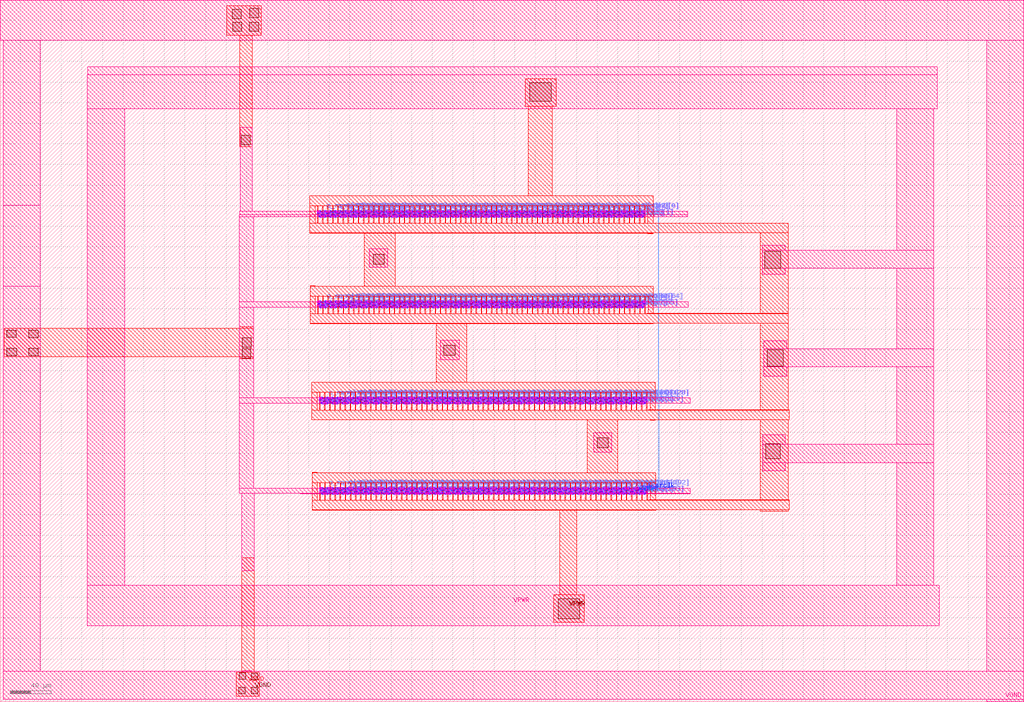
<source format=lef>
VERSION 5.7 ;
  NOWIREEXTENSIONATPIN ON ;
  DIVIDERCHAR "/" ;
  BUSBITCHARS "[]" ;
MACRO meta_srlatch_set_guarded
  CLASS BLOCK ;
  FOREIGN meta_srlatch_set_guarded ;
  ORIGIN 599.050 381.540 ;
  SIZE 993.250 BY 681.250 ;
  SITE unithd ;
  PIN o_ranQ[1]
    ANTENNADIFFAREA 0.340600 ;
    PORT
      LAYER li1 ;
        RECT 18.315 89.065 18.820 89.145 ;
        RECT 19.620 89.065 20.525 89.155 ;
        RECT 18.315 88.885 20.525 89.065 ;
      LAYER mcon ;
        RECT 18.505 88.975 18.675 89.145 ;
        RECT 19.870 88.975 20.040 89.145 ;
      LAYER met1 ;
        RECT 18.440 88.880 20.130 89.180 ;
        RECT 18.620 88.180 19.620 88.880 ;
    END
  END o_ranQ[1]
  PIN o_ranQ[2]
    ANTENNADIFFAREA 0.340600 ;
    PORT
      LAYER li1 ;
        RECT 13.355 94.875 15.565 95.055 ;
        RECT 13.355 94.795 13.860 94.875 ;
        RECT 14.660 94.785 15.565 94.875 ;
      LAYER mcon ;
        RECT 13.545 94.795 13.715 94.965 ;
        RECT 14.910 94.795 15.080 94.965 ;
      LAYER met1 ;
        RECT 13.660 95.060 14.660 95.760 ;
        RECT 13.480 94.760 15.170 95.060 ;
    END
  END o_ranQ[2]
  PIN o_ranQ[3]
    ANTENNADIFFAREA 0.340600 ;
    PORT
      LAYER li1 ;
        RECT 8.395 89.065 8.900 89.145 ;
        RECT 9.700 89.065 10.605 89.155 ;
        RECT 8.395 88.885 10.605 89.065 ;
      LAYER mcon ;
        RECT 8.585 88.975 8.755 89.145 ;
        RECT 9.950 88.975 10.120 89.145 ;
      LAYER met1 ;
        RECT 8.520 88.880 10.210 89.180 ;
        RECT 8.700 88.180 9.700 88.880 ;
    END
  END o_ranQ[3]
  PIN o_ranQ[0]
    ANTENNADIFFAREA 0.340600 ;
    PORT
      LAYER li1 ;
        RECT 23.275 94.875 25.485 95.055 ;
        RECT 23.275 94.795 23.780 94.875 ;
        RECT 24.580 94.785 25.485 94.875 ;
      LAYER mcon ;
        RECT 23.465 94.795 23.635 94.965 ;
        RECT 24.830 94.795 25.000 94.965 ;
      LAYER met1 ;
        RECT 23.580 95.060 24.580 95.760 ;
        RECT 23.400 94.760 25.090 95.060 ;
    END
  END o_ranQ[0]
  PIN o_ranQ[4]
    ANTENNADIFFAREA 0.340600 ;
    PORT
      LAYER li1 ;
        RECT 3.435 94.875 5.645 95.055 ;
        RECT 3.435 94.795 3.940 94.875 ;
        RECT 4.740 94.785 5.645 94.875 ;
      LAYER mcon ;
        RECT 3.625 94.795 3.795 94.965 ;
        RECT 4.990 94.795 5.160 94.965 ;
      LAYER met1 ;
        RECT 3.740 95.060 4.740 95.760 ;
        RECT 3.560 94.760 5.250 95.060 ;
    END
  END o_ranQ[4]
  PIN o_ranQ[5]
    ANTENNADIFFAREA 0.340600 ;
    PORT
      LAYER li1 ;
        RECT -1.525 89.065 -1.020 89.145 ;
        RECT -0.220 89.065 0.685 89.155 ;
        RECT -1.525 88.885 0.685 89.065 ;
      LAYER mcon ;
        RECT -1.335 88.975 -1.165 89.145 ;
        RECT 0.030 88.975 0.200 89.145 ;
      LAYER met1 ;
        RECT -1.400 88.880 0.290 89.180 ;
        RECT -1.220 88.180 -0.220 88.880 ;
    END
  END o_ranQ[5]
  PIN o_ranQ[6]
    ANTENNADIFFAREA 0.340600 ;
    PORT
      LAYER li1 ;
        RECT -6.485 94.875 -4.275 95.055 ;
        RECT -6.485 94.795 -5.980 94.875 ;
        RECT -5.180 94.785 -4.275 94.875 ;
      LAYER mcon ;
        RECT -6.295 94.795 -6.125 94.965 ;
        RECT -4.930 94.795 -4.760 94.965 ;
      LAYER met1 ;
        RECT -6.180 95.060 -5.180 95.760 ;
        RECT -6.360 94.760 -4.670 95.060 ;
    END
  END o_ranQ[6]
  PIN o_ranQ[7]
    ANTENNADIFFAREA 0.340600 ;
    PORT
      LAYER li1 ;
        RECT -11.445 89.065 -10.940 89.145 ;
        RECT -10.140 89.065 -9.235 89.155 ;
        RECT -11.445 88.885 -9.235 89.065 ;
      LAYER mcon ;
        RECT -11.255 88.975 -11.085 89.145 ;
        RECT -9.890 88.975 -9.720 89.145 ;
      LAYER met1 ;
        RECT -11.320 88.880 -9.630 89.180 ;
        RECT -11.140 88.180 -10.140 88.880 ;
    END
  END o_ranQ[7]
  PIN o_ranQ[8]
    ANTENNADIFFAREA 0.340600 ;
    PORT
      LAYER li1 ;
        RECT -16.405 94.875 -14.195 95.055 ;
        RECT -16.405 94.795 -15.900 94.875 ;
        RECT -15.100 94.785 -14.195 94.875 ;
      LAYER mcon ;
        RECT -16.215 94.795 -16.045 94.965 ;
        RECT -14.850 94.795 -14.680 94.965 ;
      LAYER met1 ;
        RECT -16.100 95.060 -15.100 95.760 ;
        RECT -16.280 94.760 -14.590 95.060 ;
    END
  END o_ranQ[8]
  PIN o_ranQ[9]
    ANTENNADIFFAREA 0.340600 ;
    PORT
      LAYER li1 ;
        RECT -21.365 89.065 -20.860 89.145 ;
        RECT -20.060 89.065 -19.155 89.155 ;
        RECT -21.365 88.885 -19.155 89.065 ;
      LAYER mcon ;
        RECT -21.175 88.975 -21.005 89.145 ;
        RECT -19.810 88.975 -19.640 89.145 ;
      LAYER met1 ;
        RECT -21.240 88.880 -19.550 89.180 ;
        RECT -21.060 88.180 -20.060 88.880 ;
    END
  END o_ranQ[9]
  PIN o_ranQ[10]
    ANTENNADIFFAREA 0.340600 ;
    PORT
      LAYER li1 ;
        RECT -26.325 94.875 -24.115 95.055 ;
        RECT -26.325 94.795 -25.820 94.875 ;
        RECT -25.020 94.785 -24.115 94.875 ;
      LAYER mcon ;
        RECT -26.135 94.795 -25.965 94.965 ;
        RECT -24.770 94.795 -24.600 94.965 ;
      LAYER met1 ;
        RECT -26.020 95.060 -25.020 95.760 ;
        RECT -26.200 94.760 -24.510 95.060 ;
    END
  END o_ranQ[10]
  PIN o_ranQ[11]
    ANTENNADIFFAREA 0.340600 ;
    PORT
      LAYER li1 ;
        RECT -31.285 89.065 -30.780 89.145 ;
        RECT -29.980 89.065 -29.075 89.155 ;
        RECT -31.285 88.885 -29.075 89.065 ;
      LAYER mcon ;
        RECT -31.095 88.975 -30.925 89.145 ;
        RECT -29.730 88.975 -29.560 89.145 ;
      LAYER met1 ;
        RECT -31.160 88.880 -29.470 89.180 ;
        RECT -30.980 88.180 -29.980 88.880 ;
    END
  END o_ranQ[11]
  PIN o_ranQ[12]
    ANTENNADIFFAREA 0.340600 ;
    PORT
      LAYER li1 ;
        RECT -36.245 94.875 -34.035 95.055 ;
        RECT -36.245 94.795 -35.740 94.875 ;
        RECT -34.940 94.785 -34.035 94.875 ;
      LAYER mcon ;
        RECT -36.055 94.795 -35.885 94.965 ;
        RECT -34.690 94.795 -34.520 94.965 ;
      LAYER met1 ;
        RECT -35.940 95.060 -34.940 95.760 ;
        RECT -36.120 94.760 -34.430 95.060 ;
    END
  END o_ranQ[12]
  PIN o_ranQ[13]
    ANTENNADIFFAREA 0.340600 ;
    PORT
      LAYER li1 ;
        RECT -41.205 89.065 -40.700 89.145 ;
        RECT -39.900 89.065 -38.995 89.155 ;
        RECT -41.205 88.885 -38.995 89.065 ;
      LAYER mcon ;
        RECT -41.015 88.975 -40.845 89.145 ;
        RECT -39.650 88.975 -39.480 89.145 ;
      LAYER met1 ;
        RECT -41.080 88.880 -39.390 89.180 ;
        RECT -40.900 88.180 -39.900 88.880 ;
    END
  END o_ranQ[13]
  PIN o_ranQ[14]
    ANTENNADIFFAREA 0.340600 ;
    PORT
      LAYER li1 ;
        RECT -46.165 94.875 -43.955 95.055 ;
        RECT -46.165 94.795 -45.660 94.875 ;
        RECT -44.860 94.785 -43.955 94.875 ;
      LAYER mcon ;
        RECT -45.975 94.795 -45.805 94.965 ;
        RECT -44.610 94.795 -44.440 94.965 ;
      LAYER met1 ;
        RECT -45.860 95.060 -44.860 95.760 ;
        RECT -46.040 94.760 -44.350 95.060 ;
    END
  END o_ranQ[14]
  PIN o_ranQ[15]
    ANTENNADIFFAREA 0.340600 ;
    PORT
      LAYER li1 ;
        RECT -51.125 89.065 -50.620 89.145 ;
        RECT -49.820 89.065 -48.915 89.155 ;
        RECT -51.125 88.885 -48.915 89.065 ;
      LAYER mcon ;
        RECT -50.935 88.975 -50.765 89.145 ;
        RECT -49.570 88.975 -49.400 89.145 ;
      LAYER met1 ;
        RECT -51.000 88.880 -49.310 89.180 ;
        RECT -50.820 88.180 -49.820 88.880 ;
    END
  END o_ranQ[15]
  PIN o_ranQ[17]
    ANTENNADIFFAREA 0.340600 ;
    PORT
      LAYER li1 ;
        RECT -61.045 89.065 -60.540 89.145 ;
        RECT -59.740 89.065 -58.835 89.155 ;
        RECT -61.045 88.885 -58.835 89.065 ;
      LAYER mcon ;
        RECT -60.855 88.975 -60.685 89.145 ;
        RECT -59.490 88.975 -59.320 89.145 ;
      LAYER met1 ;
        RECT -60.920 88.880 -59.230 89.180 ;
        RECT -60.740 88.180 -59.740 88.880 ;
    END
  END o_ranQ[17]
  PIN o_ranQ[18]
    ANTENNADIFFAREA 0.340600 ;
    PORT
      LAYER li1 ;
        RECT -66.005 94.875 -63.795 95.055 ;
        RECT -66.005 94.795 -65.500 94.875 ;
        RECT -64.700 94.785 -63.795 94.875 ;
      LAYER mcon ;
        RECT -65.815 94.795 -65.645 94.965 ;
        RECT -64.450 94.795 -64.280 94.965 ;
      LAYER met1 ;
        RECT -65.700 95.060 -64.700 95.760 ;
        RECT -65.880 94.760 -64.190 95.060 ;
    END
  END o_ranQ[18]
  PIN o_ranQ[19]
    ANTENNADIFFAREA 0.340600 ;
    PORT
      LAYER li1 ;
        RECT -70.965 89.065 -70.460 89.145 ;
        RECT -69.660 89.065 -68.755 89.155 ;
        RECT -70.965 88.885 -68.755 89.065 ;
      LAYER mcon ;
        RECT -70.775 88.975 -70.605 89.145 ;
        RECT -69.410 88.975 -69.240 89.145 ;
      LAYER met1 ;
        RECT -70.840 88.880 -69.150 89.180 ;
        RECT -70.660 88.180 -69.660 88.880 ;
    END
  END o_ranQ[19]
  PIN o_ranQ[16]
    ANTENNADIFFAREA 0.340600 ;
    PORT
      LAYER li1 ;
        RECT -56.085 94.875 -53.875 95.055 ;
        RECT -56.085 94.795 -55.580 94.875 ;
        RECT -54.780 94.785 -53.875 94.875 ;
      LAYER mcon ;
        RECT -55.895 94.795 -55.725 94.965 ;
        RECT -54.530 94.795 -54.360 94.965 ;
      LAYER met1 ;
        RECT -55.780 95.060 -54.780 95.760 ;
        RECT -55.960 94.760 -54.270 95.060 ;
    END
  END o_ranQ[16]
  PIN o_ranQ[20]
    ANTENNADIFFAREA 0.340600 ;
    PORT
      LAYER li1 ;
        RECT -75.925 94.875 -73.715 95.055 ;
        RECT -75.925 94.795 -75.420 94.875 ;
        RECT -74.620 94.785 -73.715 94.875 ;
      LAYER mcon ;
        RECT -75.735 94.795 -75.565 94.965 ;
        RECT -74.370 94.795 -74.200 94.965 ;
      LAYER met1 ;
        RECT -75.620 95.060 -74.620 95.760 ;
        RECT -75.800 94.760 -74.110 95.060 ;
    END
  END o_ranQ[20]
  PIN o_ranQ[21]
    ANTENNADIFFAREA 0.340600 ;
    PORT
      LAYER li1 ;
        RECT -80.885 89.065 -80.380 89.145 ;
        RECT -79.580 89.065 -78.675 89.155 ;
        RECT -80.885 88.885 -78.675 89.065 ;
      LAYER mcon ;
        RECT -80.695 88.975 -80.525 89.145 ;
        RECT -79.330 88.975 -79.160 89.145 ;
      LAYER met1 ;
        RECT -80.760 88.880 -79.070 89.180 ;
        RECT -80.580 88.180 -79.580 88.880 ;
    END
  END o_ranQ[21]
  PIN o_ranQ[22]
    ANTENNADIFFAREA 0.340600 ;
    PORT
      LAYER li1 ;
        RECT -85.845 94.875 -83.635 95.055 ;
        RECT -85.845 94.795 -85.340 94.875 ;
        RECT -84.540 94.785 -83.635 94.875 ;
      LAYER mcon ;
        RECT -85.655 94.795 -85.485 94.965 ;
        RECT -84.290 94.795 -84.120 94.965 ;
      LAYER met1 ;
        RECT -85.540 95.060 -84.540 95.760 ;
        RECT -85.720 94.760 -84.030 95.060 ;
    END
  END o_ranQ[22]
  PIN o_ranQ[23]
    ANTENNADIFFAREA 0.340600 ;
    PORT
      LAYER li1 ;
        RECT -90.805 89.065 -90.300 89.145 ;
        RECT -89.500 89.065 -88.595 89.155 ;
        RECT -90.805 88.885 -88.595 89.065 ;
      LAYER mcon ;
        RECT -90.615 88.975 -90.445 89.145 ;
        RECT -89.250 88.975 -89.080 89.145 ;
      LAYER met1 ;
        RECT -90.680 88.880 -88.990 89.180 ;
        RECT -90.500 88.180 -89.500 88.880 ;
    END
  END o_ranQ[23]
  PIN o_ranQ[24]
    ANTENNADIFFAREA 0.340600 ;
    PORT
      LAYER li1 ;
        RECT -95.765 94.875 -93.555 95.055 ;
        RECT -95.765 94.795 -95.260 94.875 ;
        RECT -94.460 94.785 -93.555 94.875 ;
      LAYER mcon ;
        RECT -95.575 94.795 -95.405 94.965 ;
        RECT -94.210 94.795 -94.040 94.965 ;
      LAYER met1 ;
        RECT -95.460 95.060 -94.460 95.760 ;
        RECT -95.640 94.760 -93.950 95.060 ;
    END
  END o_ranQ[24]
  PIN o_ranQ[25]
    ANTENNADIFFAREA 0.340600 ;
    PORT
      LAYER li1 ;
        RECT -100.725 89.065 -100.220 89.145 ;
        RECT -99.420 89.065 -98.515 89.155 ;
        RECT -100.725 88.885 -98.515 89.065 ;
      LAYER mcon ;
        RECT -100.535 88.975 -100.365 89.145 ;
        RECT -99.170 88.975 -99.000 89.145 ;
      LAYER met1 ;
        RECT -100.600 88.880 -98.910 89.180 ;
        RECT -100.420 88.180 -99.420 88.880 ;
    END
  END o_ranQ[25]
  PIN o_ranQ[26]
    ANTENNADIFFAREA 0.340600 ;
    PORT
      LAYER li1 ;
        RECT -105.685 94.875 -103.475 95.055 ;
        RECT -105.685 94.795 -105.180 94.875 ;
        RECT -104.380 94.785 -103.475 94.875 ;
      LAYER mcon ;
        RECT -105.495 94.795 -105.325 94.965 ;
        RECT -104.130 94.795 -103.960 94.965 ;
      LAYER met1 ;
        RECT -105.380 95.060 -104.380 95.760 ;
        RECT -105.560 94.760 -103.870 95.060 ;
    END
  END o_ranQ[26]
  PIN o_ranQ[27]
    ANTENNADIFFAREA 0.340600 ;
    PORT
      LAYER li1 ;
        RECT -110.645 89.065 -110.140 89.145 ;
        RECT -109.340 89.065 -108.435 89.155 ;
        RECT -110.645 88.885 -108.435 89.065 ;
      LAYER mcon ;
        RECT -110.455 88.975 -110.285 89.145 ;
        RECT -109.090 88.975 -108.920 89.145 ;
      LAYER met1 ;
        RECT -110.520 88.880 -108.830 89.180 ;
        RECT -110.340 88.180 -109.340 88.880 ;
    END
  END o_ranQ[27]
  PIN o_ranQ[28]
    ANTENNADIFFAREA 0.340600 ;
    PORT
      LAYER li1 ;
        RECT -115.605 94.875 -113.395 95.055 ;
        RECT -115.605 94.795 -115.100 94.875 ;
        RECT -114.300 94.785 -113.395 94.875 ;
      LAYER mcon ;
        RECT -115.415 94.795 -115.245 94.965 ;
        RECT -114.050 94.795 -113.880 94.965 ;
      LAYER met1 ;
        RECT -115.300 95.060 -114.300 95.760 ;
        RECT -115.480 94.760 -113.790 95.060 ;
    END
  END o_ranQ[28]
  PIN o_ranQ[29]
    ANTENNADIFFAREA 0.340600 ;
    PORT
      LAYER li1 ;
        RECT -120.565 89.065 -120.060 89.145 ;
        RECT -119.260 89.065 -118.355 89.155 ;
        RECT -120.565 88.885 -118.355 89.065 ;
      LAYER mcon ;
        RECT -120.375 88.975 -120.205 89.145 ;
        RECT -119.010 88.975 -118.840 89.145 ;
      LAYER met1 ;
        RECT -120.440 88.880 -118.750 89.180 ;
        RECT -120.260 88.180 -119.260 88.880 ;
    END
  END o_ranQ[29]
  PIN o_ranQ[30]
    ANTENNADIFFAREA 0.340600 ;
    PORT
      LAYER li1 ;
        RECT -125.525 94.875 -123.315 95.055 ;
        RECT -125.525 94.795 -125.020 94.875 ;
        RECT -124.220 94.785 -123.315 94.875 ;
      LAYER mcon ;
        RECT -125.335 94.795 -125.165 94.965 ;
        RECT -123.970 94.795 -123.800 94.965 ;
      LAYER met1 ;
        RECT -125.220 95.060 -124.220 95.760 ;
        RECT -125.400 94.760 -123.710 95.060 ;
    END
  END o_ranQ[30]
  PIN o_ranQ[31]
    ANTENNADIFFAREA 0.340600 ;
    PORT
      LAYER li1 ;
        RECT -130.485 89.065 -129.980 89.145 ;
        RECT -129.180 89.065 -128.275 89.155 ;
        RECT -130.485 88.885 -128.275 89.065 ;
      LAYER mcon ;
        RECT -130.295 88.975 -130.125 89.145 ;
        RECT -128.930 88.975 -128.760 89.145 ;
      LAYER met1 ;
        RECT -130.360 88.880 -128.670 89.180 ;
        RECT -130.180 88.180 -129.180 88.880 ;
    END
  END o_ranQ[31]
  PIN o_ranQ[33]
    ANTENNADIFFAREA 0.340600 ;
    PORT
      LAYER li1 ;
        RECT -140.405 89.065 -139.900 89.145 ;
        RECT -139.100 89.065 -138.195 89.155 ;
        RECT -140.405 88.885 -138.195 89.065 ;
      LAYER mcon ;
        RECT -140.215 88.975 -140.045 89.145 ;
        RECT -138.850 88.975 -138.680 89.145 ;
      LAYER met1 ;
        RECT -140.280 88.880 -138.590 89.180 ;
        RECT -140.100 88.180 -139.100 88.880 ;
    END
  END o_ranQ[33]
  PIN o_ranQ[34]
    ANTENNADIFFAREA 0.340600 ;
    PORT
      LAYER li1 ;
        RECT -145.365 94.875 -143.155 95.055 ;
        RECT -145.365 94.795 -144.860 94.875 ;
        RECT -144.060 94.785 -143.155 94.875 ;
      LAYER mcon ;
        RECT -145.175 94.795 -145.005 94.965 ;
        RECT -143.810 94.795 -143.640 94.965 ;
      LAYER met1 ;
        RECT -145.060 95.060 -144.060 95.760 ;
        RECT -145.240 94.760 -143.550 95.060 ;
    END
  END o_ranQ[34]
  PIN o_ranQ[35]
    ANTENNADIFFAREA 0.340600 ;
    PORT
      LAYER li1 ;
        RECT -150.325 89.065 -149.820 89.145 ;
        RECT -149.020 89.065 -148.115 89.155 ;
        RECT -150.325 88.885 -148.115 89.065 ;
      LAYER mcon ;
        RECT -150.135 88.975 -149.965 89.145 ;
        RECT -148.770 88.975 -148.600 89.145 ;
      LAYER met1 ;
        RECT -150.200 88.880 -148.510 89.180 ;
        RECT -150.020 88.180 -149.020 88.880 ;
    END
  END o_ranQ[35]
  PIN o_ranQ[32]
    ANTENNADIFFAREA 0.340600 ;
    PORT
      LAYER li1 ;
        RECT -135.445 94.875 -133.235 95.055 ;
        RECT -135.445 94.795 -134.940 94.875 ;
        RECT -134.140 94.785 -133.235 94.875 ;
      LAYER mcon ;
        RECT -135.255 94.795 -135.085 94.965 ;
        RECT -133.890 94.795 -133.720 94.965 ;
      LAYER met1 ;
        RECT -135.140 95.060 -134.140 95.760 ;
        RECT -135.320 94.760 -133.630 95.060 ;
    END
  END o_ranQ[32]
  PIN o_ranQ[36]
    ANTENNADIFFAREA 0.340600 ;
    PORT
      LAYER li1 ;
        RECT -155.285 94.875 -153.075 95.055 ;
        RECT -155.285 94.795 -154.780 94.875 ;
        RECT -153.980 94.785 -153.075 94.875 ;
      LAYER mcon ;
        RECT -155.095 94.795 -154.925 94.965 ;
        RECT -153.730 94.795 -153.560 94.965 ;
      LAYER met1 ;
        RECT -154.980 95.060 -153.980 95.760 ;
        RECT -155.160 94.760 -153.470 95.060 ;
    END
  END o_ranQ[36]
  PIN o_ranQ[37]
    ANTENNADIFFAREA 0.340600 ;
    PORT
      LAYER li1 ;
        RECT -160.245 89.065 -159.740 89.145 ;
        RECT -158.940 89.065 -158.035 89.155 ;
        RECT -160.245 88.885 -158.035 89.065 ;
      LAYER mcon ;
        RECT -160.055 88.975 -159.885 89.145 ;
        RECT -158.690 88.975 -158.520 89.145 ;
      LAYER met1 ;
        RECT -160.120 88.880 -158.430 89.180 ;
        RECT -159.940 88.180 -158.940 88.880 ;
    END
  END o_ranQ[37]
  PIN o_ranQ[38]
    ANTENNADIFFAREA 0.340600 ;
    PORT
      LAYER li1 ;
        RECT -165.205 94.875 -162.995 95.055 ;
        RECT -165.205 94.795 -164.700 94.875 ;
        RECT -163.900 94.785 -162.995 94.875 ;
      LAYER mcon ;
        RECT -165.015 94.795 -164.845 94.965 ;
        RECT -163.650 94.795 -163.480 94.965 ;
      LAYER met1 ;
        RECT -164.900 95.060 -163.900 95.760 ;
        RECT -165.080 94.760 -163.390 95.060 ;
    END
  END o_ranQ[38]
  PIN o_ranQ[39]
    ANTENNADIFFAREA 0.340600 ;
    PORT
      LAYER li1 ;
        RECT -170.165 89.065 -169.660 89.145 ;
        RECT -168.860 89.065 -167.955 89.155 ;
        RECT -170.165 88.885 -167.955 89.065 ;
      LAYER mcon ;
        RECT -169.975 88.975 -169.805 89.145 ;
        RECT -168.610 88.975 -168.440 89.145 ;
      LAYER met1 ;
        RECT -170.040 88.880 -168.350 89.180 ;
        RECT -169.860 88.180 -168.860 88.880 ;
    END
  END o_ranQ[39]
  PIN o_ranQ[40]
    ANTENNADIFFAREA 0.340600 ;
    PORT
      LAYER li1 ;
        RECT -175.125 94.875 -172.915 95.055 ;
        RECT -175.125 94.795 -174.620 94.875 ;
        RECT -173.820 94.785 -172.915 94.875 ;
      LAYER mcon ;
        RECT -174.935 94.795 -174.765 94.965 ;
        RECT -173.570 94.795 -173.400 94.965 ;
      LAYER met1 ;
        RECT -174.820 95.060 -173.820 95.760 ;
        RECT -175.000 94.760 -173.310 95.060 ;
    END
  END o_ranQ[40]
  PIN o_ranQ[41]
    ANTENNADIFFAREA 0.340600 ;
    PORT
      LAYER li1 ;
        RECT -180.085 89.065 -179.580 89.145 ;
        RECT -178.780 89.065 -177.875 89.155 ;
        RECT -180.085 88.885 -177.875 89.065 ;
      LAYER mcon ;
        RECT -179.895 88.975 -179.725 89.145 ;
        RECT -178.530 88.975 -178.360 89.145 ;
      LAYER met1 ;
        RECT -179.960 88.880 -178.270 89.180 ;
        RECT -179.780 88.180 -178.780 88.880 ;
    END
  END o_ranQ[41]
  PIN o_ranQ[42]
    ANTENNADIFFAREA 0.340600 ;
    PORT
      LAYER li1 ;
        RECT -185.045 94.875 -182.835 95.055 ;
        RECT -185.045 94.795 -184.540 94.875 ;
        RECT -183.740 94.785 -182.835 94.875 ;
      LAYER mcon ;
        RECT -184.855 94.795 -184.685 94.965 ;
        RECT -183.490 94.795 -183.320 94.965 ;
      LAYER met1 ;
        RECT -184.740 95.060 -183.740 95.760 ;
        RECT -184.920 94.760 -183.230 95.060 ;
    END
  END o_ranQ[42]
  PIN o_ranQ[43]
    ANTENNADIFFAREA 0.340600 ;
    PORT
      LAYER li1 ;
        RECT -190.005 89.065 -189.500 89.145 ;
        RECT -188.700 89.065 -187.795 89.155 ;
        RECT -190.005 88.885 -187.795 89.065 ;
      LAYER mcon ;
        RECT -189.815 88.975 -189.645 89.145 ;
        RECT -188.450 88.975 -188.280 89.145 ;
      LAYER met1 ;
        RECT -189.880 88.880 -188.190 89.180 ;
        RECT -189.700 88.180 -188.700 88.880 ;
    END
  END o_ranQ[43]
  PIN o_ranQ[44]
    ANTENNADIFFAREA 0.340600 ;
    PORT
      LAYER li1 ;
        RECT -194.965 94.875 -192.755 95.055 ;
        RECT -194.965 94.795 -194.460 94.875 ;
        RECT -193.660 94.785 -192.755 94.875 ;
      LAYER mcon ;
        RECT -194.775 94.795 -194.605 94.965 ;
        RECT -193.410 94.795 -193.240 94.965 ;
      LAYER met1 ;
        RECT -194.660 95.060 -193.660 95.760 ;
        RECT -194.840 94.760 -193.150 95.060 ;
    END
  END o_ranQ[44]
  PIN o_ranQ[45]
    ANTENNADIFFAREA 0.340600 ;
    PORT
      LAYER li1 ;
        RECT -199.925 89.065 -199.420 89.145 ;
        RECT -198.620 89.065 -197.715 89.155 ;
        RECT -199.925 88.885 -197.715 89.065 ;
      LAYER mcon ;
        RECT -199.735 88.975 -199.565 89.145 ;
        RECT -198.370 88.975 -198.200 89.145 ;
      LAYER met1 ;
        RECT -199.800 88.880 -198.110 89.180 ;
        RECT -199.620 88.180 -198.620 88.880 ;
    END
  END o_ranQ[45]
  PIN o_ranQ[46]
    ANTENNADIFFAREA 0.340600 ;
    PORT
      LAYER li1 ;
        RECT -204.885 94.875 -202.675 95.055 ;
        RECT -204.885 94.795 -204.380 94.875 ;
        RECT -203.580 94.785 -202.675 94.875 ;
      LAYER mcon ;
        RECT -204.695 94.795 -204.525 94.965 ;
        RECT -203.330 94.795 -203.160 94.965 ;
      LAYER met1 ;
        RECT -204.580 95.060 -203.580 95.760 ;
        RECT -204.760 94.760 -203.070 95.060 ;
    END
  END o_ranQ[46]
  PIN o_ranQ[47]
    ANTENNADIFFAREA 0.340600 ;
    PORT
      LAYER li1 ;
        RECT -209.845 89.065 -209.340 89.145 ;
        RECT -208.540 89.065 -207.635 89.155 ;
        RECT -209.845 88.885 -207.635 89.065 ;
      LAYER mcon ;
        RECT -209.655 88.975 -209.485 89.145 ;
        RECT -208.290 88.975 -208.120 89.145 ;
      LAYER met1 ;
        RECT -209.720 88.880 -208.030 89.180 ;
        RECT -209.540 88.180 -208.540 88.880 ;
    END
  END o_ranQ[47]
  PIN o_ranQ[49]
    ANTENNADIFFAREA 0.340600 ;
    PORT
      LAYER li1 ;
        RECT -219.765 89.065 -219.260 89.145 ;
        RECT -218.460 89.065 -217.555 89.155 ;
        RECT -219.765 88.885 -217.555 89.065 ;
      LAYER mcon ;
        RECT -219.575 88.975 -219.405 89.145 ;
        RECT -218.210 88.975 -218.040 89.145 ;
      LAYER met1 ;
        RECT -219.640 88.880 -217.950 89.180 ;
        RECT -219.460 88.180 -218.460 88.880 ;
    END
  END o_ranQ[49]
  PIN o_ranQ[50]
    ANTENNADIFFAREA 0.340600 ;
    PORT
      LAYER li1 ;
        RECT -224.725 94.875 -222.515 95.055 ;
        RECT -224.725 94.795 -224.220 94.875 ;
        RECT -223.420 94.785 -222.515 94.875 ;
      LAYER mcon ;
        RECT -224.535 94.795 -224.365 94.965 ;
        RECT -223.170 94.795 -223.000 94.965 ;
      LAYER met1 ;
        RECT -224.420 95.060 -223.420 95.760 ;
        RECT -224.600 94.760 -222.910 95.060 ;
    END
  END o_ranQ[50]
  PIN o_ranQ[51]
    ANTENNADIFFAREA 0.340600 ;
    PORT
      LAYER li1 ;
        RECT -229.685 89.065 -229.180 89.145 ;
        RECT -228.380 89.065 -227.475 89.155 ;
        RECT -229.685 88.885 -227.475 89.065 ;
      LAYER mcon ;
        RECT -229.495 88.975 -229.325 89.145 ;
        RECT -228.130 88.975 -227.960 89.145 ;
      LAYER met1 ;
        RECT -229.560 88.880 -227.870 89.180 ;
        RECT -229.380 88.180 -228.380 88.880 ;
    END
  END o_ranQ[51]
  PIN o_ranQ[48]
    ANTENNADIFFAREA 0.340600 ;
    PORT
      LAYER li1 ;
        RECT -214.805 94.875 -212.595 95.055 ;
        RECT -214.805 94.795 -214.300 94.875 ;
        RECT -213.500 94.785 -212.595 94.875 ;
      LAYER mcon ;
        RECT -214.615 94.795 -214.445 94.965 ;
        RECT -213.250 94.795 -213.080 94.965 ;
      LAYER met1 ;
        RECT -214.500 95.060 -213.500 95.760 ;
        RECT -214.680 94.760 -212.990 95.060 ;
    END
  END o_ranQ[48]
  PIN o_ranQ[52]
    ANTENNADIFFAREA 0.340600 ;
    PORT
      LAYER li1 ;
        RECT -234.645 94.875 -232.435 95.055 ;
        RECT -234.645 94.795 -234.140 94.875 ;
        RECT -233.340 94.785 -232.435 94.875 ;
      LAYER mcon ;
        RECT -234.455 94.795 -234.285 94.965 ;
        RECT -233.090 94.795 -232.920 94.965 ;
      LAYER met1 ;
        RECT -234.340 95.060 -233.340 95.760 ;
        RECT -234.520 94.760 -232.830 95.060 ;
    END
  END o_ranQ[52]
  PIN o_ranQ[53]
    ANTENNADIFFAREA 0.340600 ;
    PORT
      LAYER li1 ;
        RECT -239.605 89.065 -239.100 89.145 ;
        RECT -238.300 89.065 -237.395 89.155 ;
        RECT -239.605 88.885 -237.395 89.065 ;
      LAYER mcon ;
        RECT -239.415 88.975 -239.245 89.145 ;
        RECT -238.050 88.975 -237.880 89.145 ;
      LAYER met1 ;
        RECT -239.480 88.880 -237.790 89.180 ;
        RECT -239.300 88.180 -238.300 88.880 ;
    END
  END o_ranQ[53]
  PIN o_ranQ[54]
    ANTENNADIFFAREA 0.340600 ;
    PORT
      LAYER li1 ;
        RECT -244.565 94.875 -242.355 95.055 ;
        RECT -244.565 94.795 -244.060 94.875 ;
        RECT -243.260 94.785 -242.355 94.875 ;
      LAYER mcon ;
        RECT -244.375 94.795 -244.205 94.965 ;
        RECT -243.010 94.795 -242.840 94.965 ;
      LAYER met1 ;
        RECT -244.260 95.060 -243.260 95.760 ;
        RECT -244.440 94.760 -242.750 95.060 ;
    END
  END o_ranQ[54]
  PIN o_ranQ[55]
    ANTENNADIFFAREA 0.340600 ;
    PORT
      LAYER li1 ;
        RECT -249.525 89.065 -249.020 89.145 ;
        RECT -248.220 89.065 -247.315 89.155 ;
        RECT -249.525 88.885 -247.315 89.065 ;
      LAYER mcon ;
        RECT -249.335 88.975 -249.165 89.145 ;
        RECT -247.970 88.975 -247.800 89.145 ;
      LAYER met1 ;
        RECT -249.400 88.880 -247.710 89.180 ;
        RECT -249.220 88.180 -248.220 88.880 ;
    END
  END o_ranQ[55]
  PIN o_ranQ[56]
    ANTENNADIFFAREA 0.340600 ;
    PORT
      LAYER li1 ;
        RECT -254.485 94.875 -252.275 95.055 ;
        RECT -254.485 94.795 -253.980 94.875 ;
        RECT -253.180 94.785 -252.275 94.875 ;
      LAYER mcon ;
        RECT -254.295 94.795 -254.125 94.965 ;
        RECT -252.930 94.795 -252.760 94.965 ;
      LAYER met1 ;
        RECT -254.180 95.060 -253.180 95.760 ;
        RECT -254.360 94.760 -252.670 95.060 ;
    END
  END o_ranQ[56]
  PIN o_ranQ[57]
    ANTENNADIFFAREA 0.340600 ;
    PORT
      LAYER li1 ;
        RECT -259.445 89.065 -258.940 89.145 ;
        RECT -258.140 89.065 -257.235 89.155 ;
        RECT -259.445 88.885 -257.235 89.065 ;
      LAYER mcon ;
        RECT -259.255 88.975 -259.085 89.145 ;
        RECT -257.890 88.975 -257.720 89.145 ;
      LAYER met1 ;
        RECT -259.320 88.880 -257.630 89.180 ;
        RECT -259.140 88.180 -258.140 88.880 ;
    END
  END o_ranQ[57]
  PIN o_ranQ[58]
    ANTENNADIFFAREA 0.340600 ;
    PORT
      LAYER li1 ;
        RECT -264.405 94.875 -262.195 95.055 ;
        RECT -264.405 94.795 -263.900 94.875 ;
        RECT -263.100 94.785 -262.195 94.875 ;
      LAYER mcon ;
        RECT -264.215 94.795 -264.045 94.965 ;
        RECT -262.850 94.795 -262.680 94.965 ;
      LAYER met1 ;
        RECT -264.100 95.060 -263.100 95.760 ;
        RECT -264.280 94.760 -262.590 95.060 ;
    END
  END o_ranQ[58]
  PIN o_ranQ[59]
    ANTENNADIFFAREA 0.340600 ;
    PORT
      LAYER li1 ;
        RECT -269.365 89.065 -268.860 89.145 ;
        RECT -268.060 89.065 -267.155 89.155 ;
        RECT -269.365 88.885 -267.155 89.065 ;
      LAYER mcon ;
        RECT -269.175 88.975 -269.005 89.145 ;
        RECT -267.810 88.975 -267.640 89.145 ;
      LAYER met1 ;
        RECT -269.240 88.880 -267.550 89.180 ;
        RECT -269.060 88.180 -268.060 88.880 ;
    END
  END o_ranQ[59]
  PIN o_ranQ[61]
    ANTENNADIFFAREA 0.340600 ;
    PORT
      LAYER li1 ;
        RECT -279.285 89.065 -278.780 89.145 ;
        RECT -277.980 89.065 -277.075 89.155 ;
        RECT -279.285 88.885 -277.075 89.065 ;
      LAYER mcon ;
        RECT -279.095 88.975 -278.925 89.145 ;
        RECT -277.730 88.975 -277.560 89.145 ;
      LAYER met1 ;
        RECT -279.160 88.880 -277.470 89.180 ;
        RECT -278.980 88.180 -277.980 88.880 ;
    END
  END o_ranQ[61]
  PIN o_ranQ[62]
    ANTENNADIFFAREA 0.340600 ;
    PORT
      LAYER li1 ;
        RECT -284.245 94.875 -282.035 95.055 ;
        RECT -284.245 94.795 -283.740 94.875 ;
        RECT -282.940 94.785 -282.035 94.875 ;
      LAYER mcon ;
        RECT -284.055 94.795 -283.885 94.965 ;
        RECT -282.690 94.795 -282.520 94.965 ;
      LAYER met1 ;
        RECT -283.940 95.060 -282.940 95.760 ;
        RECT -284.120 94.760 -282.430 95.060 ;
    END
  END o_ranQ[62]
  PIN o_ranQ[63]
    ANTENNADIFFAREA 0.340600 ;
    PORT
      LAYER li1 ;
        RECT -289.205 89.065 -288.700 89.145 ;
        RECT -287.900 89.065 -286.995 89.155 ;
        RECT -289.205 88.885 -286.995 89.065 ;
      LAYER mcon ;
        RECT -289.015 88.975 -288.845 89.145 ;
        RECT -287.650 88.975 -287.480 89.145 ;
      LAYER met1 ;
        RECT -289.080 88.880 -287.390 89.180 ;
        RECT -288.900 88.180 -287.900 88.880 ;
    END
  END o_ranQ[63]
  PIN i_srclk
    ANTENNAGATEAREA 126.719994 ;
    PORT
      LAYER li1 ;
        RECT -290.905 92.005 -290.570 92.275 ;
        RECT -281.970 92.005 -281.635 92.275 ;
        RECT -280.985 92.005 -280.650 92.275 ;
        RECT -272.050 92.005 -271.715 92.275 ;
        RECT -271.065 92.005 -270.730 92.275 ;
        RECT -262.130 92.005 -261.795 92.275 ;
        RECT -261.145 92.005 -260.810 92.275 ;
        RECT -252.210 92.005 -251.875 92.275 ;
        RECT -251.225 92.005 -250.890 92.275 ;
        RECT -242.290 92.005 -241.955 92.275 ;
        RECT -241.305 92.005 -240.970 92.275 ;
        RECT -232.370 92.005 -232.035 92.275 ;
        RECT -231.385 92.005 -231.050 92.275 ;
        RECT -222.450 92.005 -222.115 92.275 ;
        RECT -221.465 92.005 -221.130 92.275 ;
        RECT -212.530 92.005 -212.195 92.275 ;
        RECT -211.545 92.005 -211.210 92.275 ;
        RECT -202.610 92.005 -202.275 92.275 ;
        RECT -201.625 92.005 -201.290 92.275 ;
        RECT -192.690 92.005 -192.355 92.275 ;
        RECT -191.705 92.005 -191.370 92.275 ;
        RECT -182.770 92.005 -182.435 92.275 ;
        RECT -181.785 92.005 -181.450 92.275 ;
        RECT -172.850 92.005 -172.515 92.275 ;
        RECT -171.865 92.005 -171.530 92.275 ;
        RECT -162.930 92.005 -162.595 92.275 ;
        RECT -161.945 92.005 -161.610 92.275 ;
        RECT -153.010 92.005 -152.675 92.275 ;
        RECT -152.025 92.005 -151.690 92.275 ;
        RECT -143.090 92.005 -142.755 92.275 ;
        RECT -142.105 92.005 -141.770 92.275 ;
        RECT -133.170 92.005 -132.835 92.275 ;
        RECT -132.185 92.005 -131.850 92.275 ;
        RECT -123.250 92.005 -122.915 92.275 ;
        RECT -122.265 92.005 -121.930 92.275 ;
        RECT -113.330 92.005 -112.995 92.275 ;
        RECT -112.345 92.005 -112.010 92.275 ;
        RECT -103.410 92.005 -103.075 92.275 ;
        RECT -102.425 92.005 -102.090 92.275 ;
        RECT -93.490 92.005 -93.155 92.275 ;
        RECT -92.505 92.005 -92.170 92.275 ;
        RECT -83.570 92.005 -83.235 92.275 ;
        RECT -82.585 92.005 -82.250 92.275 ;
        RECT -73.650 92.005 -73.315 92.275 ;
        RECT -72.665 92.005 -72.330 92.275 ;
        RECT -63.730 92.005 -63.395 92.275 ;
        RECT -62.745 92.005 -62.410 92.275 ;
        RECT -53.810 92.005 -53.475 92.275 ;
        RECT -52.825 92.005 -52.490 92.275 ;
        RECT -43.890 92.005 -43.555 92.275 ;
        RECT -42.905 92.005 -42.570 92.275 ;
        RECT -33.970 92.005 -33.635 92.275 ;
        RECT -32.985 92.005 -32.650 92.275 ;
        RECT -24.050 92.005 -23.715 92.275 ;
        RECT -23.065 92.005 -22.730 92.275 ;
        RECT -14.130 92.005 -13.795 92.275 ;
        RECT -13.145 92.005 -12.810 92.275 ;
        RECT -4.210 92.005 -3.875 92.275 ;
        RECT -3.225 92.005 -2.890 92.275 ;
        RECT 5.710 92.005 6.045 92.275 ;
        RECT 6.695 92.005 7.030 92.275 ;
        RECT 15.630 92.005 15.965 92.275 ;
        RECT 16.615 92.005 16.950 92.275 ;
        RECT 25.550 92.005 25.885 92.275 ;
        RECT -286.930 91.665 -286.595 91.935 ;
        RECT -285.945 91.665 -285.610 91.935 ;
        RECT -277.010 91.665 -276.675 91.935 ;
        RECT -276.025 91.665 -275.690 91.935 ;
        RECT -267.090 91.665 -266.755 91.935 ;
        RECT -266.105 91.665 -265.770 91.935 ;
        RECT -257.170 91.665 -256.835 91.935 ;
        RECT -256.185 91.665 -255.850 91.935 ;
        RECT -247.250 91.665 -246.915 91.935 ;
        RECT -246.265 91.665 -245.930 91.935 ;
        RECT -237.330 91.665 -236.995 91.935 ;
        RECT -236.345 91.665 -236.010 91.935 ;
        RECT -227.410 91.665 -227.075 91.935 ;
        RECT -226.425 91.665 -226.090 91.935 ;
        RECT -217.490 91.665 -217.155 91.935 ;
        RECT -216.505 91.665 -216.170 91.935 ;
        RECT -207.570 91.665 -207.235 91.935 ;
        RECT -206.585 91.665 -206.250 91.935 ;
        RECT -197.650 91.665 -197.315 91.935 ;
        RECT -196.665 91.665 -196.330 91.935 ;
        RECT -187.730 91.665 -187.395 91.935 ;
        RECT -186.745 91.665 -186.410 91.935 ;
        RECT -177.810 91.665 -177.475 91.935 ;
        RECT -176.825 91.665 -176.490 91.935 ;
        RECT -167.890 91.665 -167.555 91.935 ;
        RECT -166.905 91.665 -166.570 91.935 ;
        RECT -157.970 91.665 -157.635 91.935 ;
        RECT -156.985 91.665 -156.650 91.935 ;
        RECT -148.050 91.665 -147.715 91.935 ;
        RECT -147.065 91.665 -146.730 91.935 ;
        RECT -138.130 91.665 -137.795 91.935 ;
        RECT -137.145 91.665 -136.810 91.935 ;
        RECT -128.210 91.665 -127.875 91.935 ;
        RECT -127.225 91.665 -126.890 91.935 ;
        RECT -118.290 91.665 -117.955 91.935 ;
        RECT -117.305 91.665 -116.970 91.935 ;
        RECT -108.370 91.665 -108.035 91.935 ;
        RECT -107.385 91.665 -107.050 91.935 ;
        RECT -98.450 91.665 -98.115 91.935 ;
        RECT -97.465 91.665 -97.130 91.935 ;
        RECT -88.530 91.665 -88.195 91.935 ;
        RECT -87.545 91.665 -87.210 91.935 ;
        RECT -78.610 91.665 -78.275 91.935 ;
        RECT -77.625 91.665 -77.290 91.935 ;
        RECT -68.690 91.665 -68.355 91.935 ;
        RECT -67.705 91.665 -67.370 91.935 ;
        RECT -58.770 91.665 -58.435 91.935 ;
        RECT -57.785 91.665 -57.450 91.935 ;
        RECT -48.850 91.665 -48.515 91.935 ;
        RECT -47.865 91.665 -47.530 91.935 ;
        RECT -38.930 91.665 -38.595 91.935 ;
        RECT -37.945 91.665 -37.610 91.935 ;
        RECT -29.010 91.665 -28.675 91.935 ;
        RECT -28.025 91.665 -27.690 91.935 ;
        RECT -19.090 91.665 -18.755 91.935 ;
        RECT -18.105 91.665 -17.770 91.935 ;
        RECT -9.170 91.665 -8.835 91.935 ;
        RECT -8.185 91.665 -7.850 91.935 ;
        RECT 0.750 91.665 1.085 91.935 ;
        RECT 1.735 91.665 2.070 91.935 ;
        RECT 10.670 91.665 11.005 91.935 ;
        RECT 11.655 91.665 11.990 91.935 ;
        RECT 20.590 91.665 20.925 91.935 ;
        RECT 21.575 91.665 21.910 91.935 ;
        RECT -290.655 4.295 -290.320 4.565 ;
        RECT -281.720 4.295 -281.385 4.565 ;
        RECT -280.735 4.295 -280.400 4.565 ;
        RECT -271.800 4.295 -271.465 4.565 ;
        RECT -270.815 4.295 -270.480 4.565 ;
        RECT -261.880 4.295 -261.545 4.565 ;
        RECT -260.895 4.295 -260.560 4.565 ;
        RECT -251.960 4.295 -251.625 4.565 ;
        RECT -250.975 4.295 -250.640 4.565 ;
        RECT -242.040 4.295 -241.705 4.565 ;
        RECT -241.055 4.295 -240.720 4.565 ;
        RECT -232.120 4.295 -231.785 4.565 ;
        RECT -231.135 4.295 -230.800 4.565 ;
        RECT -222.200 4.295 -221.865 4.565 ;
        RECT -221.215 4.295 -220.880 4.565 ;
        RECT -212.280 4.295 -211.945 4.565 ;
        RECT -211.295 4.295 -210.960 4.565 ;
        RECT -202.360 4.295 -202.025 4.565 ;
        RECT -201.375 4.295 -201.040 4.565 ;
        RECT -192.440 4.295 -192.105 4.565 ;
        RECT -191.455 4.295 -191.120 4.565 ;
        RECT -182.520 4.295 -182.185 4.565 ;
        RECT -181.535 4.295 -181.200 4.565 ;
        RECT -172.600 4.295 -172.265 4.565 ;
        RECT -171.615 4.295 -171.280 4.565 ;
        RECT -162.680 4.295 -162.345 4.565 ;
        RECT -161.695 4.295 -161.360 4.565 ;
        RECT -152.760 4.295 -152.425 4.565 ;
        RECT -151.775 4.295 -151.440 4.565 ;
        RECT -142.840 4.295 -142.505 4.565 ;
        RECT -141.855 4.295 -141.520 4.565 ;
        RECT -132.920 4.295 -132.585 4.565 ;
        RECT -131.935 4.295 -131.600 4.565 ;
        RECT -123.000 4.295 -122.665 4.565 ;
        RECT -122.015 4.295 -121.680 4.565 ;
        RECT -113.080 4.295 -112.745 4.565 ;
        RECT -112.095 4.295 -111.760 4.565 ;
        RECT -103.160 4.295 -102.825 4.565 ;
        RECT -102.175 4.295 -101.840 4.565 ;
        RECT -93.240 4.295 -92.905 4.565 ;
        RECT -92.255 4.295 -91.920 4.565 ;
        RECT -83.320 4.295 -82.985 4.565 ;
        RECT -82.335 4.295 -82.000 4.565 ;
        RECT -73.400 4.295 -73.065 4.565 ;
        RECT -72.415 4.295 -72.080 4.565 ;
        RECT -63.480 4.295 -63.145 4.565 ;
        RECT -62.495 4.295 -62.160 4.565 ;
        RECT -53.560 4.295 -53.225 4.565 ;
        RECT -52.575 4.295 -52.240 4.565 ;
        RECT -43.640 4.295 -43.305 4.565 ;
        RECT -42.655 4.295 -42.320 4.565 ;
        RECT -33.720 4.295 -33.385 4.565 ;
        RECT -32.735 4.295 -32.400 4.565 ;
        RECT -23.800 4.295 -23.465 4.565 ;
        RECT -22.815 4.295 -22.480 4.565 ;
        RECT -13.880 4.295 -13.545 4.565 ;
        RECT -12.895 4.295 -12.560 4.565 ;
        RECT -3.960 4.295 -3.625 4.565 ;
        RECT -2.975 4.295 -2.640 4.565 ;
        RECT 5.960 4.295 6.295 4.565 ;
        RECT 6.945 4.295 7.280 4.565 ;
        RECT 15.880 4.295 16.215 4.565 ;
        RECT 16.865 4.295 17.200 4.565 ;
        RECT 25.800 4.295 26.135 4.565 ;
        RECT -286.680 3.955 -286.345 4.225 ;
        RECT -285.695 3.955 -285.360 4.225 ;
        RECT -276.760 3.955 -276.425 4.225 ;
        RECT -275.775 3.955 -275.440 4.225 ;
        RECT -266.840 3.955 -266.505 4.225 ;
        RECT -265.855 3.955 -265.520 4.225 ;
        RECT -256.920 3.955 -256.585 4.225 ;
        RECT -255.935 3.955 -255.600 4.225 ;
        RECT -247.000 3.955 -246.665 4.225 ;
        RECT -246.015 3.955 -245.680 4.225 ;
        RECT -237.080 3.955 -236.745 4.225 ;
        RECT -236.095 3.955 -235.760 4.225 ;
        RECT -227.160 3.955 -226.825 4.225 ;
        RECT -226.175 3.955 -225.840 4.225 ;
        RECT -217.240 3.955 -216.905 4.225 ;
        RECT -216.255 3.955 -215.920 4.225 ;
        RECT -207.320 3.955 -206.985 4.225 ;
        RECT -206.335 3.955 -206.000 4.225 ;
        RECT -197.400 3.955 -197.065 4.225 ;
        RECT -196.415 3.955 -196.080 4.225 ;
        RECT -187.480 3.955 -187.145 4.225 ;
        RECT -186.495 3.955 -186.160 4.225 ;
        RECT -177.560 3.955 -177.225 4.225 ;
        RECT -176.575 3.955 -176.240 4.225 ;
        RECT -167.640 3.955 -167.305 4.225 ;
        RECT -166.655 3.955 -166.320 4.225 ;
        RECT -157.720 3.955 -157.385 4.225 ;
        RECT -156.735 3.955 -156.400 4.225 ;
        RECT -147.800 3.955 -147.465 4.225 ;
        RECT -146.815 3.955 -146.480 4.225 ;
        RECT -137.880 3.955 -137.545 4.225 ;
        RECT -136.895 3.955 -136.560 4.225 ;
        RECT -127.960 3.955 -127.625 4.225 ;
        RECT -126.975 3.955 -126.640 4.225 ;
        RECT -118.040 3.955 -117.705 4.225 ;
        RECT -117.055 3.955 -116.720 4.225 ;
        RECT -108.120 3.955 -107.785 4.225 ;
        RECT -107.135 3.955 -106.800 4.225 ;
        RECT -98.200 3.955 -97.865 4.225 ;
        RECT -97.215 3.955 -96.880 4.225 ;
        RECT -88.280 3.955 -87.945 4.225 ;
        RECT -87.295 3.955 -86.960 4.225 ;
        RECT -78.360 3.955 -78.025 4.225 ;
        RECT -77.375 3.955 -77.040 4.225 ;
        RECT -68.440 3.955 -68.105 4.225 ;
        RECT -67.455 3.955 -67.120 4.225 ;
        RECT -58.520 3.955 -58.185 4.225 ;
        RECT -57.535 3.955 -57.200 4.225 ;
        RECT -48.600 3.955 -48.265 4.225 ;
        RECT -47.615 3.955 -47.280 4.225 ;
        RECT -38.680 3.955 -38.345 4.225 ;
        RECT -37.695 3.955 -37.360 4.225 ;
        RECT -28.760 3.955 -28.425 4.225 ;
        RECT -27.775 3.955 -27.440 4.225 ;
        RECT -18.840 3.955 -18.505 4.225 ;
        RECT -17.855 3.955 -17.520 4.225 ;
        RECT -8.920 3.955 -8.585 4.225 ;
        RECT -7.935 3.955 -7.600 4.225 ;
        RECT 1.000 3.955 1.335 4.225 ;
        RECT 1.985 3.955 2.320 4.225 ;
        RECT 10.920 3.955 11.255 4.225 ;
        RECT 11.905 3.955 12.240 4.225 ;
        RECT 20.840 3.955 21.175 4.225 ;
        RECT 21.825 3.955 22.160 4.225 ;
        RECT -288.895 -89.055 -288.560 -88.785 ;
        RECT -279.960 -89.055 -279.625 -88.785 ;
        RECT -278.975 -89.055 -278.640 -88.785 ;
        RECT -270.040 -89.055 -269.705 -88.785 ;
        RECT -269.055 -89.055 -268.720 -88.785 ;
        RECT -260.120 -89.055 -259.785 -88.785 ;
        RECT -259.135 -89.055 -258.800 -88.785 ;
        RECT -250.200 -89.055 -249.865 -88.785 ;
        RECT -249.215 -89.055 -248.880 -88.785 ;
        RECT -240.280 -89.055 -239.945 -88.785 ;
        RECT -239.295 -89.055 -238.960 -88.785 ;
        RECT -230.360 -89.055 -230.025 -88.785 ;
        RECT -229.375 -89.055 -229.040 -88.785 ;
        RECT -220.440 -89.055 -220.105 -88.785 ;
        RECT -219.455 -89.055 -219.120 -88.785 ;
        RECT -210.520 -89.055 -210.185 -88.785 ;
        RECT -209.535 -89.055 -209.200 -88.785 ;
        RECT -200.600 -89.055 -200.265 -88.785 ;
        RECT -199.615 -89.055 -199.280 -88.785 ;
        RECT -190.680 -89.055 -190.345 -88.785 ;
        RECT -189.695 -89.055 -189.360 -88.785 ;
        RECT -180.760 -89.055 -180.425 -88.785 ;
        RECT -179.775 -89.055 -179.440 -88.785 ;
        RECT -170.840 -89.055 -170.505 -88.785 ;
        RECT -169.855 -89.055 -169.520 -88.785 ;
        RECT -160.920 -89.055 -160.585 -88.785 ;
        RECT -159.935 -89.055 -159.600 -88.785 ;
        RECT -151.000 -89.055 -150.665 -88.785 ;
        RECT -150.015 -89.055 -149.680 -88.785 ;
        RECT -141.080 -89.055 -140.745 -88.785 ;
        RECT -140.095 -89.055 -139.760 -88.785 ;
        RECT -131.160 -89.055 -130.825 -88.785 ;
        RECT -130.175 -89.055 -129.840 -88.785 ;
        RECT -121.240 -89.055 -120.905 -88.785 ;
        RECT -120.255 -89.055 -119.920 -88.785 ;
        RECT -111.320 -89.055 -110.985 -88.785 ;
        RECT -110.335 -89.055 -110.000 -88.785 ;
        RECT -101.400 -89.055 -101.065 -88.785 ;
        RECT -100.415 -89.055 -100.080 -88.785 ;
        RECT -91.480 -89.055 -91.145 -88.785 ;
        RECT -90.495 -89.055 -90.160 -88.785 ;
        RECT -81.560 -89.055 -81.225 -88.785 ;
        RECT -80.575 -89.055 -80.240 -88.785 ;
        RECT -71.640 -89.055 -71.305 -88.785 ;
        RECT -70.655 -89.055 -70.320 -88.785 ;
        RECT -61.720 -89.055 -61.385 -88.785 ;
        RECT -60.735 -89.055 -60.400 -88.785 ;
        RECT -51.800 -89.055 -51.465 -88.785 ;
        RECT -50.815 -89.055 -50.480 -88.785 ;
        RECT -41.880 -89.055 -41.545 -88.785 ;
        RECT -40.895 -89.055 -40.560 -88.785 ;
        RECT -31.960 -89.055 -31.625 -88.785 ;
        RECT -30.975 -89.055 -30.640 -88.785 ;
        RECT -22.040 -89.055 -21.705 -88.785 ;
        RECT -21.055 -89.055 -20.720 -88.785 ;
        RECT -12.120 -89.055 -11.785 -88.785 ;
        RECT -11.135 -89.055 -10.800 -88.785 ;
        RECT -2.200 -89.055 -1.865 -88.785 ;
        RECT -1.215 -89.055 -0.880 -88.785 ;
        RECT 7.720 -89.055 8.055 -88.785 ;
        RECT 8.705 -89.055 9.040 -88.785 ;
        RECT 17.640 -89.055 17.975 -88.785 ;
        RECT 18.625 -89.055 18.960 -88.785 ;
        RECT 27.560 -89.055 27.895 -88.785 ;
        RECT -284.920 -89.395 -284.585 -89.125 ;
        RECT -283.935 -89.395 -283.600 -89.125 ;
        RECT -275.000 -89.395 -274.665 -89.125 ;
        RECT -274.015 -89.395 -273.680 -89.125 ;
        RECT -265.080 -89.395 -264.745 -89.125 ;
        RECT -264.095 -89.395 -263.760 -89.125 ;
        RECT -255.160 -89.395 -254.825 -89.125 ;
        RECT -254.175 -89.395 -253.840 -89.125 ;
        RECT -245.240 -89.395 -244.905 -89.125 ;
        RECT -244.255 -89.395 -243.920 -89.125 ;
        RECT -235.320 -89.395 -234.985 -89.125 ;
        RECT -234.335 -89.395 -234.000 -89.125 ;
        RECT -225.400 -89.395 -225.065 -89.125 ;
        RECT -224.415 -89.395 -224.080 -89.125 ;
        RECT -215.480 -89.395 -215.145 -89.125 ;
        RECT -214.495 -89.395 -214.160 -89.125 ;
        RECT -205.560 -89.395 -205.225 -89.125 ;
        RECT -204.575 -89.395 -204.240 -89.125 ;
        RECT -195.640 -89.395 -195.305 -89.125 ;
        RECT -194.655 -89.395 -194.320 -89.125 ;
        RECT -185.720 -89.395 -185.385 -89.125 ;
        RECT -184.735 -89.395 -184.400 -89.125 ;
        RECT -175.800 -89.395 -175.465 -89.125 ;
        RECT -174.815 -89.395 -174.480 -89.125 ;
        RECT -165.880 -89.395 -165.545 -89.125 ;
        RECT -164.895 -89.395 -164.560 -89.125 ;
        RECT -155.960 -89.395 -155.625 -89.125 ;
        RECT -154.975 -89.395 -154.640 -89.125 ;
        RECT -146.040 -89.395 -145.705 -89.125 ;
        RECT -145.055 -89.395 -144.720 -89.125 ;
        RECT -136.120 -89.395 -135.785 -89.125 ;
        RECT -135.135 -89.395 -134.800 -89.125 ;
        RECT -126.200 -89.395 -125.865 -89.125 ;
        RECT -125.215 -89.395 -124.880 -89.125 ;
        RECT -116.280 -89.395 -115.945 -89.125 ;
        RECT -115.295 -89.395 -114.960 -89.125 ;
        RECT -106.360 -89.395 -106.025 -89.125 ;
        RECT -105.375 -89.395 -105.040 -89.125 ;
        RECT -96.440 -89.395 -96.105 -89.125 ;
        RECT -95.455 -89.395 -95.120 -89.125 ;
        RECT -86.520 -89.395 -86.185 -89.125 ;
        RECT -85.535 -89.395 -85.200 -89.125 ;
        RECT -76.600 -89.395 -76.265 -89.125 ;
        RECT -75.615 -89.395 -75.280 -89.125 ;
        RECT -66.680 -89.395 -66.345 -89.125 ;
        RECT -65.695 -89.395 -65.360 -89.125 ;
        RECT -56.760 -89.395 -56.425 -89.125 ;
        RECT -55.775 -89.395 -55.440 -89.125 ;
        RECT -46.840 -89.395 -46.505 -89.125 ;
        RECT -45.855 -89.395 -45.520 -89.125 ;
        RECT -36.920 -89.395 -36.585 -89.125 ;
        RECT -35.935 -89.395 -35.600 -89.125 ;
        RECT -27.000 -89.395 -26.665 -89.125 ;
        RECT -26.015 -89.395 -25.680 -89.125 ;
        RECT -17.080 -89.395 -16.745 -89.125 ;
        RECT -16.095 -89.395 -15.760 -89.125 ;
        RECT -7.160 -89.395 -6.825 -89.125 ;
        RECT -6.175 -89.395 -5.840 -89.125 ;
        RECT 2.760 -89.395 3.095 -89.125 ;
        RECT 3.745 -89.395 4.080 -89.125 ;
        RECT 12.680 -89.395 13.015 -89.125 ;
        RECT 13.665 -89.395 14.000 -89.125 ;
        RECT 22.600 -89.395 22.935 -89.125 ;
        RECT 23.585 -89.395 23.920 -89.125 ;
        RECT -288.645 -176.765 -288.310 -176.495 ;
        RECT -279.710 -176.765 -279.375 -176.495 ;
        RECT -278.725 -176.765 -278.390 -176.495 ;
        RECT -269.790 -176.765 -269.455 -176.495 ;
        RECT -268.805 -176.765 -268.470 -176.495 ;
        RECT -259.870 -176.765 -259.535 -176.495 ;
        RECT -258.885 -176.765 -258.550 -176.495 ;
        RECT -249.950 -176.765 -249.615 -176.495 ;
        RECT -248.965 -176.765 -248.630 -176.495 ;
        RECT -240.030 -176.765 -239.695 -176.495 ;
        RECT -239.045 -176.765 -238.710 -176.495 ;
        RECT -230.110 -176.765 -229.775 -176.495 ;
        RECT -229.125 -176.765 -228.790 -176.495 ;
        RECT -220.190 -176.765 -219.855 -176.495 ;
        RECT -219.205 -176.765 -218.870 -176.495 ;
        RECT -210.270 -176.765 -209.935 -176.495 ;
        RECT -209.285 -176.765 -208.950 -176.495 ;
        RECT -200.350 -176.765 -200.015 -176.495 ;
        RECT -199.365 -176.765 -199.030 -176.495 ;
        RECT -190.430 -176.765 -190.095 -176.495 ;
        RECT -189.445 -176.765 -189.110 -176.495 ;
        RECT -180.510 -176.765 -180.175 -176.495 ;
        RECT -179.525 -176.765 -179.190 -176.495 ;
        RECT -170.590 -176.765 -170.255 -176.495 ;
        RECT -169.605 -176.765 -169.270 -176.495 ;
        RECT -160.670 -176.765 -160.335 -176.495 ;
        RECT -159.685 -176.765 -159.350 -176.495 ;
        RECT -150.750 -176.765 -150.415 -176.495 ;
        RECT -149.765 -176.765 -149.430 -176.495 ;
        RECT -140.830 -176.765 -140.495 -176.495 ;
        RECT -139.845 -176.765 -139.510 -176.495 ;
        RECT -130.910 -176.765 -130.575 -176.495 ;
        RECT -129.925 -176.765 -129.590 -176.495 ;
        RECT -120.990 -176.765 -120.655 -176.495 ;
        RECT -120.005 -176.765 -119.670 -176.495 ;
        RECT -111.070 -176.765 -110.735 -176.495 ;
        RECT -110.085 -176.765 -109.750 -176.495 ;
        RECT -101.150 -176.765 -100.815 -176.495 ;
        RECT -100.165 -176.765 -99.830 -176.495 ;
        RECT -91.230 -176.765 -90.895 -176.495 ;
        RECT -90.245 -176.765 -89.910 -176.495 ;
        RECT -81.310 -176.765 -80.975 -176.495 ;
        RECT -80.325 -176.765 -79.990 -176.495 ;
        RECT -71.390 -176.765 -71.055 -176.495 ;
        RECT -70.405 -176.765 -70.070 -176.495 ;
        RECT -61.470 -176.765 -61.135 -176.495 ;
        RECT -60.485 -176.765 -60.150 -176.495 ;
        RECT -51.550 -176.765 -51.215 -176.495 ;
        RECT -50.565 -176.765 -50.230 -176.495 ;
        RECT -41.630 -176.765 -41.295 -176.495 ;
        RECT -40.645 -176.765 -40.310 -176.495 ;
        RECT -31.710 -176.765 -31.375 -176.495 ;
        RECT -30.725 -176.765 -30.390 -176.495 ;
        RECT -21.790 -176.765 -21.455 -176.495 ;
        RECT -20.805 -176.765 -20.470 -176.495 ;
        RECT -11.870 -176.765 -11.535 -176.495 ;
        RECT -10.885 -176.765 -10.550 -176.495 ;
        RECT -1.950 -176.765 -1.615 -176.495 ;
        RECT -0.965 -176.765 -0.630 -176.495 ;
        RECT 7.970 -176.765 8.305 -176.495 ;
        RECT 8.955 -176.765 9.290 -176.495 ;
        RECT 17.890 -176.765 18.225 -176.495 ;
        RECT 18.875 -176.765 19.210 -176.495 ;
        RECT 27.810 -176.765 28.145 -176.495 ;
        RECT -284.670 -177.105 -284.335 -176.835 ;
        RECT -283.685 -177.105 -283.350 -176.835 ;
        RECT -274.750 -177.105 -274.415 -176.835 ;
        RECT -273.765 -177.105 -273.430 -176.835 ;
        RECT -264.830 -177.105 -264.495 -176.835 ;
        RECT -263.845 -177.105 -263.510 -176.835 ;
        RECT -254.910 -177.105 -254.575 -176.835 ;
        RECT -253.925 -177.105 -253.590 -176.835 ;
        RECT -244.990 -177.105 -244.655 -176.835 ;
        RECT -244.005 -177.105 -243.670 -176.835 ;
        RECT -235.070 -177.105 -234.735 -176.835 ;
        RECT -234.085 -177.105 -233.750 -176.835 ;
        RECT -225.150 -177.105 -224.815 -176.835 ;
        RECT -224.165 -177.105 -223.830 -176.835 ;
        RECT -215.230 -177.105 -214.895 -176.835 ;
        RECT -214.245 -177.105 -213.910 -176.835 ;
        RECT -205.310 -177.105 -204.975 -176.835 ;
        RECT -204.325 -177.105 -203.990 -176.835 ;
        RECT -195.390 -177.105 -195.055 -176.835 ;
        RECT -194.405 -177.105 -194.070 -176.835 ;
        RECT -185.470 -177.105 -185.135 -176.835 ;
        RECT -184.485 -177.105 -184.150 -176.835 ;
        RECT -175.550 -177.105 -175.215 -176.835 ;
        RECT -174.565 -177.105 -174.230 -176.835 ;
        RECT -165.630 -177.105 -165.295 -176.835 ;
        RECT -164.645 -177.105 -164.310 -176.835 ;
        RECT -155.710 -177.105 -155.375 -176.835 ;
        RECT -154.725 -177.105 -154.390 -176.835 ;
        RECT -145.790 -177.105 -145.455 -176.835 ;
        RECT -144.805 -177.105 -144.470 -176.835 ;
        RECT -135.870 -177.105 -135.535 -176.835 ;
        RECT -134.885 -177.105 -134.550 -176.835 ;
        RECT -125.950 -177.105 -125.615 -176.835 ;
        RECT -124.965 -177.105 -124.630 -176.835 ;
        RECT -116.030 -177.105 -115.695 -176.835 ;
        RECT -115.045 -177.105 -114.710 -176.835 ;
        RECT -106.110 -177.105 -105.775 -176.835 ;
        RECT -105.125 -177.105 -104.790 -176.835 ;
        RECT -96.190 -177.105 -95.855 -176.835 ;
        RECT -95.205 -177.105 -94.870 -176.835 ;
        RECT -86.270 -177.105 -85.935 -176.835 ;
        RECT -85.285 -177.105 -84.950 -176.835 ;
        RECT -76.350 -177.105 -76.015 -176.835 ;
        RECT -75.365 -177.105 -75.030 -176.835 ;
        RECT -66.430 -177.105 -66.095 -176.835 ;
        RECT -65.445 -177.105 -65.110 -176.835 ;
        RECT -56.510 -177.105 -56.175 -176.835 ;
        RECT -55.525 -177.105 -55.190 -176.835 ;
        RECT -46.590 -177.105 -46.255 -176.835 ;
        RECT -45.605 -177.105 -45.270 -176.835 ;
        RECT -36.670 -177.105 -36.335 -176.835 ;
        RECT -35.685 -177.105 -35.350 -176.835 ;
        RECT -26.750 -177.105 -26.415 -176.835 ;
        RECT -25.765 -177.105 -25.430 -176.835 ;
        RECT -16.830 -177.105 -16.495 -176.835 ;
        RECT -15.845 -177.105 -15.510 -176.835 ;
        RECT -6.910 -177.105 -6.575 -176.835 ;
        RECT -5.925 -177.105 -5.590 -176.835 ;
        RECT 3.010 -177.105 3.345 -176.835 ;
        RECT 3.995 -177.105 4.330 -176.835 ;
        RECT 12.930 -177.105 13.265 -176.835 ;
        RECT 13.915 -177.105 14.250 -176.835 ;
        RECT 22.850 -177.105 23.185 -176.835 ;
        RECT 23.835 -177.105 24.170 -176.835 ;
      LAYER mcon ;
        RECT -290.820 92.085 -290.650 92.255 ;
        RECT -281.890 92.085 -281.720 92.255 ;
        RECT -280.900 92.085 -280.730 92.255 ;
        RECT -271.970 92.085 -271.800 92.255 ;
        RECT -270.980 92.085 -270.810 92.255 ;
        RECT -262.050 92.085 -261.880 92.255 ;
        RECT -261.060 92.085 -260.890 92.255 ;
        RECT -252.130 92.085 -251.960 92.255 ;
        RECT -251.140 92.085 -250.970 92.255 ;
        RECT -242.210 92.085 -242.040 92.255 ;
        RECT -241.220 92.085 -241.050 92.255 ;
        RECT -232.290 92.085 -232.120 92.255 ;
        RECT -231.300 92.085 -231.130 92.255 ;
        RECT -222.370 92.085 -222.200 92.255 ;
        RECT -221.380 92.085 -221.210 92.255 ;
        RECT -212.450 92.085 -212.280 92.255 ;
        RECT -211.460 92.085 -211.290 92.255 ;
        RECT -202.530 92.085 -202.360 92.255 ;
        RECT -201.540 92.085 -201.370 92.255 ;
        RECT -192.610 92.085 -192.440 92.255 ;
        RECT -191.620 92.085 -191.450 92.255 ;
        RECT -182.690 92.085 -182.520 92.255 ;
        RECT -181.700 92.085 -181.530 92.255 ;
        RECT -172.770 92.085 -172.600 92.255 ;
        RECT -171.780 92.085 -171.610 92.255 ;
        RECT -162.850 92.085 -162.680 92.255 ;
        RECT -161.860 92.085 -161.690 92.255 ;
        RECT -152.930 92.085 -152.760 92.255 ;
        RECT -151.940 92.085 -151.770 92.255 ;
        RECT -143.010 92.085 -142.840 92.255 ;
        RECT -142.020 92.085 -141.850 92.255 ;
        RECT -133.090 92.085 -132.920 92.255 ;
        RECT -132.100 92.085 -131.930 92.255 ;
        RECT -123.170 92.085 -123.000 92.255 ;
        RECT -122.180 92.085 -122.010 92.255 ;
        RECT -113.250 92.085 -113.080 92.255 ;
        RECT -112.260 92.085 -112.090 92.255 ;
        RECT -103.330 92.085 -103.160 92.255 ;
        RECT -102.340 92.085 -102.170 92.255 ;
        RECT -93.410 92.085 -93.240 92.255 ;
        RECT -92.420 92.085 -92.250 92.255 ;
        RECT -83.490 92.085 -83.320 92.255 ;
        RECT -82.500 92.085 -82.330 92.255 ;
        RECT -73.570 92.085 -73.400 92.255 ;
        RECT -72.580 92.085 -72.410 92.255 ;
        RECT -63.650 92.085 -63.480 92.255 ;
        RECT -62.660 92.085 -62.490 92.255 ;
        RECT -53.730 92.085 -53.560 92.255 ;
        RECT -52.740 92.085 -52.570 92.255 ;
        RECT -43.810 92.085 -43.640 92.255 ;
        RECT -42.820 92.085 -42.650 92.255 ;
        RECT -33.890 92.085 -33.720 92.255 ;
        RECT -32.900 92.085 -32.730 92.255 ;
        RECT -23.970 92.085 -23.800 92.255 ;
        RECT -22.980 92.085 -22.810 92.255 ;
        RECT -14.050 92.085 -13.880 92.255 ;
        RECT -13.060 92.085 -12.890 92.255 ;
        RECT -4.130 92.085 -3.960 92.255 ;
        RECT -3.140 92.085 -2.970 92.255 ;
        RECT 5.790 92.085 5.960 92.255 ;
        RECT 6.780 92.085 6.950 92.255 ;
        RECT 15.710 92.085 15.880 92.255 ;
        RECT 16.700 92.085 16.870 92.255 ;
        RECT 25.630 92.085 25.800 92.255 ;
        RECT -286.850 91.685 -286.680 91.855 ;
        RECT -285.860 91.685 -285.690 91.855 ;
        RECT -276.930 91.685 -276.760 91.855 ;
        RECT -275.940 91.685 -275.770 91.855 ;
        RECT -267.010 91.685 -266.840 91.855 ;
        RECT -266.020 91.685 -265.850 91.855 ;
        RECT -257.090 91.685 -256.920 91.855 ;
        RECT -256.100 91.685 -255.930 91.855 ;
        RECT -247.170 91.685 -247.000 91.855 ;
        RECT -246.180 91.685 -246.010 91.855 ;
        RECT -237.250 91.685 -237.080 91.855 ;
        RECT -236.260 91.685 -236.090 91.855 ;
        RECT -227.330 91.685 -227.160 91.855 ;
        RECT -226.340 91.685 -226.170 91.855 ;
        RECT -217.410 91.685 -217.240 91.855 ;
        RECT -216.420 91.685 -216.250 91.855 ;
        RECT -207.490 91.685 -207.320 91.855 ;
        RECT -206.500 91.685 -206.330 91.855 ;
        RECT -197.570 91.685 -197.400 91.855 ;
        RECT -196.580 91.685 -196.410 91.855 ;
        RECT -187.650 91.685 -187.480 91.855 ;
        RECT -186.660 91.685 -186.490 91.855 ;
        RECT -177.730 91.685 -177.560 91.855 ;
        RECT -176.740 91.685 -176.570 91.855 ;
        RECT -167.810 91.685 -167.640 91.855 ;
        RECT -166.820 91.685 -166.650 91.855 ;
        RECT -157.890 91.685 -157.720 91.855 ;
        RECT -156.900 91.685 -156.730 91.855 ;
        RECT -147.970 91.685 -147.800 91.855 ;
        RECT -146.980 91.685 -146.810 91.855 ;
        RECT -138.050 91.685 -137.880 91.855 ;
        RECT -137.060 91.685 -136.890 91.855 ;
        RECT -128.130 91.685 -127.960 91.855 ;
        RECT -127.140 91.685 -126.970 91.855 ;
        RECT -118.210 91.685 -118.040 91.855 ;
        RECT -117.220 91.685 -117.050 91.855 ;
        RECT -108.290 91.685 -108.120 91.855 ;
        RECT -107.300 91.685 -107.130 91.855 ;
        RECT -98.370 91.685 -98.200 91.855 ;
        RECT -97.380 91.685 -97.210 91.855 ;
        RECT -88.450 91.685 -88.280 91.855 ;
        RECT -87.460 91.685 -87.290 91.855 ;
        RECT -78.530 91.685 -78.360 91.855 ;
        RECT -77.540 91.685 -77.370 91.855 ;
        RECT -68.610 91.685 -68.440 91.855 ;
        RECT -67.620 91.685 -67.450 91.855 ;
        RECT -58.690 91.685 -58.520 91.855 ;
        RECT -57.700 91.685 -57.530 91.855 ;
        RECT -48.770 91.685 -48.600 91.855 ;
        RECT -47.780 91.685 -47.610 91.855 ;
        RECT -38.850 91.685 -38.680 91.855 ;
        RECT -37.860 91.685 -37.690 91.855 ;
        RECT -28.930 91.685 -28.760 91.855 ;
        RECT -27.940 91.685 -27.770 91.855 ;
        RECT -19.010 91.685 -18.840 91.855 ;
        RECT -18.020 91.685 -17.850 91.855 ;
        RECT -9.090 91.685 -8.920 91.855 ;
        RECT -8.100 91.685 -7.930 91.855 ;
        RECT 0.830 91.685 1.000 91.855 ;
        RECT 1.820 91.685 1.990 91.855 ;
        RECT 10.750 91.685 10.920 91.855 ;
        RECT 11.740 91.685 11.910 91.855 ;
        RECT 20.670 91.685 20.840 91.855 ;
        RECT 21.660 91.685 21.830 91.855 ;
        RECT -290.570 4.375 -290.400 4.545 ;
        RECT -281.640 4.375 -281.470 4.545 ;
        RECT -280.650 4.375 -280.480 4.545 ;
        RECT -271.720 4.375 -271.550 4.545 ;
        RECT -270.730 4.375 -270.560 4.545 ;
        RECT -261.800 4.375 -261.630 4.545 ;
        RECT -260.810 4.375 -260.640 4.545 ;
        RECT -251.880 4.375 -251.710 4.545 ;
        RECT -250.890 4.375 -250.720 4.545 ;
        RECT -241.960 4.375 -241.790 4.545 ;
        RECT -240.970 4.375 -240.800 4.545 ;
        RECT -232.040 4.375 -231.870 4.545 ;
        RECT -231.050 4.375 -230.880 4.545 ;
        RECT -222.120 4.375 -221.950 4.545 ;
        RECT -221.130 4.375 -220.960 4.545 ;
        RECT -212.200 4.375 -212.030 4.545 ;
        RECT -211.210 4.375 -211.040 4.545 ;
        RECT -202.280 4.375 -202.110 4.545 ;
        RECT -201.290 4.375 -201.120 4.545 ;
        RECT -192.360 4.375 -192.190 4.545 ;
        RECT -191.370 4.375 -191.200 4.545 ;
        RECT -182.440 4.375 -182.270 4.545 ;
        RECT -181.450 4.375 -181.280 4.545 ;
        RECT -172.520 4.375 -172.350 4.545 ;
        RECT -171.530 4.375 -171.360 4.545 ;
        RECT -162.600 4.375 -162.430 4.545 ;
        RECT -161.610 4.375 -161.440 4.545 ;
        RECT -152.680 4.375 -152.510 4.545 ;
        RECT -151.690 4.375 -151.520 4.545 ;
        RECT -142.760 4.375 -142.590 4.545 ;
        RECT -141.770 4.375 -141.600 4.545 ;
        RECT -132.840 4.375 -132.670 4.545 ;
        RECT -131.850 4.375 -131.680 4.545 ;
        RECT -122.920 4.375 -122.750 4.545 ;
        RECT -121.930 4.375 -121.760 4.545 ;
        RECT -113.000 4.375 -112.830 4.545 ;
        RECT -112.010 4.375 -111.840 4.545 ;
        RECT -103.080 4.375 -102.910 4.545 ;
        RECT -102.090 4.375 -101.920 4.545 ;
        RECT -93.160 4.375 -92.990 4.545 ;
        RECT -92.170 4.375 -92.000 4.545 ;
        RECT -83.240 4.375 -83.070 4.545 ;
        RECT -82.250 4.375 -82.080 4.545 ;
        RECT -73.320 4.375 -73.150 4.545 ;
        RECT -72.330 4.375 -72.160 4.545 ;
        RECT -63.400 4.375 -63.230 4.545 ;
        RECT -62.410 4.375 -62.240 4.545 ;
        RECT -53.480 4.375 -53.310 4.545 ;
        RECT -52.490 4.375 -52.320 4.545 ;
        RECT -43.560 4.375 -43.390 4.545 ;
        RECT -42.570 4.375 -42.400 4.545 ;
        RECT -33.640 4.375 -33.470 4.545 ;
        RECT -32.650 4.375 -32.480 4.545 ;
        RECT -23.720 4.375 -23.550 4.545 ;
        RECT -22.730 4.375 -22.560 4.545 ;
        RECT -13.800 4.375 -13.630 4.545 ;
        RECT -12.810 4.375 -12.640 4.545 ;
        RECT -3.880 4.375 -3.710 4.545 ;
        RECT -2.890 4.375 -2.720 4.545 ;
        RECT 6.040 4.375 6.210 4.545 ;
        RECT 7.030 4.375 7.200 4.545 ;
        RECT 15.960 4.375 16.130 4.545 ;
        RECT 16.950 4.375 17.120 4.545 ;
        RECT 25.880 4.375 26.050 4.545 ;
        RECT -286.600 3.975 -286.430 4.145 ;
        RECT -285.610 3.975 -285.440 4.145 ;
        RECT -276.680 3.975 -276.510 4.145 ;
        RECT -275.690 3.975 -275.520 4.145 ;
        RECT -266.760 3.975 -266.590 4.145 ;
        RECT -265.770 3.975 -265.600 4.145 ;
        RECT -256.840 3.975 -256.670 4.145 ;
        RECT -255.850 3.975 -255.680 4.145 ;
        RECT -246.920 3.975 -246.750 4.145 ;
        RECT -245.930 3.975 -245.760 4.145 ;
        RECT -237.000 3.975 -236.830 4.145 ;
        RECT -236.010 3.975 -235.840 4.145 ;
        RECT -227.080 3.975 -226.910 4.145 ;
        RECT -226.090 3.975 -225.920 4.145 ;
        RECT -217.160 3.975 -216.990 4.145 ;
        RECT -216.170 3.975 -216.000 4.145 ;
        RECT -207.240 3.975 -207.070 4.145 ;
        RECT -206.250 3.975 -206.080 4.145 ;
        RECT -197.320 3.975 -197.150 4.145 ;
        RECT -196.330 3.975 -196.160 4.145 ;
        RECT -187.400 3.975 -187.230 4.145 ;
        RECT -186.410 3.975 -186.240 4.145 ;
        RECT -177.480 3.975 -177.310 4.145 ;
        RECT -176.490 3.975 -176.320 4.145 ;
        RECT -167.560 3.975 -167.390 4.145 ;
        RECT -166.570 3.975 -166.400 4.145 ;
        RECT -157.640 3.975 -157.470 4.145 ;
        RECT -156.650 3.975 -156.480 4.145 ;
        RECT -147.720 3.975 -147.550 4.145 ;
        RECT -146.730 3.975 -146.560 4.145 ;
        RECT -137.800 3.975 -137.630 4.145 ;
        RECT -136.810 3.975 -136.640 4.145 ;
        RECT -127.880 3.975 -127.710 4.145 ;
        RECT -126.890 3.975 -126.720 4.145 ;
        RECT -117.960 3.975 -117.790 4.145 ;
        RECT -116.970 3.975 -116.800 4.145 ;
        RECT -108.040 3.975 -107.870 4.145 ;
        RECT -107.050 3.975 -106.880 4.145 ;
        RECT -98.120 3.975 -97.950 4.145 ;
        RECT -97.130 3.975 -96.960 4.145 ;
        RECT -88.200 3.975 -88.030 4.145 ;
        RECT -87.210 3.975 -87.040 4.145 ;
        RECT -78.280 3.975 -78.110 4.145 ;
        RECT -77.290 3.975 -77.120 4.145 ;
        RECT -68.360 3.975 -68.190 4.145 ;
        RECT -67.370 3.975 -67.200 4.145 ;
        RECT -58.440 3.975 -58.270 4.145 ;
        RECT -57.450 3.975 -57.280 4.145 ;
        RECT -48.520 3.975 -48.350 4.145 ;
        RECT -47.530 3.975 -47.360 4.145 ;
        RECT -38.600 3.975 -38.430 4.145 ;
        RECT -37.610 3.975 -37.440 4.145 ;
        RECT -28.680 3.975 -28.510 4.145 ;
        RECT -27.690 3.975 -27.520 4.145 ;
        RECT -18.760 3.975 -18.590 4.145 ;
        RECT -17.770 3.975 -17.600 4.145 ;
        RECT -8.840 3.975 -8.670 4.145 ;
        RECT -7.850 3.975 -7.680 4.145 ;
        RECT 1.080 3.975 1.250 4.145 ;
        RECT 2.070 3.975 2.240 4.145 ;
        RECT 11.000 3.975 11.170 4.145 ;
        RECT 11.990 3.975 12.160 4.145 ;
        RECT 20.920 3.975 21.090 4.145 ;
        RECT 21.910 3.975 22.080 4.145 ;
        RECT -288.810 -88.975 -288.640 -88.805 ;
        RECT -279.880 -88.975 -279.710 -88.805 ;
        RECT -278.890 -88.975 -278.720 -88.805 ;
        RECT -269.960 -88.975 -269.790 -88.805 ;
        RECT -268.970 -88.975 -268.800 -88.805 ;
        RECT -260.040 -88.975 -259.870 -88.805 ;
        RECT -259.050 -88.975 -258.880 -88.805 ;
        RECT -250.120 -88.975 -249.950 -88.805 ;
        RECT -249.130 -88.975 -248.960 -88.805 ;
        RECT -240.200 -88.975 -240.030 -88.805 ;
        RECT -239.210 -88.975 -239.040 -88.805 ;
        RECT -230.280 -88.975 -230.110 -88.805 ;
        RECT -229.290 -88.975 -229.120 -88.805 ;
        RECT -220.360 -88.975 -220.190 -88.805 ;
        RECT -219.370 -88.975 -219.200 -88.805 ;
        RECT -210.440 -88.975 -210.270 -88.805 ;
        RECT -209.450 -88.975 -209.280 -88.805 ;
        RECT -200.520 -88.975 -200.350 -88.805 ;
        RECT -199.530 -88.975 -199.360 -88.805 ;
        RECT -190.600 -88.975 -190.430 -88.805 ;
        RECT -189.610 -88.975 -189.440 -88.805 ;
        RECT -180.680 -88.975 -180.510 -88.805 ;
        RECT -179.690 -88.975 -179.520 -88.805 ;
        RECT -170.760 -88.975 -170.590 -88.805 ;
        RECT -169.770 -88.975 -169.600 -88.805 ;
        RECT -160.840 -88.975 -160.670 -88.805 ;
        RECT -159.850 -88.975 -159.680 -88.805 ;
        RECT -150.920 -88.975 -150.750 -88.805 ;
        RECT -149.930 -88.975 -149.760 -88.805 ;
        RECT -141.000 -88.975 -140.830 -88.805 ;
        RECT -140.010 -88.975 -139.840 -88.805 ;
        RECT -131.080 -88.975 -130.910 -88.805 ;
        RECT -130.090 -88.975 -129.920 -88.805 ;
        RECT -121.160 -88.975 -120.990 -88.805 ;
        RECT -120.170 -88.975 -120.000 -88.805 ;
        RECT -111.240 -88.975 -111.070 -88.805 ;
        RECT -110.250 -88.975 -110.080 -88.805 ;
        RECT -101.320 -88.975 -101.150 -88.805 ;
        RECT -100.330 -88.975 -100.160 -88.805 ;
        RECT -91.400 -88.975 -91.230 -88.805 ;
        RECT -90.410 -88.975 -90.240 -88.805 ;
        RECT -81.480 -88.975 -81.310 -88.805 ;
        RECT -80.490 -88.975 -80.320 -88.805 ;
        RECT -71.560 -88.975 -71.390 -88.805 ;
        RECT -70.570 -88.975 -70.400 -88.805 ;
        RECT -61.640 -88.975 -61.470 -88.805 ;
        RECT -60.650 -88.975 -60.480 -88.805 ;
        RECT -51.720 -88.975 -51.550 -88.805 ;
        RECT -50.730 -88.975 -50.560 -88.805 ;
        RECT -41.800 -88.975 -41.630 -88.805 ;
        RECT -40.810 -88.975 -40.640 -88.805 ;
        RECT -31.880 -88.975 -31.710 -88.805 ;
        RECT -30.890 -88.975 -30.720 -88.805 ;
        RECT -21.960 -88.975 -21.790 -88.805 ;
        RECT -20.970 -88.975 -20.800 -88.805 ;
        RECT -12.040 -88.975 -11.870 -88.805 ;
        RECT -11.050 -88.975 -10.880 -88.805 ;
        RECT -2.120 -88.975 -1.950 -88.805 ;
        RECT -1.130 -88.975 -0.960 -88.805 ;
        RECT 7.800 -88.975 7.970 -88.805 ;
        RECT 8.790 -88.975 8.960 -88.805 ;
        RECT 17.720 -88.975 17.890 -88.805 ;
        RECT 18.710 -88.975 18.880 -88.805 ;
        RECT 27.640 -88.975 27.810 -88.805 ;
        RECT -284.840 -89.375 -284.670 -89.205 ;
        RECT -283.850 -89.375 -283.680 -89.205 ;
        RECT -274.920 -89.375 -274.750 -89.205 ;
        RECT -273.930 -89.375 -273.760 -89.205 ;
        RECT -265.000 -89.375 -264.830 -89.205 ;
        RECT -264.010 -89.375 -263.840 -89.205 ;
        RECT -255.080 -89.375 -254.910 -89.205 ;
        RECT -254.090 -89.375 -253.920 -89.205 ;
        RECT -245.160 -89.375 -244.990 -89.205 ;
        RECT -244.170 -89.375 -244.000 -89.205 ;
        RECT -235.240 -89.375 -235.070 -89.205 ;
        RECT -234.250 -89.375 -234.080 -89.205 ;
        RECT -225.320 -89.375 -225.150 -89.205 ;
        RECT -224.330 -89.375 -224.160 -89.205 ;
        RECT -215.400 -89.375 -215.230 -89.205 ;
        RECT -214.410 -89.375 -214.240 -89.205 ;
        RECT -205.480 -89.375 -205.310 -89.205 ;
        RECT -204.490 -89.375 -204.320 -89.205 ;
        RECT -195.560 -89.375 -195.390 -89.205 ;
        RECT -194.570 -89.375 -194.400 -89.205 ;
        RECT -185.640 -89.375 -185.470 -89.205 ;
        RECT -184.650 -89.375 -184.480 -89.205 ;
        RECT -175.720 -89.375 -175.550 -89.205 ;
        RECT -174.730 -89.375 -174.560 -89.205 ;
        RECT -165.800 -89.375 -165.630 -89.205 ;
        RECT -164.810 -89.375 -164.640 -89.205 ;
        RECT -155.880 -89.375 -155.710 -89.205 ;
        RECT -154.890 -89.375 -154.720 -89.205 ;
        RECT -145.960 -89.375 -145.790 -89.205 ;
        RECT -144.970 -89.375 -144.800 -89.205 ;
        RECT -136.040 -89.375 -135.870 -89.205 ;
        RECT -135.050 -89.375 -134.880 -89.205 ;
        RECT -126.120 -89.375 -125.950 -89.205 ;
        RECT -125.130 -89.375 -124.960 -89.205 ;
        RECT -116.200 -89.375 -116.030 -89.205 ;
        RECT -115.210 -89.375 -115.040 -89.205 ;
        RECT -106.280 -89.375 -106.110 -89.205 ;
        RECT -105.290 -89.375 -105.120 -89.205 ;
        RECT -96.360 -89.375 -96.190 -89.205 ;
        RECT -95.370 -89.375 -95.200 -89.205 ;
        RECT -86.440 -89.375 -86.270 -89.205 ;
        RECT -85.450 -89.375 -85.280 -89.205 ;
        RECT -76.520 -89.375 -76.350 -89.205 ;
        RECT -75.530 -89.375 -75.360 -89.205 ;
        RECT -66.600 -89.375 -66.430 -89.205 ;
        RECT -65.610 -89.375 -65.440 -89.205 ;
        RECT -56.680 -89.375 -56.510 -89.205 ;
        RECT -55.690 -89.375 -55.520 -89.205 ;
        RECT -46.760 -89.375 -46.590 -89.205 ;
        RECT -45.770 -89.375 -45.600 -89.205 ;
        RECT -36.840 -89.375 -36.670 -89.205 ;
        RECT -35.850 -89.375 -35.680 -89.205 ;
        RECT -26.920 -89.375 -26.750 -89.205 ;
        RECT -25.930 -89.375 -25.760 -89.205 ;
        RECT -17.000 -89.375 -16.830 -89.205 ;
        RECT -16.010 -89.375 -15.840 -89.205 ;
        RECT -7.080 -89.375 -6.910 -89.205 ;
        RECT -6.090 -89.375 -5.920 -89.205 ;
        RECT 2.840 -89.375 3.010 -89.205 ;
        RECT 3.830 -89.375 4.000 -89.205 ;
        RECT 12.760 -89.375 12.930 -89.205 ;
        RECT 13.750 -89.375 13.920 -89.205 ;
        RECT 22.680 -89.375 22.850 -89.205 ;
        RECT 23.670 -89.375 23.840 -89.205 ;
        RECT -288.560 -176.685 -288.390 -176.515 ;
        RECT -279.630 -176.685 -279.460 -176.515 ;
        RECT -278.640 -176.685 -278.470 -176.515 ;
        RECT -269.710 -176.685 -269.540 -176.515 ;
        RECT -268.720 -176.685 -268.550 -176.515 ;
        RECT -259.790 -176.685 -259.620 -176.515 ;
        RECT -258.800 -176.685 -258.630 -176.515 ;
        RECT -249.870 -176.685 -249.700 -176.515 ;
        RECT -248.880 -176.685 -248.710 -176.515 ;
        RECT -239.950 -176.685 -239.780 -176.515 ;
        RECT -238.960 -176.685 -238.790 -176.515 ;
        RECT -230.030 -176.685 -229.860 -176.515 ;
        RECT -229.040 -176.685 -228.870 -176.515 ;
        RECT -220.110 -176.685 -219.940 -176.515 ;
        RECT -219.120 -176.685 -218.950 -176.515 ;
        RECT -210.190 -176.685 -210.020 -176.515 ;
        RECT -209.200 -176.685 -209.030 -176.515 ;
        RECT -200.270 -176.685 -200.100 -176.515 ;
        RECT -199.280 -176.685 -199.110 -176.515 ;
        RECT -190.350 -176.685 -190.180 -176.515 ;
        RECT -189.360 -176.685 -189.190 -176.515 ;
        RECT -180.430 -176.685 -180.260 -176.515 ;
        RECT -179.440 -176.685 -179.270 -176.515 ;
        RECT -170.510 -176.685 -170.340 -176.515 ;
        RECT -169.520 -176.685 -169.350 -176.515 ;
        RECT -160.590 -176.685 -160.420 -176.515 ;
        RECT -159.600 -176.685 -159.430 -176.515 ;
        RECT -150.670 -176.685 -150.500 -176.515 ;
        RECT -149.680 -176.685 -149.510 -176.515 ;
        RECT -140.750 -176.685 -140.580 -176.515 ;
        RECT -139.760 -176.685 -139.590 -176.515 ;
        RECT -130.830 -176.685 -130.660 -176.515 ;
        RECT -129.840 -176.685 -129.670 -176.515 ;
        RECT -120.910 -176.685 -120.740 -176.515 ;
        RECT -119.920 -176.685 -119.750 -176.515 ;
        RECT -110.990 -176.685 -110.820 -176.515 ;
        RECT -110.000 -176.685 -109.830 -176.515 ;
        RECT -101.070 -176.685 -100.900 -176.515 ;
        RECT -100.080 -176.685 -99.910 -176.515 ;
        RECT -91.150 -176.685 -90.980 -176.515 ;
        RECT -90.160 -176.685 -89.990 -176.515 ;
        RECT -81.230 -176.685 -81.060 -176.515 ;
        RECT -80.240 -176.685 -80.070 -176.515 ;
        RECT -71.310 -176.685 -71.140 -176.515 ;
        RECT -70.320 -176.685 -70.150 -176.515 ;
        RECT -61.390 -176.685 -61.220 -176.515 ;
        RECT -60.400 -176.685 -60.230 -176.515 ;
        RECT -51.470 -176.685 -51.300 -176.515 ;
        RECT -50.480 -176.685 -50.310 -176.515 ;
        RECT -41.550 -176.685 -41.380 -176.515 ;
        RECT -40.560 -176.685 -40.390 -176.515 ;
        RECT -31.630 -176.685 -31.460 -176.515 ;
        RECT -30.640 -176.685 -30.470 -176.515 ;
        RECT -21.710 -176.685 -21.540 -176.515 ;
        RECT -20.720 -176.685 -20.550 -176.515 ;
        RECT -11.790 -176.685 -11.620 -176.515 ;
        RECT -10.800 -176.685 -10.630 -176.515 ;
        RECT -1.870 -176.685 -1.700 -176.515 ;
        RECT -0.880 -176.685 -0.710 -176.515 ;
        RECT 8.050 -176.685 8.220 -176.515 ;
        RECT 9.040 -176.685 9.210 -176.515 ;
        RECT 17.970 -176.685 18.140 -176.515 ;
        RECT 18.960 -176.685 19.130 -176.515 ;
        RECT 27.890 -176.685 28.060 -176.515 ;
        RECT -284.590 -177.085 -284.420 -176.915 ;
        RECT -283.600 -177.085 -283.430 -176.915 ;
        RECT -274.670 -177.085 -274.500 -176.915 ;
        RECT -273.680 -177.085 -273.510 -176.915 ;
        RECT -264.750 -177.085 -264.580 -176.915 ;
        RECT -263.760 -177.085 -263.590 -176.915 ;
        RECT -254.830 -177.085 -254.660 -176.915 ;
        RECT -253.840 -177.085 -253.670 -176.915 ;
        RECT -244.910 -177.085 -244.740 -176.915 ;
        RECT -243.920 -177.085 -243.750 -176.915 ;
        RECT -234.990 -177.085 -234.820 -176.915 ;
        RECT -234.000 -177.085 -233.830 -176.915 ;
        RECT -225.070 -177.085 -224.900 -176.915 ;
        RECT -224.080 -177.085 -223.910 -176.915 ;
        RECT -215.150 -177.085 -214.980 -176.915 ;
        RECT -214.160 -177.085 -213.990 -176.915 ;
        RECT -205.230 -177.085 -205.060 -176.915 ;
        RECT -204.240 -177.085 -204.070 -176.915 ;
        RECT -195.310 -177.085 -195.140 -176.915 ;
        RECT -194.320 -177.085 -194.150 -176.915 ;
        RECT -185.390 -177.085 -185.220 -176.915 ;
        RECT -184.400 -177.085 -184.230 -176.915 ;
        RECT -175.470 -177.085 -175.300 -176.915 ;
        RECT -174.480 -177.085 -174.310 -176.915 ;
        RECT -165.550 -177.085 -165.380 -176.915 ;
        RECT -164.560 -177.085 -164.390 -176.915 ;
        RECT -155.630 -177.085 -155.460 -176.915 ;
        RECT -154.640 -177.085 -154.470 -176.915 ;
        RECT -145.710 -177.085 -145.540 -176.915 ;
        RECT -144.720 -177.085 -144.550 -176.915 ;
        RECT -135.790 -177.085 -135.620 -176.915 ;
        RECT -134.800 -177.085 -134.630 -176.915 ;
        RECT -125.870 -177.085 -125.700 -176.915 ;
        RECT -124.880 -177.085 -124.710 -176.915 ;
        RECT -115.950 -177.085 -115.780 -176.915 ;
        RECT -114.960 -177.085 -114.790 -176.915 ;
        RECT -106.030 -177.085 -105.860 -176.915 ;
        RECT -105.040 -177.085 -104.870 -176.915 ;
        RECT -96.110 -177.085 -95.940 -176.915 ;
        RECT -95.120 -177.085 -94.950 -176.915 ;
        RECT -86.190 -177.085 -86.020 -176.915 ;
        RECT -85.200 -177.085 -85.030 -176.915 ;
        RECT -76.270 -177.085 -76.100 -176.915 ;
        RECT -75.280 -177.085 -75.110 -176.915 ;
        RECT -66.350 -177.085 -66.180 -176.915 ;
        RECT -65.360 -177.085 -65.190 -176.915 ;
        RECT -56.430 -177.085 -56.260 -176.915 ;
        RECT -55.440 -177.085 -55.270 -176.915 ;
        RECT -46.510 -177.085 -46.340 -176.915 ;
        RECT -45.520 -177.085 -45.350 -176.915 ;
        RECT -36.590 -177.085 -36.420 -176.915 ;
        RECT -35.600 -177.085 -35.430 -176.915 ;
        RECT -26.670 -177.085 -26.500 -176.915 ;
        RECT -25.680 -177.085 -25.510 -176.915 ;
        RECT -16.750 -177.085 -16.580 -176.915 ;
        RECT -15.760 -177.085 -15.590 -176.915 ;
        RECT -6.830 -177.085 -6.660 -176.915 ;
        RECT -5.840 -177.085 -5.670 -176.915 ;
        RECT 3.090 -177.085 3.260 -176.915 ;
        RECT 4.080 -177.085 4.250 -176.915 ;
        RECT 13.010 -177.085 13.180 -176.915 ;
        RECT 14.000 -177.085 14.170 -176.915 ;
        RECT 22.930 -177.085 23.100 -176.915 ;
        RECT 23.920 -177.085 24.090 -176.915 ;
      LAYER met1 ;
        RECT -291.010 91.900 -290.550 92.350 ;
        RECT -286.950 91.590 -286.490 92.040 ;
        RECT -286.050 91.590 -285.590 92.040 ;
        RECT -281.990 91.900 -281.530 92.350 ;
        RECT -281.090 91.900 -280.630 92.350 ;
        RECT -277.030 91.590 -276.570 92.040 ;
        RECT -276.130 91.590 -275.670 92.040 ;
        RECT -272.070 91.900 -271.610 92.350 ;
        RECT -271.170 91.900 -270.710 92.350 ;
        RECT -267.110 91.590 -266.650 92.040 ;
        RECT -266.210 91.590 -265.750 92.040 ;
        RECT -262.150 91.900 -261.690 92.350 ;
        RECT -261.250 91.900 -260.790 92.350 ;
        RECT -257.190 91.590 -256.730 92.040 ;
        RECT -256.290 91.590 -255.830 92.040 ;
        RECT -252.230 91.900 -251.770 92.350 ;
        RECT -251.330 91.900 -250.870 92.350 ;
        RECT -247.270 91.590 -246.810 92.040 ;
        RECT -246.370 91.590 -245.910 92.040 ;
        RECT -242.310 91.900 -241.850 92.350 ;
        RECT -241.410 91.900 -240.950 92.350 ;
        RECT -237.350 91.590 -236.890 92.040 ;
        RECT -236.450 91.590 -235.990 92.040 ;
        RECT -232.390 91.900 -231.930 92.350 ;
        RECT -231.490 91.900 -231.030 92.350 ;
        RECT -227.430 91.590 -226.970 92.040 ;
        RECT -226.530 91.590 -226.070 92.040 ;
        RECT -222.470 91.900 -222.010 92.350 ;
        RECT -221.570 91.900 -221.110 92.350 ;
        RECT -217.510 91.590 -217.050 92.040 ;
        RECT -216.610 91.590 -216.150 92.040 ;
        RECT -212.550 91.900 -212.090 92.350 ;
        RECT -211.650 91.900 -211.190 92.350 ;
        RECT -207.590 91.590 -207.130 92.040 ;
        RECT -206.690 91.590 -206.230 92.040 ;
        RECT -202.630 91.900 -202.170 92.350 ;
        RECT -201.730 91.900 -201.270 92.350 ;
        RECT -197.670 91.590 -197.210 92.040 ;
        RECT -196.770 91.590 -196.310 92.040 ;
        RECT -192.710 91.900 -192.250 92.350 ;
        RECT -191.810 91.900 -191.350 92.350 ;
        RECT -187.750 91.590 -187.290 92.040 ;
        RECT -186.850 91.590 -186.390 92.040 ;
        RECT -182.790 91.900 -182.330 92.350 ;
        RECT -181.890 91.900 -181.430 92.350 ;
        RECT -177.830 91.590 -177.370 92.040 ;
        RECT -176.930 91.590 -176.470 92.040 ;
        RECT -172.870 91.900 -172.410 92.350 ;
        RECT -171.970 91.900 -171.510 92.350 ;
        RECT -167.910 91.590 -167.450 92.040 ;
        RECT -167.010 91.590 -166.550 92.040 ;
        RECT -162.950 91.900 -162.490 92.350 ;
        RECT -162.050 91.900 -161.590 92.350 ;
        RECT -157.990 91.590 -157.530 92.040 ;
        RECT -157.090 91.590 -156.630 92.040 ;
        RECT -153.030 91.900 -152.570 92.350 ;
        RECT -152.130 91.900 -151.670 92.350 ;
        RECT -148.070 91.590 -147.610 92.040 ;
        RECT -147.170 91.590 -146.710 92.040 ;
        RECT -143.110 91.900 -142.650 92.350 ;
        RECT -142.210 91.900 -141.750 92.350 ;
        RECT -138.150 91.590 -137.690 92.040 ;
        RECT -137.250 91.590 -136.790 92.040 ;
        RECT -133.190 91.900 -132.730 92.350 ;
        RECT -132.290 91.900 -131.830 92.350 ;
        RECT -128.230 91.590 -127.770 92.040 ;
        RECT -127.330 91.590 -126.870 92.040 ;
        RECT -123.270 91.900 -122.810 92.350 ;
        RECT -122.370 91.900 -121.910 92.350 ;
        RECT -118.310 91.590 -117.850 92.040 ;
        RECT -117.410 91.590 -116.950 92.040 ;
        RECT -113.350 91.900 -112.890 92.350 ;
        RECT -112.450 91.900 -111.990 92.350 ;
        RECT -108.390 91.590 -107.930 92.040 ;
        RECT -107.490 91.590 -107.030 92.040 ;
        RECT -103.430 91.900 -102.970 92.350 ;
        RECT -102.530 91.900 -102.070 92.350 ;
        RECT -98.470 91.590 -98.010 92.040 ;
        RECT -97.570 91.590 -97.110 92.040 ;
        RECT -93.510 91.900 -93.050 92.350 ;
        RECT -92.610 91.900 -92.150 92.350 ;
        RECT -88.550 91.590 -88.090 92.040 ;
        RECT -87.650 91.590 -87.190 92.040 ;
        RECT -83.590 91.900 -83.130 92.350 ;
        RECT -82.690 91.900 -82.230 92.350 ;
        RECT -78.630 91.590 -78.170 92.040 ;
        RECT -77.730 91.590 -77.270 92.040 ;
        RECT -73.670 91.900 -73.210 92.350 ;
        RECT -72.770 91.900 -72.310 92.350 ;
        RECT -68.710 91.590 -68.250 92.040 ;
        RECT -67.810 91.590 -67.350 92.040 ;
        RECT -63.750 91.900 -63.290 92.350 ;
        RECT -62.850 91.900 -62.390 92.350 ;
        RECT -58.790 91.590 -58.330 92.040 ;
        RECT -57.890 91.590 -57.430 92.040 ;
        RECT -53.830 91.900 -53.370 92.350 ;
        RECT -52.930 91.900 -52.470 92.350 ;
        RECT -48.870 91.590 -48.410 92.040 ;
        RECT -47.970 91.590 -47.510 92.040 ;
        RECT -43.910 91.900 -43.450 92.350 ;
        RECT -43.010 91.900 -42.550 92.350 ;
        RECT -38.950 91.590 -38.490 92.040 ;
        RECT -38.050 91.590 -37.590 92.040 ;
        RECT -33.990 91.900 -33.530 92.350 ;
        RECT -33.090 91.900 -32.630 92.350 ;
        RECT -29.030 91.590 -28.570 92.040 ;
        RECT -28.130 91.590 -27.670 92.040 ;
        RECT -24.070 91.900 -23.610 92.350 ;
        RECT -23.170 91.900 -22.710 92.350 ;
        RECT -19.110 91.590 -18.650 92.040 ;
        RECT -18.210 91.590 -17.750 92.040 ;
        RECT -14.150 91.900 -13.690 92.350 ;
        RECT -13.250 91.900 -12.790 92.350 ;
        RECT -9.190 91.590 -8.730 92.040 ;
        RECT -8.290 91.590 -7.830 92.040 ;
        RECT -4.230 91.900 -3.770 92.350 ;
        RECT -3.330 91.900 -2.870 92.350 ;
        RECT 0.730 91.590 1.190 92.040 ;
        RECT 1.630 91.590 2.090 92.040 ;
        RECT 5.690 91.900 6.150 92.350 ;
        RECT 6.590 91.900 7.050 92.350 ;
        RECT 10.650 91.590 11.110 92.040 ;
        RECT 11.550 91.590 12.010 92.040 ;
        RECT 15.610 91.900 16.070 92.350 ;
        RECT 16.510 91.900 16.970 92.350 ;
        RECT 20.570 91.590 21.030 92.040 ;
        RECT 21.470 91.590 21.930 92.040 ;
        RECT 25.530 91.900 25.990 92.350 ;
        RECT -290.760 4.190 -290.300 4.640 ;
        RECT -286.700 3.880 -286.240 4.330 ;
        RECT -285.800 3.880 -285.340 4.330 ;
        RECT -281.740 4.190 -281.280 4.640 ;
        RECT -280.840 4.190 -280.380 4.640 ;
        RECT -276.780 3.880 -276.320 4.330 ;
        RECT -275.880 3.880 -275.420 4.330 ;
        RECT -271.820 4.190 -271.360 4.640 ;
        RECT -270.920 4.190 -270.460 4.640 ;
        RECT -266.860 3.880 -266.400 4.330 ;
        RECT -265.960 3.880 -265.500 4.330 ;
        RECT -261.900 4.190 -261.440 4.640 ;
        RECT -261.000 4.190 -260.540 4.640 ;
        RECT -256.940 3.880 -256.480 4.330 ;
        RECT -256.040 3.880 -255.580 4.330 ;
        RECT -251.980 4.190 -251.520 4.640 ;
        RECT -251.080 4.190 -250.620 4.640 ;
        RECT -247.020 3.880 -246.560 4.330 ;
        RECT -246.120 3.880 -245.660 4.330 ;
        RECT -242.060 4.190 -241.600 4.640 ;
        RECT -241.160 4.190 -240.700 4.640 ;
        RECT -237.100 3.880 -236.640 4.330 ;
        RECT -236.200 3.880 -235.740 4.330 ;
        RECT -232.140 4.190 -231.680 4.640 ;
        RECT -231.240 4.190 -230.780 4.640 ;
        RECT -227.180 3.880 -226.720 4.330 ;
        RECT -226.280 3.880 -225.820 4.330 ;
        RECT -222.220 4.190 -221.760 4.640 ;
        RECT -221.320 4.190 -220.860 4.640 ;
        RECT -217.260 3.880 -216.800 4.330 ;
        RECT -216.360 3.880 -215.900 4.330 ;
        RECT -212.300 4.190 -211.840 4.640 ;
        RECT -211.400 4.190 -210.940 4.640 ;
        RECT -207.340 3.880 -206.880 4.330 ;
        RECT -206.440 3.880 -205.980 4.330 ;
        RECT -202.380 4.190 -201.920 4.640 ;
        RECT -201.480 4.190 -201.020 4.640 ;
        RECT -197.420 3.880 -196.960 4.330 ;
        RECT -196.520 3.880 -196.060 4.330 ;
        RECT -192.460 4.190 -192.000 4.640 ;
        RECT -191.560 4.190 -191.100 4.640 ;
        RECT -187.500 3.880 -187.040 4.330 ;
        RECT -186.600 3.880 -186.140 4.330 ;
        RECT -182.540 4.190 -182.080 4.640 ;
        RECT -181.640 4.190 -181.180 4.640 ;
        RECT -177.580 3.880 -177.120 4.330 ;
        RECT -176.680 3.880 -176.220 4.330 ;
        RECT -172.620 4.190 -172.160 4.640 ;
        RECT -171.720 4.190 -171.260 4.640 ;
        RECT -167.660 3.880 -167.200 4.330 ;
        RECT -166.760 3.880 -166.300 4.330 ;
        RECT -162.700 4.190 -162.240 4.640 ;
        RECT -161.800 4.190 -161.340 4.640 ;
        RECT -157.740 3.880 -157.280 4.330 ;
        RECT -156.840 3.880 -156.380 4.330 ;
        RECT -152.780 4.190 -152.320 4.640 ;
        RECT -151.880 4.190 -151.420 4.640 ;
        RECT -147.820 3.880 -147.360 4.330 ;
        RECT -146.920 3.880 -146.460 4.330 ;
        RECT -142.860 4.190 -142.400 4.640 ;
        RECT -141.960 4.190 -141.500 4.640 ;
        RECT -137.900 3.880 -137.440 4.330 ;
        RECT -137.000 3.880 -136.540 4.330 ;
        RECT -132.940 4.190 -132.480 4.640 ;
        RECT -132.040 4.190 -131.580 4.640 ;
        RECT -127.980 3.880 -127.520 4.330 ;
        RECT -127.080 3.880 -126.620 4.330 ;
        RECT -123.020 4.190 -122.560 4.640 ;
        RECT -122.120 4.190 -121.660 4.640 ;
        RECT -118.060 3.880 -117.600 4.330 ;
        RECT -117.160 3.880 -116.700 4.330 ;
        RECT -113.100 4.190 -112.640 4.640 ;
        RECT -112.200 4.190 -111.740 4.640 ;
        RECT -108.140 3.880 -107.680 4.330 ;
        RECT -107.240 3.880 -106.780 4.330 ;
        RECT -103.180 4.190 -102.720 4.640 ;
        RECT -102.280 4.190 -101.820 4.640 ;
        RECT -98.220 3.880 -97.760 4.330 ;
        RECT -97.320 3.880 -96.860 4.330 ;
        RECT -93.260 4.190 -92.800 4.640 ;
        RECT -92.360 4.190 -91.900 4.640 ;
        RECT -88.300 3.880 -87.840 4.330 ;
        RECT -87.400 3.880 -86.940 4.330 ;
        RECT -83.340 4.190 -82.880 4.640 ;
        RECT -82.440 4.190 -81.980 4.640 ;
        RECT -78.380 3.880 -77.920 4.330 ;
        RECT -77.480 3.880 -77.020 4.330 ;
        RECT -73.420 4.190 -72.960 4.640 ;
        RECT -72.520 4.190 -72.060 4.640 ;
        RECT -68.460 3.880 -68.000 4.330 ;
        RECT -67.560 3.880 -67.100 4.330 ;
        RECT -63.500 4.190 -63.040 4.640 ;
        RECT -62.600 4.190 -62.140 4.640 ;
        RECT -58.540 3.880 -58.080 4.330 ;
        RECT -57.640 3.880 -57.180 4.330 ;
        RECT -53.580 4.190 -53.120 4.640 ;
        RECT -52.680 4.190 -52.220 4.640 ;
        RECT -48.620 3.880 -48.160 4.330 ;
        RECT -47.720 3.880 -47.260 4.330 ;
        RECT -43.660 4.190 -43.200 4.640 ;
        RECT -42.760 4.190 -42.300 4.640 ;
        RECT -38.700 3.880 -38.240 4.330 ;
        RECT -37.800 3.880 -37.340 4.330 ;
        RECT -33.740 4.190 -33.280 4.640 ;
        RECT -32.840 4.190 -32.380 4.640 ;
        RECT -28.780 3.880 -28.320 4.330 ;
        RECT -27.880 3.880 -27.420 4.330 ;
        RECT -23.820 4.190 -23.360 4.640 ;
        RECT -22.920 4.190 -22.460 4.640 ;
        RECT -18.860 3.880 -18.400 4.330 ;
        RECT -17.960 3.880 -17.500 4.330 ;
        RECT -13.900 4.190 -13.440 4.640 ;
        RECT -13.000 4.190 -12.540 4.640 ;
        RECT -8.940 3.880 -8.480 4.330 ;
        RECT -8.040 3.880 -7.580 4.330 ;
        RECT -3.980 4.190 -3.520 4.640 ;
        RECT -3.080 4.190 -2.620 4.640 ;
        RECT 0.980 3.880 1.440 4.330 ;
        RECT 1.880 3.880 2.340 4.330 ;
        RECT 5.940 4.190 6.400 4.640 ;
        RECT 6.840 4.190 7.300 4.640 ;
        RECT 10.900 3.880 11.360 4.330 ;
        RECT 11.800 3.880 12.260 4.330 ;
        RECT 15.860 4.190 16.320 4.640 ;
        RECT 16.760 4.190 17.220 4.640 ;
        RECT 20.820 3.880 21.280 4.330 ;
        RECT 21.720 3.880 22.180 4.330 ;
        RECT 25.780 4.190 26.240 4.640 ;
        RECT -289.000 -89.160 -288.540 -88.710 ;
        RECT -284.940 -89.470 -284.480 -89.020 ;
        RECT -284.040 -89.470 -283.580 -89.020 ;
        RECT -279.980 -89.160 -279.520 -88.710 ;
        RECT -279.080 -89.160 -278.620 -88.710 ;
        RECT -275.020 -89.470 -274.560 -89.020 ;
        RECT -274.120 -89.470 -273.660 -89.020 ;
        RECT -270.060 -89.160 -269.600 -88.710 ;
        RECT -269.160 -89.160 -268.700 -88.710 ;
        RECT -265.100 -89.470 -264.640 -89.020 ;
        RECT -264.200 -89.470 -263.740 -89.020 ;
        RECT -260.140 -89.160 -259.680 -88.710 ;
        RECT -259.240 -89.160 -258.780 -88.710 ;
        RECT -255.180 -89.470 -254.720 -89.020 ;
        RECT -254.280 -89.470 -253.820 -89.020 ;
        RECT -250.220 -89.160 -249.760 -88.710 ;
        RECT -249.320 -89.160 -248.860 -88.710 ;
        RECT -245.260 -89.470 -244.800 -89.020 ;
        RECT -244.360 -89.470 -243.900 -89.020 ;
        RECT -240.300 -89.160 -239.840 -88.710 ;
        RECT -239.400 -89.160 -238.940 -88.710 ;
        RECT -235.340 -89.470 -234.880 -89.020 ;
        RECT -234.440 -89.470 -233.980 -89.020 ;
        RECT -230.380 -89.160 -229.920 -88.710 ;
        RECT -229.480 -89.160 -229.020 -88.710 ;
        RECT -225.420 -89.470 -224.960 -89.020 ;
        RECT -224.520 -89.470 -224.060 -89.020 ;
        RECT -220.460 -89.160 -220.000 -88.710 ;
        RECT -219.560 -89.160 -219.100 -88.710 ;
        RECT -215.500 -89.470 -215.040 -89.020 ;
        RECT -214.600 -89.470 -214.140 -89.020 ;
        RECT -210.540 -89.160 -210.080 -88.710 ;
        RECT -209.640 -89.160 -209.180 -88.710 ;
        RECT -205.580 -89.470 -205.120 -89.020 ;
        RECT -204.680 -89.470 -204.220 -89.020 ;
        RECT -200.620 -89.160 -200.160 -88.710 ;
        RECT -199.720 -89.160 -199.260 -88.710 ;
        RECT -195.660 -89.470 -195.200 -89.020 ;
        RECT -194.760 -89.470 -194.300 -89.020 ;
        RECT -190.700 -89.160 -190.240 -88.710 ;
        RECT -189.800 -89.160 -189.340 -88.710 ;
        RECT -185.740 -89.470 -185.280 -89.020 ;
        RECT -184.840 -89.470 -184.380 -89.020 ;
        RECT -180.780 -89.160 -180.320 -88.710 ;
        RECT -179.880 -89.160 -179.420 -88.710 ;
        RECT -175.820 -89.470 -175.360 -89.020 ;
        RECT -174.920 -89.470 -174.460 -89.020 ;
        RECT -170.860 -89.160 -170.400 -88.710 ;
        RECT -169.960 -89.160 -169.500 -88.710 ;
        RECT -165.900 -89.470 -165.440 -89.020 ;
        RECT -165.000 -89.470 -164.540 -89.020 ;
        RECT -160.940 -89.160 -160.480 -88.710 ;
        RECT -160.040 -89.160 -159.580 -88.710 ;
        RECT -155.980 -89.470 -155.520 -89.020 ;
        RECT -155.080 -89.470 -154.620 -89.020 ;
        RECT -151.020 -89.160 -150.560 -88.710 ;
        RECT -150.120 -89.160 -149.660 -88.710 ;
        RECT -146.060 -89.470 -145.600 -89.020 ;
        RECT -145.160 -89.470 -144.700 -89.020 ;
        RECT -141.100 -89.160 -140.640 -88.710 ;
        RECT -140.200 -89.160 -139.740 -88.710 ;
        RECT -136.140 -89.470 -135.680 -89.020 ;
        RECT -135.240 -89.470 -134.780 -89.020 ;
        RECT -131.180 -89.160 -130.720 -88.710 ;
        RECT -130.280 -89.160 -129.820 -88.710 ;
        RECT -126.220 -89.470 -125.760 -89.020 ;
        RECT -125.320 -89.470 -124.860 -89.020 ;
        RECT -121.260 -89.160 -120.800 -88.710 ;
        RECT -120.360 -89.160 -119.900 -88.710 ;
        RECT -116.300 -89.470 -115.840 -89.020 ;
        RECT -115.400 -89.470 -114.940 -89.020 ;
        RECT -111.340 -89.160 -110.880 -88.710 ;
        RECT -110.440 -89.160 -109.980 -88.710 ;
        RECT -106.380 -89.470 -105.920 -89.020 ;
        RECT -105.480 -89.470 -105.020 -89.020 ;
        RECT -101.420 -89.160 -100.960 -88.710 ;
        RECT -100.520 -89.160 -100.060 -88.710 ;
        RECT -96.460 -89.470 -96.000 -89.020 ;
        RECT -95.560 -89.470 -95.100 -89.020 ;
        RECT -91.500 -89.160 -91.040 -88.710 ;
        RECT -90.600 -89.160 -90.140 -88.710 ;
        RECT -86.540 -89.470 -86.080 -89.020 ;
        RECT -85.640 -89.470 -85.180 -89.020 ;
        RECT -81.580 -89.160 -81.120 -88.710 ;
        RECT -80.680 -89.160 -80.220 -88.710 ;
        RECT -76.620 -89.470 -76.160 -89.020 ;
        RECT -75.720 -89.470 -75.260 -89.020 ;
        RECT -71.660 -89.160 -71.200 -88.710 ;
        RECT -70.760 -89.160 -70.300 -88.710 ;
        RECT -66.700 -89.470 -66.240 -89.020 ;
        RECT -65.800 -89.470 -65.340 -89.020 ;
        RECT -61.740 -89.160 -61.280 -88.710 ;
        RECT -60.840 -89.160 -60.380 -88.710 ;
        RECT -56.780 -89.470 -56.320 -89.020 ;
        RECT -55.880 -89.470 -55.420 -89.020 ;
        RECT -51.820 -89.160 -51.360 -88.710 ;
        RECT -50.920 -89.160 -50.460 -88.710 ;
        RECT -46.860 -89.470 -46.400 -89.020 ;
        RECT -45.960 -89.470 -45.500 -89.020 ;
        RECT -41.900 -89.160 -41.440 -88.710 ;
        RECT -41.000 -89.160 -40.540 -88.710 ;
        RECT -36.940 -89.470 -36.480 -89.020 ;
        RECT -36.040 -89.470 -35.580 -89.020 ;
        RECT -31.980 -89.160 -31.520 -88.710 ;
        RECT -31.080 -89.160 -30.620 -88.710 ;
        RECT -27.020 -89.470 -26.560 -89.020 ;
        RECT -26.120 -89.470 -25.660 -89.020 ;
        RECT -22.060 -89.160 -21.600 -88.710 ;
        RECT -21.160 -89.160 -20.700 -88.710 ;
        RECT -17.100 -89.470 -16.640 -89.020 ;
        RECT -16.200 -89.470 -15.740 -89.020 ;
        RECT -12.140 -89.160 -11.680 -88.710 ;
        RECT -11.240 -89.160 -10.780 -88.710 ;
        RECT -7.180 -89.470 -6.720 -89.020 ;
        RECT -6.280 -89.470 -5.820 -89.020 ;
        RECT -2.220 -89.160 -1.760 -88.710 ;
        RECT -1.320 -89.160 -0.860 -88.710 ;
        RECT 2.740 -89.470 3.200 -89.020 ;
        RECT 3.640 -89.470 4.100 -89.020 ;
        RECT 7.700 -89.160 8.160 -88.710 ;
        RECT 8.600 -89.160 9.060 -88.710 ;
        RECT 12.660 -89.470 13.120 -89.020 ;
        RECT 13.560 -89.470 14.020 -89.020 ;
        RECT 17.620 -89.160 18.080 -88.710 ;
        RECT 18.520 -89.160 18.980 -88.710 ;
        RECT 22.580 -89.470 23.040 -89.020 ;
        RECT 23.480 -89.470 23.940 -89.020 ;
        RECT 27.540 -89.160 28.000 -88.710 ;
        RECT -288.750 -176.870 -288.290 -176.420 ;
        RECT -284.690 -177.180 -284.230 -176.730 ;
        RECT -283.790 -177.180 -283.330 -176.730 ;
        RECT -279.730 -176.870 -279.270 -176.420 ;
        RECT -278.830 -176.870 -278.370 -176.420 ;
        RECT -274.770 -177.180 -274.310 -176.730 ;
        RECT -273.870 -177.180 -273.410 -176.730 ;
        RECT -269.810 -176.870 -269.350 -176.420 ;
        RECT -268.910 -176.870 -268.450 -176.420 ;
        RECT -264.850 -177.180 -264.390 -176.730 ;
        RECT -263.950 -177.180 -263.490 -176.730 ;
        RECT -259.890 -176.870 -259.430 -176.420 ;
        RECT -258.990 -176.870 -258.530 -176.420 ;
        RECT -254.930 -177.180 -254.470 -176.730 ;
        RECT -254.030 -177.180 -253.570 -176.730 ;
        RECT -249.970 -176.870 -249.510 -176.420 ;
        RECT -249.070 -176.870 -248.610 -176.420 ;
        RECT -245.010 -177.180 -244.550 -176.730 ;
        RECT -244.110 -177.180 -243.650 -176.730 ;
        RECT -240.050 -176.870 -239.590 -176.420 ;
        RECT -239.150 -176.870 -238.690 -176.420 ;
        RECT -235.090 -177.180 -234.630 -176.730 ;
        RECT -234.190 -177.180 -233.730 -176.730 ;
        RECT -230.130 -176.870 -229.670 -176.420 ;
        RECT -229.230 -176.870 -228.770 -176.420 ;
        RECT -225.170 -177.180 -224.710 -176.730 ;
        RECT -224.270 -177.180 -223.810 -176.730 ;
        RECT -220.210 -176.870 -219.750 -176.420 ;
        RECT -219.310 -176.870 -218.850 -176.420 ;
        RECT -215.250 -177.180 -214.790 -176.730 ;
        RECT -214.350 -177.180 -213.890 -176.730 ;
        RECT -210.290 -176.870 -209.830 -176.420 ;
        RECT -209.390 -176.870 -208.930 -176.420 ;
        RECT -205.330 -177.180 -204.870 -176.730 ;
        RECT -204.430 -177.180 -203.970 -176.730 ;
        RECT -200.370 -176.870 -199.910 -176.420 ;
        RECT -199.470 -176.870 -199.010 -176.420 ;
        RECT -195.410 -177.180 -194.950 -176.730 ;
        RECT -194.510 -177.180 -194.050 -176.730 ;
        RECT -190.450 -176.870 -189.990 -176.420 ;
        RECT -189.550 -176.870 -189.090 -176.420 ;
        RECT -185.490 -177.180 -185.030 -176.730 ;
        RECT -184.590 -177.180 -184.130 -176.730 ;
        RECT -180.530 -176.870 -180.070 -176.420 ;
        RECT -179.630 -176.870 -179.170 -176.420 ;
        RECT -175.570 -177.180 -175.110 -176.730 ;
        RECT -174.670 -177.180 -174.210 -176.730 ;
        RECT -170.610 -176.870 -170.150 -176.420 ;
        RECT -169.710 -176.870 -169.250 -176.420 ;
        RECT -165.650 -177.180 -165.190 -176.730 ;
        RECT -164.750 -177.180 -164.290 -176.730 ;
        RECT -160.690 -176.870 -160.230 -176.420 ;
        RECT -159.790 -176.870 -159.330 -176.420 ;
        RECT -155.730 -177.180 -155.270 -176.730 ;
        RECT -154.830 -177.180 -154.370 -176.730 ;
        RECT -150.770 -176.870 -150.310 -176.420 ;
        RECT -149.870 -176.870 -149.410 -176.420 ;
        RECT -145.810 -177.180 -145.350 -176.730 ;
        RECT -144.910 -177.180 -144.450 -176.730 ;
        RECT -140.850 -176.870 -140.390 -176.420 ;
        RECT -139.950 -176.870 -139.490 -176.420 ;
        RECT -135.890 -177.180 -135.430 -176.730 ;
        RECT -134.990 -177.180 -134.530 -176.730 ;
        RECT -130.930 -176.870 -130.470 -176.420 ;
        RECT -130.030 -176.870 -129.570 -176.420 ;
        RECT -125.970 -177.180 -125.510 -176.730 ;
        RECT -125.070 -177.180 -124.610 -176.730 ;
        RECT -121.010 -176.870 -120.550 -176.420 ;
        RECT -120.110 -176.870 -119.650 -176.420 ;
        RECT -116.050 -177.180 -115.590 -176.730 ;
        RECT -115.150 -177.180 -114.690 -176.730 ;
        RECT -111.090 -176.870 -110.630 -176.420 ;
        RECT -110.190 -176.870 -109.730 -176.420 ;
        RECT -106.130 -177.180 -105.670 -176.730 ;
        RECT -105.230 -177.180 -104.770 -176.730 ;
        RECT -101.170 -176.870 -100.710 -176.420 ;
        RECT -100.270 -176.870 -99.810 -176.420 ;
        RECT -96.210 -177.180 -95.750 -176.730 ;
        RECT -95.310 -177.180 -94.850 -176.730 ;
        RECT -91.250 -176.870 -90.790 -176.420 ;
        RECT -90.350 -176.870 -89.890 -176.420 ;
        RECT -86.290 -177.180 -85.830 -176.730 ;
        RECT -85.390 -177.180 -84.930 -176.730 ;
        RECT -81.330 -176.870 -80.870 -176.420 ;
        RECT -80.430 -176.870 -79.970 -176.420 ;
        RECT -76.370 -177.180 -75.910 -176.730 ;
        RECT -75.470 -177.180 -75.010 -176.730 ;
        RECT -71.410 -176.870 -70.950 -176.420 ;
        RECT -70.510 -176.870 -70.050 -176.420 ;
        RECT -66.450 -177.180 -65.990 -176.730 ;
        RECT -65.550 -177.180 -65.090 -176.730 ;
        RECT -61.490 -176.870 -61.030 -176.420 ;
        RECT -60.590 -176.870 -60.130 -176.420 ;
        RECT -56.530 -177.180 -56.070 -176.730 ;
        RECT -55.630 -177.180 -55.170 -176.730 ;
        RECT -51.570 -176.870 -51.110 -176.420 ;
        RECT -50.670 -176.870 -50.210 -176.420 ;
        RECT -46.610 -177.180 -46.150 -176.730 ;
        RECT -45.710 -177.180 -45.250 -176.730 ;
        RECT -41.650 -176.870 -41.190 -176.420 ;
        RECT -40.750 -176.870 -40.290 -176.420 ;
        RECT -36.690 -177.180 -36.230 -176.730 ;
        RECT -35.790 -177.180 -35.330 -176.730 ;
        RECT -31.730 -176.870 -31.270 -176.420 ;
        RECT -30.830 -176.870 -30.370 -176.420 ;
        RECT -26.770 -177.180 -26.310 -176.730 ;
        RECT -25.870 -177.180 -25.410 -176.730 ;
        RECT -21.810 -176.870 -21.350 -176.420 ;
        RECT -20.910 -176.870 -20.450 -176.420 ;
        RECT -16.850 -177.180 -16.390 -176.730 ;
        RECT -15.950 -177.180 -15.490 -176.730 ;
        RECT -11.890 -176.870 -11.430 -176.420 ;
        RECT -10.990 -176.870 -10.530 -176.420 ;
        RECT -6.930 -177.180 -6.470 -176.730 ;
        RECT -6.030 -177.180 -5.570 -176.730 ;
        RECT -1.970 -176.870 -1.510 -176.420 ;
        RECT -1.070 -176.870 -0.610 -176.420 ;
        RECT 2.990 -177.180 3.450 -176.730 ;
        RECT 3.890 -177.180 4.350 -176.730 ;
        RECT 7.950 -176.870 8.410 -176.420 ;
        RECT 8.850 -176.870 9.310 -176.420 ;
        RECT 12.910 -177.180 13.370 -176.730 ;
        RECT 13.810 -177.180 14.270 -176.730 ;
        RECT 17.870 -176.870 18.330 -176.420 ;
        RECT 18.770 -176.870 19.230 -176.420 ;
        RECT 22.830 -177.180 23.290 -176.730 ;
        RECT 23.730 -177.180 24.190 -176.730 ;
        RECT 27.790 -176.870 28.250 -176.420 ;
      LAYER via ;
        RECT -290.920 92.020 -290.660 92.280 ;
        RECT -286.840 91.660 -286.580 91.920 ;
        RECT -285.960 91.660 -285.700 91.920 ;
        RECT -281.880 92.020 -281.620 92.280 ;
        RECT -281.000 92.020 -280.740 92.280 ;
        RECT -276.920 91.660 -276.660 91.920 ;
        RECT -276.040 91.660 -275.780 91.920 ;
        RECT -271.960 92.020 -271.700 92.280 ;
        RECT -271.080 92.020 -270.820 92.280 ;
        RECT -267.000 91.660 -266.740 91.920 ;
        RECT -266.120 91.660 -265.860 91.920 ;
        RECT -262.040 92.020 -261.780 92.280 ;
        RECT -261.160 92.020 -260.900 92.280 ;
        RECT -257.080 91.660 -256.820 91.920 ;
        RECT -256.200 91.660 -255.940 91.920 ;
        RECT -252.120 92.020 -251.860 92.280 ;
        RECT -251.240 92.020 -250.980 92.280 ;
        RECT -247.160 91.660 -246.900 91.920 ;
        RECT -246.280 91.660 -246.020 91.920 ;
        RECT -242.200 92.020 -241.940 92.280 ;
        RECT -241.320 92.020 -241.060 92.280 ;
        RECT -237.240 91.660 -236.980 91.920 ;
        RECT -236.360 91.660 -236.100 91.920 ;
        RECT -232.280 92.020 -232.020 92.280 ;
        RECT -231.400 92.020 -231.140 92.280 ;
        RECT -227.320 91.660 -227.060 91.920 ;
        RECT -226.440 91.660 -226.180 91.920 ;
        RECT -222.360 92.020 -222.100 92.280 ;
        RECT -221.480 92.020 -221.220 92.280 ;
        RECT -217.400 91.660 -217.140 91.920 ;
        RECT -216.520 91.660 -216.260 91.920 ;
        RECT -212.440 92.020 -212.180 92.280 ;
        RECT -211.560 92.020 -211.300 92.280 ;
        RECT -207.480 91.660 -207.220 91.920 ;
        RECT -206.600 91.660 -206.340 91.920 ;
        RECT -202.520 92.020 -202.260 92.280 ;
        RECT -201.640 92.020 -201.380 92.280 ;
        RECT -197.560 91.660 -197.300 91.920 ;
        RECT -196.680 91.660 -196.420 91.920 ;
        RECT -192.600 92.020 -192.340 92.280 ;
        RECT -191.720 92.020 -191.460 92.280 ;
        RECT -187.640 91.660 -187.380 91.920 ;
        RECT -186.760 91.660 -186.500 91.920 ;
        RECT -182.680 92.020 -182.420 92.280 ;
        RECT -181.800 92.020 -181.540 92.280 ;
        RECT -177.720 91.660 -177.460 91.920 ;
        RECT -176.840 91.660 -176.580 91.920 ;
        RECT -172.760 92.020 -172.500 92.280 ;
        RECT -171.880 92.020 -171.620 92.280 ;
        RECT -167.800 91.660 -167.540 91.920 ;
        RECT -166.920 91.660 -166.660 91.920 ;
        RECT -162.840 92.020 -162.580 92.280 ;
        RECT -161.960 92.020 -161.700 92.280 ;
        RECT -157.880 91.660 -157.620 91.920 ;
        RECT -157.000 91.660 -156.740 91.920 ;
        RECT -152.920 92.020 -152.660 92.280 ;
        RECT -152.040 92.020 -151.780 92.280 ;
        RECT -147.960 91.660 -147.700 91.920 ;
        RECT -147.080 91.660 -146.820 91.920 ;
        RECT -143.000 92.020 -142.740 92.280 ;
        RECT -142.120 92.020 -141.860 92.280 ;
        RECT -138.040 91.660 -137.780 91.920 ;
        RECT -137.160 91.660 -136.900 91.920 ;
        RECT -133.080 92.020 -132.820 92.280 ;
        RECT -132.200 92.020 -131.940 92.280 ;
        RECT -128.120 91.660 -127.860 91.920 ;
        RECT -127.240 91.660 -126.980 91.920 ;
        RECT -123.160 92.020 -122.900 92.280 ;
        RECT -122.280 92.020 -122.020 92.280 ;
        RECT -118.200 91.660 -117.940 91.920 ;
        RECT -117.320 91.660 -117.060 91.920 ;
        RECT -113.240 92.020 -112.980 92.280 ;
        RECT -112.360 92.020 -112.100 92.280 ;
        RECT -108.280 91.660 -108.020 91.920 ;
        RECT -107.400 91.660 -107.140 91.920 ;
        RECT -103.320 92.020 -103.060 92.280 ;
        RECT -102.440 92.020 -102.180 92.280 ;
        RECT -98.360 91.660 -98.100 91.920 ;
        RECT -97.480 91.660 -97.220 91.920 ;
        RECT -93.400 92.020 -93.140 92.280 ;
        RECT -92.520 92.020 -92.260 92.280 ;
        RECT -88.440 91.660 -88.180 91.920 ;
        RECT -87.560 91.660 -87.300 91.920 ;
        RECT -83.480 92.020 -83.220 92.280 ;
        RECT -82.600 92.020 -82.340 92.280 ;
        RECT -78.520 91.660 -78.260 91.920 ;
        RECT -77.640 91.660 -77.380 91.920 ;
        RECT -73.560 92.020 -73.300 92.280 ;
        RECT -72.680 92.020 -72.420 92.280 ;
        RECT -68.600 91.660 -68.340 91.920 ;
        RECT -67.720 91.660 -67.460 91.920 ;
        RECT -63.640 92.020 -63.380 92.280 ;
        RECT -62.760 92.020 -62.500 92.280 ;
        RECT -58.680 91.660 -58.420 91.920 ;
        RECT -57.800 91.660 -57.540 91.920 ;
        RECT -53.720 92.020 -53.460 92.280 ;
        RECT -52.840 92.020 -52.580 92.280 ;
        RECT -48.760 91.660 -48.500 91.920 ;
        RECT -47.880 91.660 -47.620 91.920 ;
        RECT -43.800 92.020 -43.540 92.280 ;
        RECT -42.920 92.020 -42.660 92.280 ;
        RECT -38.840 91.660 -38.580 91.920 ;
        RECT -37.960 91.660 -37.700 91.920 ;
        RECT -33.880 92.020 -33.620 92.280 ;
        RECT -33.000 92.020 -32.740 92.280 ;
        RECT -28.920 91.660 -28.660 91.920 ;
        RECT -28.040 91.660 -27.780 91.920 ;
        RECT -23.960 92.020 -23.700 92.280 ;
        RECT -23.080 92.020 -22.820 92.280 ;
        RECT -19.000 91.660 -18.740 91.920 ;
        RECT -18.120 91.660 -17.860 91.920 ;
        RECT -14.040 92.020 -13.780 92.280 ;
        RECT -13.160 92.020 -12.900 92.280 ;
        RECT -9.080 91.660 -8.820 91.920 ;
        RECT -8.200 91.660 -7.940 91.920 ;
        RECT -4.120 92.020 -3.860 92.280 ;
        RECT -3.240 92.020 -2.980 92.280 ;
        RECT 0.840 91.660 1.100 91.920 ;
        RECT 1.720 91.660 1.980 91.920 ;
        RECT 5.800 92.020 6.060 92.280 ;
        RECT 6.680 92.020 6.940 92.280 ;
        RECT 10.760 91.660 11.020 91.920 ;
        RECT 11.640 91.660 11.900 91.920 ;
        RECT 15.720 92.020 15.980 92.280 ;
        RECT 16.600 92.020 16.860 92.280 ;
        RECT 20.680 91.660 20.940 91.920 ;
        RECT 21.560 91.660 21.820 91.920 ;
        RECT 25.640 92.020 25.900 92.280 ;
        RECT -290.670 4.310 -290.410 4.570 ;
        RECT -286.590 3.950 -286.330 4.210 ;
        RECT -285.710 3.950 -285.450 4.210 ;
        RECT -281.630 4.310 -281.370 4.570 ;
        RECT -280.750 4.310 -280.490 4.570 ;
        RECT -276.670 3.950 -276.410 4.210 ;
        RECT -275.790 3.950 -275.530 4.210 ;
        RECT -271.710 4.310 -271.450 4.570 ;
        RECT -270.830 4.310 -270.570 4.570 ;
        RECT -266.750 3.950 -266.490 4.210 ;
        RECT -265.870 3.950 -265.610 4.210 ;
        RECT -261.790 4.310 -261.530 4.570 ;
        RECT -260.910 4.310 -260.650 4.570 ;
        RECT -256.830 3.950 -256.570 4.210 ;
        RECT -255.950 3.950 -255.690 4.210 ;
        RECT -251.870 4.310 -251.610 4.570 ;
        RECT -250.990 4.310 -250.730 4.570 ;
        RECT -246.910 3.950 -246.650 4.210 ;
        RECT -246.030 3.950 -245.770 4.210 ;
        RECT -241.950 4.310 -241.690 4.570 ;
        RECT -241.070 4.310 -240.810 4.570 ;
        RECT -236.990 3.950 -236.730 4.210 ;
        RECT -236.110 3.950 -235.850 4.210 ;
        RECT -232.030 4.310 -231.770 4.570 ;
        RECT -231.150 4.310 -230.890 4.570 ;
        RECT -227.070 3.950 -226.810 4.210 ;
        RECT -226.190 3.950 -225.930 4.210 ;
        RECT -222.110 4.310 -221.850 4.570 ;
        RECT -221.230 4.310 -220.970 4.570 ;
        RECT -217.150 3.950 -216.890 4.210 ;
        RECT -216.270 3.950 -216.010 4.210 ;
        RECT -212.190 4.310 -211.930 4.570 ;
        RECT -211.310 4.310 -211.050 4.570 ;
        RECT -207.230 3.950 -206.970 4.210 ;
        RECT -206.350 3.950 -206.090 4.210 ;
        RECT -202.270 4.310 -202.010 4.570 ;
        RECT -201.390 4.310 -201.130 4.570 ;
        RECT -197.310 3.950 -197.050 4.210 ;
        RECT -196.430 3.950 -196.170 4.210 ;
        RECT -192.350 4.310 -192.090 4.570 ;
        RECT -191.470 4.310 -191.210 4.570 ;
        RECT -187.390 3.950 -187.130 4.210 ;
        RECT -186.510 3.950 -186.250 4.210 ;
        RECT -182.430 4.310 -182.170 4.570 ;
        RECT -181.550 4.310 -181.290 4.570 ;
        RECT -177.470 3.950 -177.210 4.210 ;
        RECT -176.590 3.950 -176.330 4.210 ;
        RECT -172.510 4.310 -172.250 4.570 ;
        RECT -171.630 4.310 -171.370 4.570 ;
        RECT -167.550 3.950 -167.290 4.210 ;
        RECT -166.670 3.950 -166.410 4.210 ;
        RECT -162.590 4.310 -162.330 4.570 ;
        RECT -161.710 4.310 -161.450 4.570 ;
        RECT -157.630 3.950 -157.370 4.210 ;
        RECT -156.750 3.950 -156.490 4.210 ;
        RECT -152.670 4.310 -152.410 4.570 ;
        RECT -151.790 4.310 -151.530 4.570 ;
        RECT -147.710 3.950 -147.450 4.210 ;
        RECT -146.830 3.950 -146.570 4.210 ;
        RECT -142.750 4.310 -142.490 4.570 ;
        RECT -141.870 4.310 -141.610 4.570 ;
        RECT -137.790 3.950 -137.530 4.210 ;
        RECT -136.910 3.950 -136.650 4.210 ;
        RECT -132.830 4.310 -132.570 4.570 ;
        RECT -131.950 4.310 -131.690 4.570 ;
        RECT -127.870 3.950 -127.610 4.210 ;
        RECT -126.990 3.950 -126.730 4.210 ;
        RECT -122.910 4.310 -122.650 4.570 ;
        RECT -122.030 4.310 -121.770 4.570 ;
        RECT -117.950 3.950 -117.690 4.210 ;
        RECT -117.070 3.950 -116.810 4.210 ;
        RECT -112.990 4.310 -112.730 4.570 ;
        RECT -112.110 4.310 -111.850 4.570 ;
        RECT -108.030 3.950 -107.770 4.210 ;
        RECT -107.150 3.950 -106.890 4.210 ;
        RECT -103.070 4.310 -102.810 4.570 ;
        RECT -102.190 4.310 -101.930 4.570 ;
        RECT -98.110 3.950 -97.850 4.210 ;
        RECT -97.230 3.950 -96.970 4.210 ;
        RECT -93.150 4.310 -92.890 4.570 ;
        RECT -92.270 4.310 -92.010 4.570 ;
        RECT -88.190 3.950 -87.930 4.210 ;
        RECT -87.310 3.950 -87.050 4.210 ;
        RECT -83.230 4.310 -82.970 4.570 ;
        RECT -82.350 4.310 -82.090 4.570 ;
        RECT -78.270 3.950 -78.010 4.210 ;
        RECT -77.390 3.950 -77.130 4.210 ;
        RECT -73.310 4.310 -73.050 4.570 ;
        RECT -72.430 4.310 -72.170 4.570 ;
        RECT -68.350 3.950 -68.090 4.210 ;
        RECT -67.470 3.950 -67.210 4.210 ;
        RECT -63.390 4.310 -63.130 4.570 ;
        RECT -62.510 4.310 -62.250 4.570 ;
        RECT -58.430 3.950 -58.170 4.210 ;
        RECT -57.550 3.950 -57.290 4.210 ;
        RECT -53.470 4.310 -53.210 4.570 ;
        RECT -52.590 4.310 -52.330 4.570 ;
        RECT -48.510 3.950 -48.250 4.210 ;
        RECT -47.630 3.950 -47.370 4.210 ;
        RECT -43.550 4.310 -43.290 4.570 ;
        RECT -42.670 4.310 -42.410 4.570 ;
        RECT -38.590 3.950 -38.330 4.210 ;
        RECT -37.710 3.950 -37.450 4.210 ;
        RECT -33.630 4.310 -33.370 4.570 ;
        RECT -32.750 4.310 -32.490 4.570 ;
        RECT -28.670 3.950 -28.410 4.210 ;
        RECT -27.790 3.950 -27.530 4.210 ;
        RECT -23.710 4.310 -23.450 4.570 ;
        RECT -22.830 4.310 -22.570 4.570 ;
        RECT -18.750 3.950 -18.490 4.210 ;
        RECT -17.870 3.950 -17.610 4.210 ;
        RECT -13.790 4.310 -13.530 4.570 ;
        RECT -12.910 4.310 -12.650 4.570 ;
        RECT -8.830 3.950 -8.570 4.210 ;
        RECT -7.950 3.950 -7.690 4.210 ;
        RECT -3.870 4.310 -3.610 4.570 ;
        RECT -2.990 4.310 -2.730 4.570 ;
        RECT 1.090 3.950 1.350 4.210 ;
        RECT 1.970 3.950 2.230 4.210 ;
        RECT 6.050 4.310 6.310 4.570 ;
        RECT 6.930 4.310 7.190 4.570 ;
        RECT 11.010 3.950 11.270 4.210 ;
        RECT 11.890 3.950 12.150 4.210 ;
        RECT 15.970 4.310 16.230 4.570 ;
        RECT 16.850 4.310 17.110 4.570 ;
        RECT 20.930 3.950 21.190 4.210 ;
        RECT 21.810 3.950 22.070 4.210 ;
        RECT 25.890 4.310 26.150 4.570 ;
        RECT -288.910 -89.040 -288.650 -88.780 ;
        RECT -284.830 -89.400 -284.570 -89.140 ;
        RECT -283.950 -89.400 -283.690 -89.140 ;
        RECT -279.870 -89.040 -279.610 -88.780 ;
        RECT -278.990 -89.040 -278.730 -88.780 ;
        RECT -274.910 -89.400 -274.650 -89.140 ;
        RECT -274.030 -89.400 -273.770 -89.140 ;
        RECT -269.950 -89.040 -269.690 -88.780 ;
        RECT -269.070 -89.040 -268.810 -88.780 ;
        RECT -264.990 -89.400 -264.730 -89.140 ;
        RECT -264.110 -89.400 -263.850 -89.140 ;
        RECT -260.030 -89.040 -259.770 -88.780 ;
        RECT -259.150 -89.040 -258.890 -88.780 ;
        RECT -255.070 -89.400 -254.810 -89.140 ;
        RECT -254.190 -89.400 -253.930 -89.140 ;
        RECT -250.110 -89.040 -249.850 -88.780 ;
        RECT -249.230 -89.040 -248.970 -88.780 ;
        RECT -245.150 -89.400 -244.890 -89.140 ;
        RECT -244.270 -89.400 -244.010 -89.140 ;
        RECT -240.190 -89.040 -239.930 -88.780 ;
        RECT -239.310 -89.040 -239.050 -88.780 ;
        RECT -235.230 -89.400 -234.970 -89.140 ;
        RECT -234.350 -89.400 -234.090 -89.140 ;
        RECT -230.270 -89.040 -230.010 -88.780 ;
        RECT -229.390 -89.040 -229.130 -88.780 ;
        RECT -225.310 -89.400 -225.050 -89.140 ;
        RECT -224.430 -89.400 -224.170 -89.140 ;
        RECT -220.350 -89.040 -220.090 -88.780 ;
        RECT -219.470 -89.040 -219.210 -88.780 ;
        RECT -215.390 -89.400 -215.130 -89.140 ;
        RECT -214.510 -89.400 -214.250 -89.140 ;
        RECT -210.430 -89.040 -210.170 -88.780 ;
        RECT -209.550 -89.040 -209.290 -88.780 ;
        RECT -205.470 -89.400 -205.210 -89.140 ;
        RECT -204.590 -89.400 -204.330 -89.140 ;
        RECT -200.510 -89.040 -200.250 -88.780 ;
        RECT -199.630 -89.040 -199.370 -88.780 ;
        RECT -195.550 -89.400 -195.290 -89.140 ;
        RECT -194.670 -89.400 -194.410 -89.140 ;
        RECT -190.590 -89.040 -190.330 -88.780 ;
        RECT -189.710 -89.040 -189.450 -88.780 ;
        RECT -185.630 -89.400 -185.370 -89.140 ;
        RECT -184.750 -89.400 -184.490 -89.140 ;
        RECT -180.670 -89.040 -180.410 -88.780 ;
        RECT -179.790 -89.040 -179.530 -88.780 ;
        RECT -175.710 -89.400 -175.450 -89.140 ;
        RECT -174.830 -89.400 -174.570 -89.140 ;
        RECT -170.750 -89.040 -170.490 -88.780 ;
        RECT -169.870 -89.040 -169.610 -88.780 ;
        RECT -165.790 -89.400 -165.530 -89.140 ;
        RECT -164.910 -89.400 -164.650 -89.140 ;
        RECT -160.830 -89.040 -160.570 -88.780 ;
        RECT -159.950 -89.040 -159.690 -88.780 ;
        RECT -155.870 -89.400 -155.610 -89.140 ;
        RECT -154.990 -89.400 -154.730 -89.140 ;
        RECT -150.910 -89.040 -150.650 -88.780 ;
        RECT -150.030 -89.040 -149.770 -88.780 ;
        RECT -145.950 -89.400 -145.690 -89.140 ;
        RECT -145.070 -89.400 -144.810 -89.140 ;
        RECT -140.990 -89.040 -140.730 -88.780 ;
        RECT -140.110 -89.040 -139.850 -88.780 ;
        RECT -136.030 -89.400 -135.770 -89.140 ;
        RECT -135.150 -89.400 -134.890 -89.140 ;
        RECT -131.070 -89.040 -130.810 -88.780 ;
        RECT -130.190 -89.040 -129.930 -88.780 ;
        RECT -126.110 -89.400 -125.850 -89.140 ;
        RECT -125.230 -89.400 -124.970 -89.140 ;
        RECT -121.150 -89.040 -120.890 -88.780 ;
        RECT -120.270 -89.040 -120.010 -88.780 ;
        RECT -116.190 -89.400 -115.930 -89.140 ;
        RECT -115.310 -89.400 -115.050 -89.140 ;
        RECT -111.230 -89.040 -110.970 -88.780 ;
        RECT -110.350 -89.040 -110.090 -88.780 ;
        RECT -106.270 -89.400 -106.010 -89.140 ;
        RECT -105.390 -89.400 -105.130 -89.140 ;
        RECT -101.310 -89.040 -101.050 -88.780 ;
        RECT -100.430 -89.040 -100.170 -88.780 ;
        RECT -96.350 -89.400 -96.090 -89.140 ;
        RECT -95.470 -89.400 -95.210 -89.140 ;
        RECT -91.390 -89.040 -91.130 -88.780 ;
        RECT -90.510 -89.040 -90.250 -88.780 ;
        RECT -86.430 -89.400 -86.170 -89.140 ;
        RECT -85.550 -89.400 -85.290 -89.140 ;
        RECT -81.470 -89.040 -81.210 -88.780 ;
        RECT -80.590 -89.040 -80.330 -88.780 ;
        RECT -76.510 -89.400 -76.250 -89.140 ;
        RECT -75.630 -89.400 -75.370 -89.140 ;
        RECT -71.550 -89.040 -71.290 -88.780 ;
        RECT -70.670 -89.040 -70.410 -88.780 ;
        RECT -66.590 -89.400 -66.330 -89.140 ;
        RECT -65.710 -89.400 -65.450 -89.140 ;
        RECT -61.630 -89.040 -61.370 -88.780 ;
        RECT -60.750 -89.040 -60.490 -88.780 ;
        RECT -56.670 -89.400 -56.410 -89.140 ;
        RECT -55.790 -89.400 -55.530 -89.140 ;
        RECT -51.710 -89.040 -51.450 -88.780 ;
        RECT -50.830 -89.040 -50.570 -88.780 ;
        RECT -46.750 -89.400 -46.490 -89.140 ;
        RECT -45.870 -89.400 -45.610 -89.140 ;
        RECT -41.790 -89.040 -41.530 -88.780 ;
        RECT -40.910 -89.040 -40.650 -88.780 ;
        RECT -36.830 -89.400 -36.570 -89.140 ;
        RECT -35.950 -89.400 -35.690 -89.140 ;
        RECT -31.870 -89.040 -31.610 -88.780 ;
        RECT -30.990 -89.040 -30.730 -88.780 ;
        RECT -26.910 -89.400 -26.650 -89.140 ;
        RECT -26.030 -89.400 -25.770 -89.140 ;
        RECT -21.950 -89.040 -21.690 -88.780 ;
        RECT -21.070 -89.040 -20.810 -88.780 ;
        RECT -16.990 -89.400 -16.730 -89.140 ;
        RECT -16.110 -89.400 -15.850 -89.140 ;
        RECT -12.030 -89.040 -11.770 -88.780 ;
        RECT -11.150 -89.040 -10.890 -88.780 ;
        RECT -7.070 -89.400 -6.810 -89.140 ;
        RECT -6.190 -89.400 -5.930 -89.140 ;
        RECT -2.110 -89.040 -1.850 -88.780 ;
        RECT -1.230 -89.040 -0.970 -88.780 ;
        RECT 2.850 -89.400 3.110 -89.140 ;
        RECT 3.730 -89.400 3.990 -89.140 ;
        RECT 7.810 -89.040 8.070 -88.780 ;
        RECT 8.690 -89.040 8.950 -88.780 ;
        RECT 12.770 -89.400 13.030 -89.140 ;
        RECT 13.650 -89.400 13.910 -89.140 ;
        RECT 17.730 -89.040 17.990 -88.780 ;
        RECT 18.610 -89.040 18.870 -88.780 ;
        RECT 22.690 -89.400 22.950 -89.140 ;
        RECT 23.570 -89.400 23.830 -89.140 ;
        RECT 27.650 -89.040 27.910 -88.780 ;
        RECT -288.660 -176.750 -288.400 -176.490 ;
        RECT -284.580 -177.110 -284.320 -176.850 ;
        RECT -283.700 -177.110 -283.440 -176.850 ;
        RECT -279.620 -176.750 -279.360 -176.490 ;
        RECT -278.740 -176.750 -278.480 -176.490 ;
        RECT -274.660 -177.110 -274.400 -176.850 ;
        RECT -273.780 -177.110 -273.520 -176.850 ;
        RECT -269.700 -176.750 -269.440 -176.490 ;
        RECT -268.820 -176.750 -268.560 -176.490 ;
        RECT -264.740 -177.110 -264.480 -176.850 ;
        RECT -263.860 -177.110 -263.600 -176.850 ;
        RECT -259.780 -176.750 -259.520 -176.490 ;
        RECT -258.900 -176.750 -258.640 -176.490 ;
        RECT -254.820 -177.110 -254.560 -176.850 ;
        RECT -253.940 -177.110 -253.680 -176.850 ;
        RECT -249.860 -176.750 -249.600 -176.490 ;
        RECT -248.980 -176.750 -248.720 -176.490 ;
        RECT -244.900 -177.110 -244.640 -176.850 ;
        RECT -244.020 -177.110 -243.760 -176.850 ;
        RECT -239.940 -176.750 -239.680 -176.490 ;
        RECT -239.060 -176.750 -238.800 -176.490 ;
        RECT -234.980 -177.110 -234.720 -176.850 ;
        RECT -234.100 -177.110 -233.840 -176.850 ;
        RECT -230.020 -176.750 -229.760 -176.490 ;
        RECT -229.140 -176.750 -228.880 -176.490 ;
        RECT -225.060 -177.110 -224.800 -176.850 ;
        RECT -224.180 -177.110 -223.920 -176.850 ;
        RECT -220.100 -176.750 -219.840 -176.490 ;
        RECT -219.220 -176.750 -218.960 -176.490 ;
        RECT -215.140 -177.110 -214.880 -176.850 ;
        RECT -214.260 -177.110 -214.000 -176.850 ;
        RECT -210.180 -176.750 -209.920 -176.490 ;
        RECT -209.300 -176.750 -209.040 -176.490 ;
        RECT -205.220 -177.110 -204.960 -176.850 ;
        RECT -204.340 -177.110 -204.080 -176.850 ;
        RECT -200.260 -176.750 -200.000 -176.490 ;
        RECT -199.380 -176.750 -199.120 -176.490 ;
        RECT -195.300 -177.110 -195.040 -176.850 ;
        RECT -194.420 -177.110 -194.160 -176.850 ;
        RECT -190.340 -176.750 -190.080 -176.490 ;
        RECT -189.460 -176.750 -189.200 -176.490 ;
        RECT -185.380 -177.110 -185.120 -176.850 ;
        RECT -184.500 -177.110 -184.240 -176.850 ;
        RECT -180.420 -176.750 -180.160 -176.490 ;
        RECT -179.540 -176.750 -179.280 -176.490 ;
        RECT -175.460 -177.110 -175.200 -176.850 ;
        RECT -174.580 -177.110 -174.320 -176.850 ;
        RECT -170.500 -176.750 -170.240 -176.490 ;
        RECT -169.620 -176.750 -169.360 -176.490 ;
        RECT -165.540 -177.110 -165.280 -176.850 ;
        RECT -164.660 -177.110 -164.400 -176.850 ;
        RECT -160.580 -176.750 -160.320 -176.490 ;
        RECT -159.700 -176.750 -159.440 -176.490 ;
        RECT -155.620 -177.110 -155.360 -176.850 ;
        RECT -154.740 -177.110 -154.480 -176.850 ;
        RECT -150.660 -176.750 -150.400 -176.490 ;
        RECT -149.780 -176.750 -149.520 -176.490 ;
        RECT -145.700 -177.110 -145.440 -176.850 ;
        RECT -144.820 -177.110 -144.560 -176.850 ;
        RECT -140.740 -176.750 -140.480 -176.490 ;
        RECT -139.860 -176.750 -139.600 -176.490 ;
        RECT -135.780 -177.110 -135.520 -176.850 ;
        RECT -134.900 -177.110 -134.640 -176.850 ;
        RECT -130.820 -176.750 -130.560 -176.490 ;
        RECT -129.940 -176.750 -129.680 -176.490 ;
        RECT -125.860 -177.110 -125.600 -176.850 ;
        RECT -124.980 -177.110 -124.720 -176.850 ;
        RECT -120.900 -176.750 -120.640 -176.490 ;
        RECT -120.020 -176.750 -119.760 -176.490 ;
        RECT -115.940 -177.110 -115.680 -176.850 ;
        RECT -115.060 -177.110 -114.800 -176.850 ;
        RECT -110.980 -176.750 -110.720 -176.490 ;
        RECT -110.100 -176.750 -109.840 -176.490 ;
        RECT -106.020 -177.110 -105.760 -176.850 ;
        RECT -105.140 -177.110 -104.880 -176.850 ;
        RECT -101.060 -176.750 -100.800 -176.490 ;
        RECT -100.180 -176.750 -99.920 -176.490 ;
        RECT -96.100 -177.110 -95.840 -176.850 ;
        RECT -95.220 -177.110 -94.960 -176.850 ;
        RECT -91.140 -176.750 -90.880 -176.490 ;
        RECT -90.260 -176.750 -90.000 -176.490 ;
        RECT -86.180 -177.110 -85.920 -176.850 ;
        RECT -85.300 -177.110 -85.040 -176.850 ;
        RECT -81.220 -176.750 -80.960 -176.490 ;
        RECT -80.340 -176.750 -80.080 -176.490 ;
        RECT -76.260 -177.110 -76.000 -176.850 ;
        RECT -75.380 -177.110 -75.120 -176.850 ;
        RECT -71.300 -176.750 -71.040 -176.490 ;
        RECT -70.420 -176.750 -70.160 -176.490 ;
        RECT -66.340 -177.110 -66.080 -176.850 ;
        RECT -65.460 -177.110 -65.200 -176.850 ;
        RECT -61.380 -176.750 -61.120 -176.490 ;
        RECT -60.500 -176.750 -60.240 -176.490 ;
        RECT -56.420 -177.110 -56.160 -176.850 ;
        RECT -55.540 -177.110 -55.280 -176.850 ;
        RECT -51.460 -176.750 -51.200 -176.490 ;
        RECT -50.580 -176.750 -50.320 -176.490 ;
        RECT -46.500 -177.110 -46.240 -176.850 ;
        RECT -45.620 -177.110 -45.360 -176.850 ;
        RECT -41.540 -176.750 -41.280 -176.490 ;
        RECT -40.660 -176.750 -40.400 -176.490 ;
        RECT -36.580 -177.110 -36.320 -176.850 ;
        RECT -35.700 -177.110 -35.440 -176.850 ;
        RECT -31.620 -176.750 -31.360 -176.490 ;
        RECT -30.740 -176.750 -30.480 -176.490 ;
        RECT -26.660 -177.110 -26.400 -176.850 ;
        RECT -25.780 -177.110 -25.520 -176.850 ;
        RECT -21.700 -176.750 -21.440 -176.490 ;
        RECT -20.820 -176.750 -20.560 -176.490 ;
        RECT -16.740 -177.110 -16.480 -176.850 ;
        RECT -15.860 -177.110 -15.600 -176.850 ;
        RECT -11.780 -176.750 -11.520 -176.490 ;
        RECT -10.900 -176.750 -10.640 -176.490 ;
        RECT -6.820 -177.110 -6.560 -176.850 ;
        RECT -5.940 -177.110 -5.680 -176.850 ;
        RECT -1.860 -176.750 -1.600 -176.490 ;
        RECT -0.980 -176.750 -0.720 -176.490 ;
        RECT 3.100 -177.110 3.360 -176.850 ;
        RECT 3.980 -177.110 4.240 -176.850 ;
        RECT 8.060 -176.750 8.320 -176.490 ;
        RECT 8.940 -176.750 9.200 -176.490 ;
        RECT 13.020 -177.110 13.280 -176.850 ;
        RECT 13.900 -177.110 14.160 -176.850 ;
        RECT 17.980 -176.750 18.240 -176.490 ;
        RECT 18.860 -176.750 19.120 -176.490 ;
        RECT 22.940 -177.110 23.200 -176.850 ;
        RECT 23.820 -177.110 24.080 -176.850 ;
        RECT 27.900 -176.750 28.160 -176.490 ;
      LAYER met2 ;
        RECT 37.260 96.660 37.720 96.680 ;
        RECT 39.160 96.660 39.950 96.740 ;
        RECT 37.260 95.310 39.950 96.660 ;
        RECT -291.010 92.040 -290.550 92.350 ;
        RECT -288.820 92.040 -288.680 92.440 ;
        RECT -283.860 92.040 -283.720 92.440 ;
        RECT -281.990 92.040 -280.630 92.350 ;
        RECT -278.900 92.040 -278.760 92.440 ;
        RECT -273.940 92.040 -273.800 92.440 ;
        RECT -272.070 92.040 -270.710 92.350 ;
        RECT -268.980 92.040 -268.840 92.440 ;
        RECT -264.020 92.040 -263.880 92.440 ;
        RECT -262.150 92.040 -260.790 92.350 ;
        RECT -259.060 92.040 -258.920 92.440 ;
        RECT -254.100 92.040 -253.960 92.440 ;
        RECT -252.230 92.040 -250.870 92.350 ;
        RECT -249.140 92.040 -249.000 92.440 ;
        RECT -244.180 92.040 -244.040 92.440 ;
        RECT -242.310 92.040 -240.950 92.350 ;
        RECT -239.220 92.040 -239.080 92.440 ;
        RECT -234.260 92.040 -234.120 92.440 ;
        RECT -232.390 92.040 -231.030 92.350 ;
        RECT -229.300 92.040 -229.160 92.440 ;
        RECT -224.340 92.040 -224.200 92.440 ;
        RECT -222.470 92.040 -221.110 92.350 ;
        RECT -219.380 92.040 -219.240 92.440 ;
        RECT -214.420 92.040 -214.280 92.440 ;
        RECT -212.550 92.040 -211.190 92.350 ;
        RECT -209.460 92.040 -209.320 92.440 ;
        RECT -204.500 92.040 -204.360 92.440 ;
        RECT -202.630 92.040 -201.270 92.350 ;
        RECT -199.540 92.040 -199.400 92.440 ;
        RECT -194.580 92.040 -194.440 92.440 ;
        RECT -192.710 92.040 -191.350 92.350 ;
        RECT -189.620 92.040 -189.480 92.440 ;
        RECT -184.660 92.040 -184.520 92.440 ;
        RECT -182.790 92.040 -181.430 92.350 ;
        RECT -179.700 92.040 -179.560 92.440 ;
        RECT -174.740 92.040 -174.600 92.440 ;
        RECT -172.870 92.040 -171.510 92.350 ;
        RECT -169.780 92.040 -169.640 92.440 ;
        RECT -164.820 92.040 -164.680 92.440 ;
        RECT -162.950 92.040 -161.590 92.350 ;
        RECT -159.860 92.040 -159.720 92.440 ;
        RECT -154.900 92.040 -154.760 92.440 ;
        RECT -153.030 92.040 -151.670 92.350 ;
        RECT -149.940 92.040 -149.800 92.440 ;
        RECT -144.980 92.040 -144.840 92.440 ;
        RECT -143.110 92.040 -141.750 92.350 ;
        RECT -140.020 92.040 -139.880 92.440 ;
        RECT -135.060 92.040 -134.920 92.440 ;
        RECT -133.190 92.040 -131.830 92.350 ;
        RECT -130.100 92.040 -129.960 92.440 ;
        RECT -125.140 92.040 -125.000 92.440 ;
        RECT -123.270 92.040 -121.910 92.350 ;
        RECT -120.180 92.040 -120.040 92.440 ;
        RECT -115.220 92.040 -115.080 92.440 ;
        RECT -113.350 92.040 -111.990 92.350 ;
        RECT -110.260 92.040 -110.120 92.440 ;
        RECT -105.300 92.040 -105.160 92.440 ;
        RECT -103.430 92.040 -102.070 92.350 ;
        RECT -100.340 92.040 -100.200 92.440 ;
        RECT -95.380 92.040 -95.240 92.440 ;
        RECT -93.510 92.040 -92.150 92.350 ;
        RECT -90.420 92.040 -90.280 92.440 ;
        RECT -85.460 92.040 -85.320 92.440 ;
        RECT -83.590 92.040 -82.230 92.350 ;
        RECT -80.500 92.040 -80.360 92.440 ;
        RECT -75.540 92.040 -75.400 92.440 ;
        RECT -73.670 92.040 -72.310 92.350 ;
        RECT -70.580 92.040 -70.440 92.440 ;
        RECT -65.620 92.040 -65.480 92.440 ;
        RECT -63.750 92.040 -62.390 92.350 ;
        RECT -60.660 92.040 -60.520 92.440 ;
        RECT -55.700 92.040 -55.560 92.440 ;
        RECT -53.830 92.040 -52.470 92.350 ;
        RECT -50.740 92.040 -50.600 92.440 ;
        RECT -45.780 92.040 -45.640 92.440 ;
        RECT -43.910 92.040 -42.550 92.350 ;
        RECT -40.820 92.040 -40.680 92.440 ;
        RECT -35.860 92.040 -35.720 92.440 ;
        RECT -33.990 92.040 -32.630 92.350 ;
        RECT -30.900 92.040 -30.760 92.440 ;
        RECT -25.940 92.040 -25.800 92.440 ;
        RECT -24.070 92.040 -22.710 92.350 ;
        RECT -20.980 92.040 -20.840 92.440 ;
        RECT -16.020 92.040 -15.880 92.440 ;
        RECT -14.150 92.040 -12.790 92.350 ;
        RECT -11.060 92.040 -10.920 92.440 ;
        RECT -6.100 92.040 -5.960 92.440 ;
        RECT -4.230 92.040 -2.870 92.350 ;
        RECT -1.140 92.040 -1.000 92.440 ;
        RECT 3.820 92.040 3.960 92.440 ;
        RECT 5.690 92.040 7.050 92.350 ;
        RECT 8.780 92.040 8.920 92.440 ;
        RECT 13.740 92.040 13.880 92.440 ;
        RECT 15.610 92.040 16.970 92.350 ;
        RECT 18.700 92.040 18.840 92.440 ;
        RECT 23.660 92.040 23.800 92.440 ;
        RECT 37.260 92.370 37.720 95.310 ;
        RECT 32.950 92.360 37.720 92.370 ;
        RECT 25.530 92.040 37.720 92.360 ;
        RECT -291.010 91.910 37.720 92.040 ;
        RECT -291.010 91.900 34.270 91.910 ;
        RECT -288.820 91.500 -288.680 91.900 ;
        RECT -286.950 91.590 -285.590 91.900 ;
        RECT -283.860 91.500 -283.720 91.900 ;
        RECT -278.900 91.500 -278.760 91.900 ;
        RECT -277.030 91.590 -275.670 91.900 ;
        RECT -273.940 91.500 -273.800 91.900 ;
        RECT -268.980 91.500 -268.840 91.900 ;
        RECT -267.110 91.590 -265.750 91.900 ;
        RECT -264.020 91.500 -263.880 91.900 ;
        RECT -259.060 91.500 -258.920 91.900 ;
        RECT -257.190 91.590 -255.830 91.900 ;
        RECT -254.100 91.500 -253.960 91.900 ;
        RECT -249.140 91.500 -249.000 91.900 ;
        RECT -247.270 91.590 -245.910 91.900 ;
        RECT -244.180 91.500 -244.040 91.900 ;
        RECT -239.220 91.500 -239.080 91.900 ;
        RECT -237.350 91.590 -235.990 91.900 ;
        RECT -234.260 91.500 -234.120 91.900 ;
        RECT -229.300 91.500 -229.160 91.900 ;
        RECT -227.430 91.590 -226.070 91.900 ;
        RECT -224.340 91.500 -224.200 91.900 ;
        RECT -219.380 91.500 -219.240 91.900 ;
        RECT -217.510 91.590 -216.150 91.900 ;
        RECT -214.420 91.500 -214.280 91.900 ;
        RECT -209.460 91.500 -209.320 91.900 ;
        RECT -207.590 91.590 -206.230 91.900 ;
        RECT -204.500 91.500 -204.360 91.900 ;
        RECT -199.540 91.500 -199.400 91.900 ;
        RECT -197.670 91.590 -196.310 91.900 ;
        RECT -194.580 91.500 -194.440 91.900 ;
        RECT -189.620 91.500 -189.480 91.900 ;
        RECT -187.750 91.590 -186.390 91.900 ;
        RECT -184.660 91.500 -184.520 91.900 ;
        RECT -179.700 91.500 -179.560 91.900 ;
        RECT -177.830 91.590 -176.470 91.900 ;
        RECT -174.740 91.500 -174.600 91.900 ;
        RECT -169.780 91.500 -169.640 91.900 ;
        RECT -167.910 91.590 -166.550 91.900 ;
        RECT -164.820 91.500 -164.680 91.900 ;
        RECT -159.860 91.500 -159.720 91.900 ;
        RECT -157.990 91.590 -156.630 91.900 ;
        RECT -154.900 91.500 -154.760 91.900 ;
        RECT -149.940 91.500 -149.800 91.900 ;
        RECT -148.070 91.590 -146.710 91.900 ;
        RECT -144.980 91.500 -144.840 91.900 ;
        RECT -140.020 91.500 -139.880 91.900 ;
        RECT -138.150 91.590 -136.790 91.900 ;
        RECT -135.060 91.500 -134.920 91.900 ;
        RECT -130.100 91.500 -129.960 91.900 ;
        RECT -128.230 91.590 -126.870 91.900 ;
        RECT -125.140 91.500 -125.000 91.900 ;
        RECT -120.180 91.500 -120.040 91.900 ;
        RECT -118.310 91.590 -116.950 91.900 ;
        RECT -115.220 91.500 -115.080 91.900 ;
        RECT -110.260 91.500 -110.120 91.900 ;
        RECT -108.390 91.590 -107.030 91.900 ;
        RECT -105.300 91.500 -105.160 91.900 ;
        RECT -100.340 91.500 -100.200 91.900 ;
        RECT -98.470 91.590 -97.110 91.900 ;
        RECT -95.380 91.500 -95.240 91.900 ;
        RECT -90.420 91.500 -90.280 91.900 ;
        RECT -88.550 91.590 -87.190 91.900 ;
        RECT -85.460 91.500 -85.320 91.900 ;
        RECT -80.500 91.500 -80.360 91.900 ;
        RECT -78.630 91.590 -77.270 91.900 ;
        RECT -75.540 91.500 -75.400 91.900 ;
        RECT -70.580 91.500 -70.440 91.900 ;
        RECT -68.710 91.590 -67.350 91.900 ;
        RECT -65.620 91.500 -65.480 91.900 ;
        RECT -60.660 91.500 -60.520 91.900 ;
        RECT -58.790 91.590 -57.430 91.900 ;
        RECT -55.700 91.500 -55.560 91.900 ;
        RECT -50.740 91.500 -50.600 91.900 ;
        RECT -48.870 91.590 -47.510 91.900 ;
        RECT -45.780 91.500 -45.640 91.900 ;
        RECT -40.820 91.500 -40.680 91.900 ;
        RECT -38.950 91.590 -37.590 91.900 ;
        RECT -35.860 91.500 -35.720 91.900 ;
        RECT -30.900 91.500 -30.760 91.900 ;
        RECT -29.030 91.590 -27.670 91.900 ;
        RECT -25.940 91.500 -25.800 91.900 ;
        RECT -20.980 91.500 -20.840 91.900 ;
        RECT -19.110 91.590 -17.750 91.900 ;
        RECT -16.020 91.500 -15.880 91.900 ;
        RECT -11.060 91.500 -10.920 91.900 ;
        RECT -9.190 91.590 -7.830 91.900 ;
        RECT -6.100 91.500 -5.960 91.900 ;
        RECT -1.140 91.500 -1.000 91.900 ;
        RECT 0.730 91.590 2.090 91.900 ;
        RECT 3.820 91.500 3.960 91.900 ;
        RECT 8.780 91.500 8.920 91.900 ;
        RECT 10.650 91.590 12.010 91.900 ;
        RECT 13.740 91.500 13.880 91.900 ;
        RECT 18.700 91.500 18.840 91.900 ;
        RECT 20.570 91.590 21.930 91.900 ;
        RECT 23.660 91.500 23.800 91.900 ;
        RECT 39.160 83.840 39.950 95.310 ;
        RECT 39.160 9.780 39.860 83.840 ;
        RECT 37.600 8.970 39.860 9.780 ;
        RECT 37.510 8.080 39.860 8.970 ;
        RECT -290.760 4.330 -290.300 4.640 ;
        RECT -288.570 4.330 -288.430 4.730 ;
        RECT -283.610 4.330 -283.470 4.730 ;
        RECT -281.740 4.330 -280.380 4.640 ;
        RECT -278.650 4.330 -278.510 4.730 ;
        RECT -273.690 4.330 -273.550 4.730 ;
        RECT -271.820 4.330 -270.460 4.640 ;
        RECT -268.730 4.330 -268.590 4.730 ;
        RECT -263.770 4.330 -263.630 4.730 ;
        RECT -261.900 4.330 -260.540 4.640 ;
        RECT -258.810 4.330 -258.670 4.730 ;
        RECT -253.850 4.330 -253.710 4.730 ;
        RECT -251.980 4.330 -250.620 4.640 ;
        RECT -248.890 4.330 -248.750 4.730 ;
        RECT -243.930 4.330 -243.790 4.730 ;
        RECT -242.060 4.330 -240.700 4.640 ;
        RECT -238.970 4.330 -238.830 4.730 ;
        RECT -234.010 4.330 -233.870 4.730 ;
        RECT -232.140 4.330 -230.780 4.640 ;
        RECT -229.050 4.330 -228.910 4.730 ;
        RECT -224.090 4.330 -223.950 4.730 ;
        RECT -222.220 4.330 -220.860 4.640 ;
        RECT -219.130 4.330 -218.990 4.730 ;
        RECT -214.170 4.330 -214.030 4.730 ;
        RECT -212.300 4.330 -210.940 4.640 ;
        RECT -209.210 4.330 -209.070 4.730 ;
        RECT -204.250 4.330 -204.110 4.730 ;
        RECT -202.380 4.330 -201.020 4.640 ;
        RECT -199.290 4.330 -199.150 4.730 ;
        RECT -194.330 4.330 -194.190 4.730 ;
        RECT -192.460 4.330 -191.100 4.640 ;
        RECT -189.370 4.330 -189.230 4.730 ;
        RECT -184.410 4.330 -184.270 4.730 ;
        RECT -182.540 4.330 -181.180 4.640 ;
        RECT -179.450 4.330 -179.310 4.730 ;
        RECT -174.490 4.330 -174.350 4.730 ;
        RECT -172.620 4.330 -171.260 4.640 ;
        RECT -169.530 4.330 -169.390 4.730 ;
        RECT -164.570 4.330 -164.430 4.730 ;
        RECT -162.700 4.330 -161.340 4.640 ;
        RECT -159.610 4.330 -159.470 4.730 ;
        RECT -154.650 4.330 -154.510 4.730 ;
        RECT -152.780 4.330 -151.420 4.640 ;
        RECT -149.690 4.330 -149.550 4.730 ;
        RECT -144.730 4.330 -144.590 4.730 ;
        RECT -142.860 4.330 -141.500 4.640 ;
        RECT -139.770 4.330 -139.630 4.730 ;
        RECT -134.810 4.330 -134.670 4.730 ;
        RECT -132.940 4.330 -131.580 4.640 ;
        RECT -129.850 4.330 -129.710 4.730 ;
        RECT -124.890 4.330 -124.750 4.730 ;
        RECT -123.020 4.330 -121.660 4.640 ;
        RECT -119.930 4.330 -119.790 4.730 ;
        RECT -114.970 4.330 -114.830 4.730 ;
        RECT -113.100 4.330 -111.740 4.640 ;
        RECT -110.010 4.330 -109.870 4.730 ;
        RECT -105.050 4.330 -104.910 4.730 ;
        RECT -103.180 4.330 -101.820 4.640 ;
        RECT -100.090 4.330 -99.950 4.730 ;
        RECT -95.130 4.330 -94.990 4.730 ;
        RECT -93.260 4.330 -91.900 4.640 ;
        RECT -90.170 4.330 -90.030 4.730 ;
        RECT -85.210 4.330 -85.070 4.730 ;
        RECT -83.340 4.330 -81.980 4.640 ;
        RECT -80.250 4.330 -80.110 4.730 ;
        RECT -75.290 4.330 -75.150 4.730 ;
        RECT -73.420 4.330 -72.060 4.640 ;
        RECT -70.330 4.330 -70.190 4.730 ;
        RECT -65.370 4.330 -65.230 4.730 ;
        RECT -63.500 4.330 -62.140 4.640 ;
        RECT -60.410 4.330 -60.270 4.730 ;
        RECT -55.450 4.330 -55.310 4.730 ;
        RECT -53.580 4.330 -52.220 4.640 ;
        RECT -50.490 4.330 -50.350 4.730 ;
        RECT -45.530 4.330 -45.390 4.730 ;
        RECT -43.660 4.330 -42.300 4.640 ;
        RECT -40.570 4.330 -40.430 4.730 ;
        RECT -35.610 4.330 -35.470 4.730 ;
        RECT -33.740 4.330 -32.380 4.640 ;
        RECT -30.650 4.330 -30.510 4.730 ;
        RECT -25.690 4.330 -25.550 4.730 ;
        RECT -23.820 4.330 -22.460 4.640 ;
        RECT -20.730 4.330 -20.590 4.730 ;
        RECT -15.770 4.330 -15.630 4.730 ;
        RECT -13.900 4.330 -12.540 4.640 ;
        RECT -10.810 4.330 -10.670 4.730 ;
        RECT -5.850 4.330 -5.710 4.730 ;
        RECT -3.980 4.330 -2.620 4.640 ;
        RECT -0.890 4.330 -0.750 4.730 ;
        RECT 4.070 4.330 4.210 4.730 ;
        RECT 5.940 4.330 7.300 4.640 ;
        RECT 9.030 4.330 9.170 4.730 ;
        RECT 13.990 4.330 14.130 4.730 ;
        RECT 15.860 4.330 17.220 4.640 ;
        RECT 18.950 4.330 19.090 4.730 ;
        RECT 23.910 4.330 24.050 4.730 ;
        RECT 37.510 4.660 37.970 8.080 ;
        RECT 33.200 4.650 37.970 4.660 ;
        RECT 25.780 4.330 37.970 4.650 ;
        RECT -290.760 4.200 37.970 4.330 ;
        RECT -290.760 4.190 34.520 4.200 ;
        RECT -288.570 3.790 -288.430 4.190 ;
        RECT -286.700 3.880 -285.340 4.190 ;
        RECT -283.610 3.790 -283.470 4.190 ;
        RECT -278.650 3.790 -278.510 4.190 ;
        RECT -276.780 3.880 -275.420 4.190 ;
        RECT -273.690 3.790 -273.550 4.190 ;
        RECT -268.730 3.790 -268.590 4.190 ;
        RECT -266.860 3.880 -265.500 4.190 ;
        RECT -263.770 3.790 -263.630 4.190 ;
        RECT -258.810 3.790 -258.670 4.190 ;
        RECT -256.940 3.880 -255.580 4.190 ;
        RECT -253.850 3.790 -253.710 4.190 ;
        RECT -248.890 3.790 -248.750 4.190 ;
        RECT -247.020 3.880 -245.660 4.190 ;
        RECT -243.930 3.790 -243.790 4.190 ;
        RECT -238.970 3.790 -238.830 4.190 ;
        RECT -237.100 3.880 -235.740 4.190 ;
        RECT -234.010 3.790 -233.870 4.190 ;
        RECT -229.050 3.790 -228.910 4.190 ;
        RECT -227.180 3.880 -225.820 4.190 ;
        RECT -224.090 3.790 -223.950 4.190 ;
        RECT -219.130 3.790 -218.990 4.190 ;
        RECT -217.260 3.880 -215.900 4.190 ;
        RECT -214.170 3.790 -214.030 4.190 ;
        RECT -209.210 3.790 -209.070 4.190 ;
        RECT -207.340 3.880 -205.980 4.190 ;
        RECT -204.250 3.790 -204.110 4.190 ;
        RECT -199.290 3.790 -199.150 4.190 ;
        RECT -197.420 3.880 -196.060 4.190 ;
        RECT -194.330 3.790 -194.190 4.190 ;
        RECT -189.370 3.790 -189.230 4.190 ;
        RECT -187.500 3.880 -186.140 4.190 ;
        RECT -184.410 3.790 -184.270 4.190 ;
        RECT -179.450 3.790 -179.310 4.190 ;
        RECT -177.580 3.880 -176.220 4.190 ;
        RECT -174.490 3.790 -174.350 4.190 ;
        RECT -169.530 3.790 -169.390 4.190 ;
        RECT -167.660 3.880 -166.300 4.190 ;
        RECT -164.570 3.790 -164.430 4.190 ;
        RECT -159.610 3.790 -159.470 4.190 ;
        RECT -157.740 3.880 -156.380 4.190 ;
        RECT -154.650 3.790 -154.510 4.190 ;
        RECT -149.690 3.790 -149.550 4.190 ;
        RECT -147.820 3.880 -146.460 4.190 ;
        RECT -144.730 3.790 -144.590 4.190 ;
        RECT -139.770 3.790 -139.630 4.190 ;
        RECT -137.900 3.880 -136.540 4.190 ;
        RECT -134.810 3.790 -134.670 4.190 ;
        RECT -129.850 3.790 -129.710 4.190 ;
        RECT -127.980 3.880 -126.620 4.190 ;
        RECT -124.890 3.790 -124.750 4.190 ;
        RECT -119.930 3.790 -119.790 4.190 ;
        RECT -118.060 3.880 -116.700 4.190 ;
        RECT -114.970 3.790 -114.830 4.190 ;
        RECT -110.010 3.790 -109.870 4.190 ;
        RECT -108.140 3.880 -106.780 4.190 ;
        RECT -105.050 3.790 -104.910 4.190 ;
        RECT -100.090 3.790 -99.950 4.190 ;
        RECT -98.220 3.880 -96.860 4.190 ;
        RECT -95.130 3.790 -94.990 4.190 ;
        RECT -90.170 3.790 -90.030 4.190 ;
        RECT -88.300 3.880 -86.940 4.190 ;
        RECT -85.210 3.790 -85.070 4.190 ;
        RECT -80.250 3.790 -80.110 4.190 ;
        RECT -78.380 3.880 -77.020 4.190 ;
        RECT -75.290 3.790 -75.150 4.190 ;
        RECT -70.330 3.790 -70.190 4.190 ;
        RECT -68.460 3.880 -67.100 4.190 ;
        RECT -65.370 3.790 -65.230 4.190 ;
        RECT -60.410 3.790 -60.270 4.190 ;
        RECT -58.540 3.880 -57.180 4.190 ;
        RECT -55.450 3.790 -55.310 4.190 ;
        RECT -50.490 3.790 -50.350 4.190 ;
        RECT -48.620 3.880 -47.260 4.190 ;
        RECT -45.530 3.790 -45.390 4.190 ;
        RECT -40.570 3.790 -40.430 4.190 ;
        RECT -38.700 3.880 -37.340 4.190 ;
        RECT -35.610 3.790 -35.470 4.190 ;
        RECT -30.650 3.790 -30.510 4.190 ;
        RECT -28.780 3.880 -27.420 4.190 ;
        RECT -25.690 3.790 -25.550 4.190 ;
        RECT -20.730 3.790 -20.590 4.190 ;
        RECT -18.860 3.880 -17.500 4.190 ;
        RECT -15.770 3.790 -15.630 4.190 ;
        RECT -10.810 3.790 -10.670 4.190 ;
        RECT -8.940 3.880 -7.580 4.190 ;
        RECT -5.850 3.790 -5.710 4.190 ;
        RECT -0.890 3.790 -0.750 4.190 ;
        RECT 0.980 3.880 2.340 4.190 ;
        RECT 4.070 3.790 4.210 4.190 ;
        RECT 9.030 3.790 9.170 4.190 ;
        RECT 10.900 3.880 12.260 4.190 ;
        RECT 13.990 3.790 14.130 4.190 ;
        RECT 18.950 3.790 19.090 4.190 ;
        RECT 20.820 3.880 22.180 4.190 ;
        RECT 23.910 3.790 24.050 4.190 ;
        RECT 39.160 2.190 39.860 8.080 ;
        RECT 39.160 -3.260 39.960 2.190 ;
        RECT 39.260 -84.280 39.960 -3.260 ;
        RECT 39.260 -87.390 40.110 -84.280 ;
        RECT -289.000 -89.020 -288.540 -88.710 ;
        RECT -286.810 -89.020 -286.670 -88.620 ;
        RECT -281.850 -89.020 -281.710 -88.620 ;
        RECT -279.980 -89.020 -278.620 -88.710 ;
        RECT -276.890 -89.020 -276.750 -88.620 ;
        RECT -271.930 -89.020 -271.790 -88.620 ;
        RECT -270.060 -89.020 -268.700 -88.710 ;
        RECT -266.970 -89.020 -266.830 -88.620 ;
        RECT -262.010 -89.020 -261.870 -88.620 ;
        RECT -260.140 -89.020 -258.780 -88.710 ;
        RECT -257.050 -89.020 -256.910 -88.620 ;
        RECT -252.090 -89.020 -251.950 -88.620 ;
        RECT -250.220 -89.020 -248.860 -88.710 ;
        RECT -247.130 -89.020 -246.990 -88.620 ;
        RECT -242.170 -89.020 -242.030 -88.620 ;
        RECT -240.300 -89.020 -238.940 -88.710 ;
        RECT -237.210 -89.020 -237.070 -88.620 ;
        RECT -232.250 -89.020 -232.110 -88.620 ;
        RECT -230.380 -89.020 -229.020 -88.710 ;
        RECT -227.290 -89.020 -227.150 -88.620 ;
        RECT -222.330 -89.020 -222.190 -88.620 ;
        RECT -220.460 -89.020 -219.100 -88.710 ;
        RECT -217.370 -89.020 -217.230 -88.620 ;
        RECT -212.410 -89.020 -212.270 -88.620 ;
        RECT -210.540 -89.020 -209.180 -88.710 ;
        RECT -207.450 -89.020 -207.310 -88.620 ;
        RECT -202.490 -89.020 -202.350 -88.620 ;
        RECT -200.620 -89.020 -199.260 -88.710 ;
        RECT -197.530 -89.020 -197.390 -88.620 ;
        RECT -192.570 -89.020 -192.430 -88.620 ;
        RECT -190.700 -89.020 -189.340 -88.710 ;
        RECT -187.610 -89.020 -187.470 -88.620 ;
        RECT -182.650 -89.020 -182.510 -88.620 ;
        RECT -180.780 -89.020 -179.420 -88.710 ;
        RECT -177.690 -89.020 -177.550 -88.620 ;
        RECT -172.730 -89.020 -172.590 -88.620 ;
        RECT -170.860 -89.020 -169.500 -88.710 ;
        RECT -167.770 -89.020 -167.630 -88.620 ;
        RECT -162.810 -89.020 -162.670 -88.620 ;
        RECT -160.940 -89.020 -159.580 -88.710 ;
        RECT -157.850 -89.020 -157.710 -88.620 ;
        RECT -152.890 -89.020 -152.750 -88.620 ;
        RECT -151.020 -89.020 -149.660 -88.710 ;
        RECT -147.930 -89.020 -147.790 -88.620 ;
        RECT -142.970 -89.020 -142.830 -88.620 ;
        RECT -141.100 -89.020 -139.740 -88.710 ;
        RECT -138.010 -89.020 -137.870 -88.620 ;
        RECT -133.050 -89.020 -132.910 -88.620 ;
        RECT -131.180 -89.020 -129.820 -88.710 ;
        RECT -128.090 -89.020 -127.950 -88.620 ;
        RECT -123.130 -89.020 -122.990 -88.620 ;
        RECT -121.260 -89.020 -119.900 -88.710 ;
        RECT -118.170 -89.020 -118.030 -88.620 ;
        RECT -113.210 -89.020 -113.070 -88.620 ;
        RECT -111.340 -89.020 -109.980 -88.710 ;
        RECT -108.250 -89.020 -108.110 -88.620 ;
        RECT -103.290 -89.020 -103.150 -88.620 ;
        RECT -101.420 -89.020 -100.060 -88.710 ;
        RECT -98.330 -89.020 -98.190 -88.620 ;
        RECT -93.370 -89.020 -93.230 -88.620 ;
        RECT -91.500 -89.020 -90.140 -88.710 ;
        RECT -88.410 -89.020 -88.270 -88.620 ;
        RECT -83.450 -89.020 -83.310 -88.620 ;
        RECT -81.580 -89.020 -80.220 -88.710 ;
        RECT -78.490 -89.020 -78.350 -88.620 ;
        RECT -73.530 -89.020 -73.390 -88.620 ;
        RECT -71.660 -89.020 -70.300 -88.710 ;
        RECT -68.570 -89.020 -68.430 -88.620 ;
        RECT -63.610 -89.020 -63.470 -88.620 ;
        RECT -61.740 -89.020 -60.380 -88.710 ;
        RECT -58.650 -89.020 -58.510 -88.620 ;
        RECT -53.690 -89.020 -53.550 -88.620 ;
        RECT -51.820 -89.020 -50.460 -88.710 ;
        RECT -48.730 -89.020 -48.590 -88.620 ;
        RECT -43.770 -89.020 -43.630 -88.620 ;
        RECT -41.900 -89.020 -40.540 -88.710 ;
        RECT -38.810 -89.020 -38.670 -88.620 ;
        RECT -33.850 -89.020 -33.710 -88.620 ;
        RECT -31.980 -89.020 -30.620 -88.710 ;
        RECT -28.890 -89.020 -28.750 -88.620 ;
        RECT -23.930 -89.020 -23.790 -88.620 ;
        RECT -22.060 -89.020 -20.700 -88.710 ;
        RECT -18.970 -89.020 -18.830 -88.620 ;
        RECT -14.010 -89.020 -13.870 -88.620 ;
        RECT -12.140 -89.020 -10.780 -88.710 ;
        RECT -9.050 -89.020 -8.910 -88.620 ;
        RECT -4.090 -89.020 -3.950 -88.620 ;
        RECT -2.220 -89.020 -0.860 -88.710 ;
        RECT 0.870 -89.020 1.010 -88.620 ;
        RECT 5.830 -89.020 5.970 -88.620 ;
        RECT 7.700 -89.020 9.060 -88.710 ;
        RECT 10.790 -89.020 10.930 -88.620 ;
        RECT 15.750 -89.020 15.890 -88.620 ;
        RECT 17.620 -89.020 18.980 -88.710 ;
        RECT 20.710 -89.020 20.850 -88.620 ;
        RECT 25.670 -89.020 25.810 -88.620 ;
        RECT 39.270 -88.690 40.110 -87.390 ;
        RECT 34.960 -88.700 40.110 -88.690 ;
        RECT 27.540 -89.020 40.110 -88.700 ;
        RECT -289.000 -89.150 40.110 -89.020 ;
        RECT -289.000 -89.160 36.280 -89.150 ;
        RECT -286.810 -89.560 -286.670 -89.160 ;
        RECT -284.940 -89.470 -283.580 -89.160 ;
        RECT -281.850 -89.560 -281.710 -89.160 ;
        RECT -276.890 -89.560 -276.750 -89.160 ;
        RECT -275.020 -89.470 -273.660 -89.160 ;
        RECT -271.930 -89.560 -271.790 -89.160 ;
        RECT -266.970 -89.560 -266.830 -89.160 ;
        RECT -265.100 -89.470 -263.740 -89.160 ;
        RECT -262.010 -89.560 -261.870 -89.160 ;
        RECT -257.050 -89.560 -256.910 -89.160 ;
        RECT -255.180 -89.470 -253.820 -89.160 ;
        RECT -252.090 -89.560 -251.950 -89.160 ;
        RECT -247.130 -89.560 -246.990 -89.160 ;
        RECT -245.260 -89.470 -243.900 -89.160 ;
        RECT -242.170 -89.560 -242.030 -89.160 ;
        RECT -237.210 -89.560 -237.070 -89.160 ;
        RECT -235.340 -89.470 -233.980 -89.160 ;
        RECT -232.250 -89.560 -232.110 -89.160 ;
        RECT -227.290 -89.560 -227.150 -89.160 ;
        RECT -225.420 -89.470 -224.060 -89.160 ;
        RECT -222.330 -89.560 -222.190 -89.160 ;
        RECT -217.370 -89.560 -217.230 -89.160 ;
        RECT -215.500 -89.470 -214.140 -89.160 ;
        RECT -212.410 -89.560 -212.270 -89.160 ;
        RECT -207.450 -89.560 -207.310 -89.160 ;
        RECT -205.580 -89.470 -204.220 -89.160 ;
        RECT -202.490 -89.560 -202.350 -89.160 ;
        RECT -197.530 -89.560 -197.390 -89.160 ;
        RECT -195.660 -89.470 -194.300 -89.160 ;
        RECT -192.570 -89.560 -192.430 -89.160 ;
        RECT -187.610 -89.560 -187.470 -89.160 ;
        RECT -185.740 -89.470 -184.380 -89.160 ;
        RECT -182.650 -89.560 -182.510 -89.160 ;
        RECT -177.690 -89.560 -177.550 -89.160 ;
        RECT -175.820 -89.470 -174.460 -89.160 ;
        RECT -172.730 -89.560 -172.590 -89.160 ;
        RECT -167.770 -89.560 -167.630 -89.160 ;
        RECT -165.900 -89.470 -164.540 -89.160 ;
        RECT -162.810 -89.560 -162.670 -89.160 ;
        RECT -157.850 -89.560 -157.710 -89.160 ;
        RECT -155.980 -89.470 -154.620 -89.160 ;
        RECT -152.890 -89.560 -152.750 -89.160 ;
        RECT -147.930 -89.560 -147.790 -89.160 ;
        RECT -146.060 -89.470 -144.700 -89.160 ;
        RECT -142.970 -89.560 -142.830 -89.160 ;
        RECT -138.010 -89.560 -137.870 -89.160 ;
        RECT -136.140 -89.470 -134.780 -89.160 ;
        RECT -133.050 -89.560 -132.910 -89.160 ;
        RECT -128.090 -89.560 -127.950 -89.160 ;
        RECT -126.220 -89.470 -124.860 -89.160 ;
        RECT -123.130 -89.560 -122.990 -89.160 ;
        RECT -118.170 -89.560 -118.030 -89.160 ;
        RECT -116.300 -89.470 -114.940 -89.160 ;
        RECT -113.210 -89.560 -113.070 -89.160 ;
        RECT -108.250 -89.560 -108.110 -89.160 ;
        RECT -106.380 -89.470 -105.020 -89.160 ;
        RECT -103.290 -89.560 -103.150 -89.160 ;
        RECT -98.330 -89.560 -98.190 -89.160 ;
        RECT -96.460 -89.470 -95.100 -89.160 ;
        RECT -93.370 -89.560 -93.230 -89.160 ;
        RECT -88.410 -89.560 -88.270 -89.160 ;
        RECT -86.540 -89.470 -85.180 -89.160 ;
        RECT -83.450 -89.560 -83.310 -89.160 ;
        RECT -78.490 -89.560 -78.350 -89.160 ;
        RECT -76.620 -89.470 -75.260 -89.160 ;
        RECT -73.530 -89.560 -73.390 -89.160 ;
        RECT -68.570 -89.560 -68.430 -89.160 ;
        RECT -66.700 -89.470 -65.340 -89.160 ;
        RECT -63.610 -89.560 -63.470 -89.160 ;
        RECT -58.650 -89.560 -58.510 -89.160 ;
        RECT -56.780 -89.470 -55.420 -89.160 ;
        RECT -53.690 -89.560 -53.550 -89.160 ;
        RECT -48.730 -89.560 -48.590 -89.160 ;
        RECT -46.860 -89.470 -45.500 -89.160 ;
        RECT -43.770 -89.560 -43.630 -89.160 ;
        RECT -38.810 -89.560 -38.670 -89.160 ;
        RECT -36.940 -89.470 -35.580 -89.160 ;
        RECT -33.850 -89.560 -33.710 -89.160 ;
        RECT -28.890 -89.560 -28.750 -89.160 ;
        RECT -27.020 -89.470 -25.660 -89.160 ;
        RECT -23.930 -89.560 -23.790 -89.160 ;
        RECT -18.970 -89.560 -18.830 -89.160 ;
        RECT -17.100 -89.470 -15.740 -89.160 ;
        RECT -14.010 -89.560 -13.870 -89.160 ;
        RECT -9.050 -89.560 -8.910 -89.160 ;
        RECT -7.180 -89.470 -5.820 -89.160 ;
        RECT -4.090 -89.560 -3.950 -89.160 ;
        RECT 0.870 -89.560 1.010 -89.160 ;
        RECT 2.740 -89.470 4.100 -89.160 ;
        RECT 5.830 -89.560 5.970 -89.160 ;
        RECT 10.790 -89.560 10.930 -89.160 ;
        RECT 12.660 -89.470 14.020 -89.160 ;
        RECT 15.750 -89.560 15.890 -89.160 ;
        RECT 20.710 -89.560 20.850 -89.160 ;
        RECT 22.580 -89.470 23.940 -89.160 ;
        RECT 25.670 -89.560 25.810 -89.160 ;
        RECT 39.410 -173.860 40.110 -89.150 ;
        RECT -288.750 -176.730 -288.290 -176.420 ;
        RECT -286.560 -176.730 -286.420 -176.330 ;
        RECT -281.600 -176.730 -281.460 -176.330 ;
        RECT -279.730 -176.730 -278.370 -176.420 ;
        RECT -276.640 -176.730 -276.500 -176.330 ;
        RECT -271.680 -176.730 -271.540 -176.330 ;
        RECT -269.810 -176.730 -268.450 -176.420 ;
        RECT -266.720 -176.730 -266.580 -176.330 ;
        RECT -261.760 -176.730 -261.620 -176.330 ;
        RECT -259.890 -176.730 -258.530 -176.420 ;
        RECT -256.800 -176.730 -256.660 -176.330 ;
        RECT -251.840 -176.730 -251.700 -176.330 ;
        RECT -249.970 -176.730 -248.610 -176.420 ;
        RECT -246.880 -176.730 -246.740 -176.330 ;
        RECT -241.920 -176.730 -241.780 -176.330 ;
        RECT -240.050 -176.730 -238.690 -176.420 ;
        RECT -236.960 -176.730 -236.820 -176.330 ;
        RECT -232.000 -176.730 -231.860 -176.330 ;
        RECT -230.130 -176.730 -228.770 -176.420 ;
        RECT -227.040 -176.730 -226.900 -176.330 ;
        RECT -222.080 -176.730 -221.940 -176.330 ;
        RECT -220.210 -176.730 -218.850 -176.420 ;
        RECT -217.120 -176.730 -216.980 -176.330 ;
        RECT -212.160 -176.730 -212.020 -176.330 ;
        RECT -210.290 -176.730 -208.930 -176.420 ;
        RECT -207.200 -176.730 -207.060 -176.330 ;
        RECT -202.240 -176.730 -202.100 -176.330 ;
        RECT -200.370 -176.730 -199.010 -176.420 ;
        RECT -197.280 -176.730 -197.140 -176.330 ;
        RECT -192.320 -176.730 -192.180 -176.330 ;
        RECT -190.450 -176.730 -189.090 -176.420 ;
        RECT -187.360 -176.730 -187.220 -176.330 ;
        RECT -182.400 -176.730 -182.260 -176.330 ;
        RECT -180.530 -176.730 -179.170 -176.420 ;
        RECT -177.440 -176.730 -177.300 -176.330 ;
        RECT -172.480 -176.730 -172.340 -176.330 ;
        RECT -170.610 -176.730 -169.250 -176.420 ;
        RECT -167.520 -176.730 -167.380 -176.330 ;
        RECT -162.560 -176.730 -162.420 -176.330 ;
        RECT -160.690 -176.730 -159.330 -176.420 ;
        RECT -157.600 -176.730 -157.460 -176.330 ;
        RECT -152.640 -176.730 -152.500 -176.330 ;
        RECT -150.770 -176.730 -149.410 -176.420 ;
        RECT -147.680 -176.730 -147.540 -176.330 ;
        RECT -142.720 -176.730 -142.580 -176.330 ;
        RECT -140.850 -176.730 -139.490 -176.420 ;
        RECT -137.760 -176.730 -137.620 -176.330 ;
        RECT -132.800 -176.730 -132.660 -176.330 ;
        RECT -130.930 -176.730 -129.570 -176.420 ;
        RECT -127.840 -176.730 -127.700 -176.330 ;
        RECT -122.880 -176.730 -122.740 -176.330 ;
        RECT -121.010 -176.730 -119.650 -176.420 ;
        RECT -117.920 -176.730 -117.780 -176.330 ;
        RECT -112.960 -176.730 -112.820 -176.330 ;
        RECT -111.090 -176.730 -109.730 -176.420 ;
        RECT -108.000 -176.730 -107.860 -176.330 ;
        RECT -103.040 -176.730 -102.900 -176.330 ;
        RECT -101.170 -176.730 -99.810 -176.420 ;
        RECT -98.080 -176.730 -97.940 -176.330 ;
        RECT -93.120 -176.730 -92.980 -176.330 ;
        RECT -91.250 -176.730 -89.890 -176.420 ;
        RECT -88.160 -176.730 -88.020 -176.330 ;
        RECT -83.200 -176.730 -83.060 -176.330 ;
        RECT -81.330 -176.730 -79.970 -176.420 ;
        RECT -78.240 -176.730 -78.100 -176.330 ;
        RECT -73.280 -176.730 -73.140 -176.330 ;
        RECT -71.410 -176.730 -70.050 -176.420 ;
        RECT -68.320 -176.730 -68.180 -176.330 ;
        RECT -63.360 -176.730 -63.220 -176.330 ;
        RECT -61.490 -176.730 -60.130 -176.420 ;
        RECT -58.400 -176.730 -58.260 -176.330 ;
        RECT -53.440 -176.730 -53.300 -176.330 ;
        RECT -51.570 -176.730 -50.210 -176.420 ;
        RECT -48.480 -176.730 -48.340 -176.330 ;
        RECT -43.520 -176.730 -43.380 -176.330 ;
        RECT -41.650 -176.730 -40.290 -176.420 ;
        RECT -38.560 -176.730 -38.420 -176.330 ;
        RECT -33.600 -176.730 -33.460 -176.330 ;
        RECT -31.730 -176.730 -30.370 -176.420 ;
        RECT -28.640 -176.730 -28.500 -176.330 ;
        RECT -23.680 -176.730 -23.540 -176.330 ;
        RECT -21.810 -176.730 -20.450 -176.420 ;
        RECT -18.720 -176.730 -18.580 -176.330 ;
        RECT -13.760 -176.730 -13.620 -176.330 ;
        RECT -11.890 -176.730 -10.530 -176.420 ;
        RECT -8.800 -176.730 -8.660 -176.330 ;
        RECT -3.840 -176.730 -3.700 -176.330 ;
        RECT -1.970 -176.730 -0.610 -176.420 ;
        RECT 1.120 -176.730 1.260 -176.330 ;
        RECT 6.080 -176.730 6.220 -176.330 ;
        RECT 7.950 -176.730 9.310 -176.420 ;
        RECT 11.040 -176.730 11.180 -176.330 ;
        RECT 16.000 -176.730 16.140 -176.330 ;
        RECT 17.870 -176.730 19.230 -176.420 ;
        RECT 20.960 -176.730 21.100 -176.330 ;
        RECT 25.920 -176.730 26.060 -176.330 ;
        RECT 39.520 -176.400 39.980 -173.860 ;
        RECT 35.210 -176.410 39.980 -176.400 ;
        RECT 27.790 -176.730 39.980 -176.410 ;
        RECT -288.750 -176.860 39.980 -176.730 ;
        RECT -288.750 -176.870 36.530 -176.860 ;
        RECT -286.560 -177.270 -286.420 -176.870 ;
        RECT -284.690 -177.180 -283.330 -176.870 ;
        RECT -281.600 -177.270 -281.460 -176.870 ;
        RECT -276.640 -177.270 -276.500 -176.870 ;
        RECT -274.770 -177.180 -273.410 -176.870 ;
        RECT -271.680 -177.270 -271.540 -176.870 ;
        RECT -266.720 -177.270 -266.580 -176.870 ;
        RECT -264.850 -177.180 -263.490 -176.870 ;
        RECT -261.760 -177.270 -261.620 -176.870 ;
        RECT -256.800 -177.270 -256.660 -176.870 ;
        RECT -254.930 -177.180 -253.570 -176.870 ;
        RECT -251.840 -177.270 -251.700 -176.870 ;
        RECT -246.880 -177.270 -246.740 -176.870 ;
        RECT -245.010 -177.180 -243.650 -176.870 ;
        RECT -241.920 -177.270 -241.780 -176.870 ;
        RECT -236.960 -177.270 -236.820 -176.870 ;
        RECT -235.090 -177.180 -233.730 -176.870 ;
        RECT -232.000 -177.270 -231.860 -176.870 ;
        RECT -227.040 -177.270 -226.900 -176.870 ;
        RECT -225.170 -177.180 -223.810 -176.870 ;
        RECT -222.080 -177.270 -221.940 -176.870 ;
        RECT -217.120 -177.270 -216.980 -176.870 ;
        RECT -215.250 -177.180 -213.890 -176.870 ;
        RECT -212.160 -177.270 -212.020 -176.870 ;
        RECT -207.200 -177.270 -207.060 -176.870 ;
        RECT -205.330 -177.180 -203.970 -176.870 ;
        RECT -202.240 -177.270 -202.100 -176.870 ;
        RECT -197.280 -177.270 -197.140 -176.870 ;
        RECT -195.410 -177.180 -194.050 -176.870 ;
        RECT -192.320 -177.270 -192.180 -176.870 ;
        RECT -187.360 -177.270 -187.220 -176.870 ;
        RECT -185.490 -177.180 -184.130 -176.870 ;
        RECT -182.400 -177.270 -182.260 -176.870 ;
        RECT -177.440 -177.270 -177.300 -176.870 ;
        RECT -175.570 -177.180 -174.210 -176.870 ;
        RECT -172.480 -177.270 -172.340 -176.870 ;
        RECT -167.520 -177.270 -167.380 -176.870 ;
        RECT -165.650 -177.180 -164.290 -176.870 ;
        RECT -162.560 -177.270 -162.420 -176.870 ;
        RECT -157.600 -177.270 -157.460 -176.870 ;
        RECT -155.730 -177.180 -154.370 -176.870 ;
        RECT -152.640 -177.270 -152.500 -176.870 ;
        RECT -147.680 -177.270 -147.540 -176.870 ;
        RECT -145.810 -177.180 -144.450 -176.870 ;
        RECT -142.720 -177.270 -142.580 -176.870 ;
        RECT -137.760 -177.270 -137.620 -176.870 ;
        RECT -135.890 -177.180 -134.530 -176.870 ;
        RECT -132.800 -177.270 -132.660 -176.870 ;
        RECT -127.840 -177.270 -127.700 -176.870 ;
        RECT -125.970 -177.180 -124.610 -176.870 ;
        RECT -122.880 -177.270 -122.740 -176.870 ;
        RECT -117.920 -177.270 -117.780 -176.870 ;
        RECT -116.050 -177.180 -114.690 -176.870 ;
        RECT -112.960 -177.270 -112.820 -176.870 ;
        RECT -108.000 -177.270 -107.860 -176.870 ;
        RECT -106.130 -177.180 -104.770 -176.870 ;
        RECT -103.040 -177.270 -102.900 -176.870 ;
        RECT -98.080 -177.270 -97.940 -176.870 ;
        RECT -96.210 -177.180 -94.850 -176.870 ;
        RECT -93.120 -177.270 -92.980 -176.870 ;
        RECT -88.160 -177.270 -88.020 -176.870 ;
        RECT -86.290 -177.180 -84.930 -176.870 ;
        RECT -83.200 -177.270 -83.060 -176.870 ;
        RECT -78.240 -177.270 -78.100 -176.870 ;
        RECT -76.370 -177.180 -75.010 -176.870 ;
        RECT -73.280 -177.270 -73.140 -176.870 ;
        RECT -68.320 -177.270 -68.180 -176.870 ;
        RECT -66.450 -177.180 -65.090 -176.870 ;
        RECT -63.360 -177.270 -63.220 -176.870 ;
        RECT -58.400 -177.270 -58.260 -176.870 ;
        RECT -56.530 -177.180 -55.170 -176.870 ;
        RECT -53.440 -177.270 -53.300 -176.870 ;
        RECT -48.480 -177.270 -48.340 -176.870 ;
        RECT -46.610 -177.180 -45.250 -176.870 ;
        RECT -43.520 -177.270 -43.380 -176.870 ;
        RECT -38.560 -177.270 -38.420 -176.870 ;
        RECT -36.690 -177.180 -35.330 -176.870 ;
        RECT -33.600 -177.270 -33.460 -176.870 ;
        RECT -28.640 -177.270 -28.500 -176.870 ;
        RECT -26.770 -177.180 -25.410 -176.870 ;
        RECT -23.680 -177.270 -23.540 -176.870 ;
        RECT -18.720 -177.270 -18.580 -176.870 ;
        RECT -16.850 -177.180 -15.490 -176.870 ;
        RECT -13.760 -177.270 -13.620 -176.870 ;
        RECT -8.800 -177.270 -8.660 -176.870 ;
        RECT -6.930 -177.180 -5.570 -176.870 ;
        RECT -3.840 -177.270 -3.700 -176.870 ;
        RECT 1.120 -177.270 1.260 -176.870 ;
        RECT 2.990 -177.180 4.350 -176.870 ;
        RECT 6.080 -177.270 6.220 -176.870 ;
        RECT 11.040 -177.270 11.180 -176.870 ;
        RECT 12.910 -177.180 14.270 -176.870 ;
        RECT 16.000 -177.270 16.140 -176.870 ;
        RECT 20.960 -177.270 21.100 -176.870 ;
        RECT 22.830 -177.180 24.190 -176.870 ;
        RECT 25.920 -177.270 26.060 -176.870 ;
    END
  END i_srclk
  PIN o_ranQ[60]
    ANTENNADIFFAREA 0.340600 ;
    PORT
      LAYER li1 ;
        RECT -274.325 94.875 -272.115 95.055 ;
        RECT -274.325 94.795 -273.820 94.875 ;
        RECT -273.020 94.785 -272.115 94.875 ;
      LAYER mcon ;
        RECT -274.135 94.795 -273.965 94.965 ;
        RECT -272.770 94.795 -272.600 94.965 ;
      LAYER met1 ;
        RECT -274.020 95.060 -273.020 95.760 ;
        RECT -274.200 94.760 -272.510 95.060 ;
    END
  END o_ranQ[60]
  PIN o_ranQ[124]
    ANTENNADIFFAREA 0.340600 ;
    PORT
      LAYER li1 ;
        RECT -274.075 7.165 -271.865 7.345 ;
        RECT -274.075 7.085 -273.570 7.165 ;
        RECT -272.770 7.075 -271.865 7.165 ;
      LAYER mcon ;
        RECT -273.885 7.085 -273.715 7.255 ;
        RECT -272.520 7.085 -272.350 7.255 ;
      LAYER met1 ;
        RECT -273.770 7.350 -272.770 8.050 ;
        RECT -273.950 7.050 -272.260 7.350 ;
    END
  END o_ranQ[124]
  PIN o_ranQ[65]
    ANTENNADIFFAREA 0.340600 ;
    PORT
      LAYER li1 ;
        RECT 18.565 1.355 19.070 1.435 ;
        RECT 19.870 1.355 20.775 1.445 ;
        RECT 18.565 1.175 20.775 1.355 ;
      LAYER mcon ;
        RECT 18.755 1.265 18.925 1.435 ;
        RECT 20.120 1.265 20.290 1.435 ;
      LAYER met1 ;
        RECT 18.690 1.170 20.380 1.470 ;
        RECT 18.870 0.470 19.870 1.170 ;
    END
  END o_ranQ[65]
  PIN o_ranQ[66]
    ANTENNADIFFAREA 0.340600 ;
    PORT
      LAYER li1 ;
        RECT 13.605 7.165 15.815 7.345 ;
        RECT 13.605 7.085 14.110 7.165 ;
        RECT 14.910 7.075 15.815 7.165 ;
      LAYER mcon ;
        RECT 13.795 7.085 13.965 7.255 ;
        RECT 15.160 7.085 15.330 7.255 ;
      LAYER met1 ;
        RECT 13.910 7.350 14.910 8.050 ;
        RECT 13.730 7.050 15.420 7.350 ;
    END
  END o_ranQ[66]
  PIN o_ranQ[67]
    ANTENNADIFFAREA 0.340600 ;
    PORT
      LAYER li1 ;
        RECT 8.645 1.355 9.150 1.435 ;
        RECT 9.950 1.355 10.855 1.445 ;
        RECT 8.645 1.175 10.855 1.355 ;
      LAYER mcon ;
        RECT 8.835 1.265 9.005 1.435 ;
        RECT 10.200 1.265 10.370 1.435 ;
      LAYER met1 ;
        RECT 8.770 1.170 10.460 1.470 ;
        RECT 8.950 0.470 9.950 1.170 ;
    END
  END o_ranQ[67]
  PIN o_ranQ[64]
    ANTENNADIFFAREA 0.340600 ;
    PORT
      LAYER li1 ;
        RECT 23.525 7.165 25.735 7.345 ;
        RECT 23.525 7.085 24.030 7.165 ;
        RECT 24.830 7.075 25.735 7.165 ;
      LAYER mcon ;
        RECT 23.715 7.085 23.885 7.255 ;
        RECT 25.080 7.085 25.250 7.255 ;
      LAYER met1 ;
        RECT 23.830 7.350 24.830 8.050 ;
        RECT 23.650 7.050 25.340 7.350 ;
    END
  END o_ranQ[64]
  PIN o_ranQ[68]
    ANTENNADIFFAREA 0.340600 ;
    PORT
      LAYER li1 ;
        RECT 3.685 7.165 5.895 7.345 ;
        RECT 3.685 7.085 4.190 7.165 ;
        RECT 4.990 7.075 5.895 7.165 ;
      LAYER mcon ;
        RECT 3.875 7.085 4.045 7.255 ;
        RECT 5.240 7.085 5.410 7.255 ;
      LAYER met1 ;
        RECT 3.990 7.350 4.990 8.050 ;
        RECT 3.810 7.050 5.500 7.350 ;
    END
  END o_ranQ[68]
  PIN o_ranQ[69]
    ANTENNADIFFAREA 0.340600 ;
    PORT
      LAYER li1 ;
        RECT -1.275 1.355 -0.770 1.435 ;
        RECT 0.030 1.355 0.935 1.445 ;
        RECT -1.275 1.175 0.935 1.355 ;
      LAYER mcon ;
        RECT -1.085 1.265 -0.915 1.435 ;
        RECT 0.280 1.265 0.450 1.435 ;
      LAYER met1 ;
        RECT -1.150 1.170 0.540 1.470 ;
        RECT -0.970 0.470 0.030 1.170 ;
    END
  END o_ranQ[69]
  PIN o_ranQ[70]
    ANTENNADIFFAREA 0.340600 ;
    PORT
      LAYER li1 ;
        RECT -6.235 7.165 -4.025 7.345 ;
        RECT -6.235 7.085 -5.730 7.165 ;
        RECT -4.930 7.075 -4.025 7.165 ;
      LAYER mcon ;
        RECT -6.045 7.085 -5.875 7.255 ;
        RECT -4.680 7.085 -4.510 7.255 ;
      LAYER met1 ;
        RECT -5.930 7.350 -4.930 8.050 ;
        RECT -6.110 7.050 -4.420 7.350 ;
    END
  END o_ranQ[70]
  PIN o_ranQ[71]
    ANTENNADIFFAREA 0.340600 ;
    PORT
      LAYER li1 ;
        RECT -11.195 1.355 -10.690 1.435 ;
        RECT -9.890 1.355 -8.985 1.445 ;
        RECT -11.195 1.175 -8.985 1.355 ;
      LAYER mcon ;
        RECT -11.005 1.265 -10.835 1.435 ;
        RECT -9.640 1.265 -9.470 1.435 ;
      LAYER met1 ;
        RECT -11.070 1.170 -9.380 1.470 ;
        RECT -10.890 0.470 -9.890 1.170 ;
    END
  END o_ranQ[71]
  PIN o_ranQ[72]
    ANTENNADIFFAREA 0.340600 ;
    PORT
      LAYER li1 ;
        RECT -16.155 7.165 -13.945 7.345 ;
        RECT -16.155 7.085 -15.650 7.165 ;
        RECT -14.850 7.075 -13.945 7.165 ;
      LAYER mcon ;
        RECT -15.965 7.085 -15.795 7.255 ;
        RECT -14.600 7.085 -14.430 7.255 ;
      LAYER met1 ;
        RECT -15.850 7.350 -14.850 8.050 ;
        RECT -16.030 7.050 -14.340 7.350 ;
    END
  END o_ranQ[72]
  PIN o_ranQ[73]
    ANTENNADIFFAREA 0.340600 ;
    PORT
      LAYER li1 ;
        RECT -21.115 1.355 -20.610 1.435 ;
        RECT -19.810 1.355 -18.905 1.445 ;
        RECT -21.115 1.175 -18.905 1.355 ;
      LAYER mcon ;
        RECT -20.925 1.265 -20.755 1.435 ;
        RECT -19.560 1.265 -19.390 1.435 ;
      LAYER met1 ;
        RECT -20.990 1.170 -19.300 1.470 ;
        RECT -20.810 0.470 -19.810 1.170 ;
    END
  END o_ranQ[73]
  PIN o_ranQ[74]
    ANTENNADIFFAREA 0.340600 ;
    PORT
      LAYER li1 ;
        RECT -26.075 7.165 -23.865 7.345 ;
        RECT -26.075 7.085 -25.570 7.165 ;
        RECT -24.770 7.075 -23.865 7.165 ;
      LAYER mcon ;
        RECT -25.885 7.085 -25.715 7.255 ;
        RECT -24.520 7.085 -24.350 7.255 ;
      LAYER met1 ;
        RECT -25.770 7.350 -24.770 8.050 ;
        RECT -25.950 7.050 -24.260 7.350 ;
    END
  END o_ranQ[74]
  PIN o_ranQ[75]
    ANTENNADIFFAREA 0.340600 ;
    PORT
      LAYER li1 ;
        RECT -31.035 1.355 -30.530 1.435 ;
        RECT -29.730 1.355 -28.825 1.445 ;
        RECT -31.035 1.175 -28.825 1.355 ;
      LAYER mcon ;
        RECT -30.845 1.265 -30.675 1.435 ;
        RECT -29.480 1.265 -29.310 1.435 ;
      LAYER met1 ;
        RECT -30.910 1.170 -29.220 1.470 ;
        RECT -30.730 0.470 -29.730 1.170 ;
    END
  END o_ranQ[75]
  PIN o_ranQ[76]
    ANTENNADIFFAREA 0.340600 ;
    PORT
      LAYER li1 ;
        RECT -35.995 7.165 -33.785 7.345 ;
        RECT -35.995 7.085 -35.490 7.165 ;
        RECT -34.690 7.075 -33.785 7.165 ;
      LAYER mcon ;
        RECT -35.805 7.085 -35.635 7.255 ;
        RECT -34.440 7.085 -34.270 7.255 ;
      LAYER met1 ;
        RECT -35.690 7.350 -34.690 8.050 ;
        RECT -35.870 7.050 -34.180 7.350 ;
    END
  END o_ranQ[76]
  PIN o_ranQ[77]
    ANTENNADIFFAREA 0.340600 ;
    PORT
      LAYER li1 ;
        RECT -40.955 1.355 -40.450 1.435 ;
        RECT -39.650 1.355 -38.745 1.445 ;
        RECT -40.955 1.175 -38.745 1.355 ;
      LAYER mcon ;
        RECT -40.765 1.265 -40.595 1.435 ;
        RECT -39.400 1.265 -39.230 1.435 ;
      LAYER met1 ;
        RECT -40.830 1.170 -39.140 1.470 ;
        RECT -40.650 0.470 -39.650 1.170 ;
    END
  END o_ranQ[77]
  PIN o_ranQ[78]
    ANTENNADIFFAREA 0.340600 ;
    PORT
      LAYER li1 ;
        RECT -45.915 7.165 -43.705 7.345 ;
        RECT -45.915 7.085 -45.410 7.165 ;
        RECT -44.610 7.075 -43.705 7.165 ;
      LAYER mcon ;
        RECT -45.725 7.085 -45.555 7.255 ;
        RECT -44.360 7.085 -44.190 7.255 ;
      LAYER met1 ;
        RECT -45.610 7.350 -44.610 8.050 ;
        RECT -45.790 7.050 -44.100 7.350 ;
    END
  END o_ranQ[78]
  PIN o_ranQ[79]
    ANTENNADIFFAREA 0.340600 ;
    PORT
      LAYER li1 ;
        RECT -50.875 1.355 -50.370 1.435 ;
        RECT -49.570 1.355 -48.665 1.445 ;
        RECT -50.875 1.175 -48.665 1.355 ;
      LAYER mcon ;
        RECT -50.685 1.265 -50.515 1.435 ;
        RECT -49.320 1.265 -49.150 1.435 ;
      LAYER met1 ;
        RECT -50.750 1.170 -49.060 1.470 ;
        RECT -50.570 0.470 -49.570 1.170 ;
    END
  END o_ranQ[79]
  PIN o_ranQ[81]
    ANTENNADIFFAREA 0.340600 ;
    PORT
      LAYER li1 ;
        RECT -60.795 1.355 -60.290 1.435 ;
        RECT -59.490 1.355 -58.585 1.445 ;
        RECT -60.795 1.175 -58.585 1.355 ;
      LAYER mcon ;
        RECT -60.605 1.265 -60.435 1.435 ;
        RECT -59.240 1.265 -59.070 1.435 ;
      LAYER met1 ;
        RECT -60.670 1.170 -58.980 1.470 ;
        RECT -60.490 0.470 -59.490 1.170 ;
    END
  END o_ranQ[81]
  PIN o_ranQ[82]
    ANTENNADIFFAREA 0.340600 ;
    PORT
      LAYER li1 ;
        RECT -65.755 7.165 -63.545 7.345 ;
        RECT -65.755 7.085 -65.250 7.165 ;
        RECT -64.450 7.075 -63.545 7.165 ;
      LAYER mcon ;
        RECT -65.565 7.085 -65.395 7.255 ;
        RECT -64.200 7.085 -64.030 7.255 ;
      LAYER met1 ;
        RECT -65.450 7.350 -64.450 8.050 ;
        RECT -65.630 7.050 -63.940 7.350 ;
    END
  END o_ranQ[82]
  PIN o_ranQ[83]
    ANTENNADIFFAREA 0.340600 ;
    PORT
      LAYER li1 ;
        RECT -70.715 1.355 -70.210 1.435 ;
        RECT -69.410 1.355 -68.505 1.445 ;
        RECT -70.715 1.175 -68.505 1.355 ;
      LAYER mcon ;
        RECT -70.525 1.265 -70.355 1.435 ;
        RECT -69.160 1.265 -68.990 1.435 ;
      LAYER met1 ;
        RECT -70.590 1.170 -68.900 1.470 ;
        RECT -70.410 0.470 -69.410 1.170 ;
    END
  END o_ranQ[83]
  PIN o_ranQ[80]
    ANTENNADIFFAREA 0.340600 ;
    PORT
      LAYER li1 ;
        RECT -55.835 7.165 -53.625 7.345 ;
        RECT -55.835 7.085 -55.330 7.165 ;
        RECT -54.530 7.075 -53.625 7.165 ;
      LAYER mcon ;
        RECT -55.645 7.085 -55.475 7.255 ;
        RECT -54.280 7.085 -54.110 7.255 ;
      LAYER met1 ;
        RECT -55.530 7.350 -54.530 8.050 ;
        RECT -55.710 7.050 -54.020 7.350 ;
    END
  END o_ranQ[80]
  PIN o_ranQ[84]
    ANTENNADIFFAREA 0.340600 ;
    PORT
      LAYER li1 ;
        RECT -75.675 7.165 -73.465 7.345 ;
        RECT -75.675 7.085 -75.170 7.165 ;
        RECT -74.370 7.075 -73.465 7.165 ;
      LAYER mcon ;
        RECT -75.485 7.085 -75.315 7.255 ;
        RECT -74.120 7.085 -73.950 7.255 ;
      LAYER met1 ;
        RECT -75.370 7.350 -74.370 8.050 ;
        RECT -75.550 7.050 -73.860 7.350 ;
    END
  END o_ranQ[84]
  PIN o_ranQ[85]
    ANTENNADIFFAREA 0.340600 ;
    PORT
      LAYER li1 ;
        RECT -80.635 1.355 -80.130 1.435 ;
        RECT -79.330 1.355 -78.425 1.445 ;
        RECT -80.635 1.175 -78.425 1.355 ;
      LAYER mcon ;
        RECT -80.445 1.265 -80.275 1.435 ;
        RECT -79.080 1.265 -78.910 1.435 ;
      LAYER met1 ;
        RECT -80.510 1.170 -78.820 1.470 ;
        RECT -80.330 0.470 -79.330 1.170 ;
    END
  END o_ranQ[85]
  PIN o_ranQ[86]
    ANTENNADIFFAREA 0.340600 ;
    PORT
      LAYER li1 ;
        RECT -85.595 7.165 -83.385 7.345 ;
        RECT -85.595 7.085 -85.090 7.165 ;
        RECT -84.290 7.075 -83.385 7.165 ;
      LAYER mcon ;
        RECT -85.405 7.085 -85.235 7.255 ;
        RECT -84.040 7.085 -83.870 7.255 ;
      LAYER met1 ;
        RECT -85.290 7.350 -84.290 8.050 ;
        RECT -85.470 7.050 -83.780 7.350 ;
    END
  END o_ranQ[86]
  PIN o_ranQ[87]
    ANTENNADIFFAREA 0.340600 ;
    PORT
      LAYER li1 ;
        RECT -90.555 1.355 -90.050 1.435 ;
        RECT -89.250 1.355 -88.345 1.445 ;
        RECT -90.555 1.175 -88.345 1.355 ;
      LAYER mcon ;
        RECT -90.365 1.265 -90.195 1.435 ;
        RECT -89.000 1.265 -88.830 1.435 ;
      LAYER met1 ;
        RECT -90.430 1.170 -88.740 1.470 ;
        RECT -90.250 0.470 -89.250 1.170 ;
    END
  END o_ranQ[87]
  PIN o_ranQ[88]
    ANTENNADIFFAREA 0.340600 ;
    PORT
      LAYER li1 ;
        RECT -95.515 7.165 -93.305 7.345 ;
        RECT -95.515 7.085 -95.010 7.165 ;
        RECT -94.210 7.075 -93.305 7.165 ;
      LAYER mcon ;
        RECT -95.325 7.085 -95.155 7.255 ;
        RECT -93.960 7.085 -93.790 7.255 ;
      LAYER met1 ;
        RECT -95.210 7.350 -94.210 8.050 ;
        RECT -95.390 7.050 -93.700 7.350 ;
    END
  END o_ranQ[88]
  PIN o_ranQ[89]
    ANTENNADIFFAREA 0.340600 ;
    PORT
      LAYER li1 ;
        RECT -100.475 1.355 -99.970 1.435 ;
        RECT -99.170 1.355 -98.265 1.445 ;
        RECT -100.475 1.175 -98.265 1.355 ;
      LAYER mcon ;
        RECT -100.285 1.265 -100.115 1.435 ;
        RECT -98.920 1.265 -98.750 1.435 ;
      LAYER met1 ;
        RECT -100.350 1.170 -98.660 1.470 ;
        RECT -100.170 0.470 -99.170 1.170 ;
    END
  END o_ranQ[89]
  PIN o_ranQ[90]
    ANTENNADIFFAREA 0.340600 ;
    PORT
      LAYER li1 ;
        RECT -105.435 7.165 -103.225 7.345 ;
        RECT -105.435 7.085 -104.930 7.165 ;
        RECT -104.130 7.075 -103.225 7.165 ;
      LAYER mcon ;
        RECT -105.245 7.085 -105.075 7.255 ;
        RECT -103.880 7.085 -103.710 7.255 ;
      LAYER met1 ;
        RECT -105.130 7.350 -104.130 8.050 ;
        RECT -105.310 7.050 -103.620 7.350 ;
    END
  END o_ranQ[90]
  PIN o_ranQ[91]
    ANTENNADIFFAREA 0.340600 ;
    PORT
      LAYER li1 ;
        RECT -110.395 1.355 -109.890 1.435 ;
        RECT -109.090 1.355 -108.185 1.445 ;
        RECT -110.395 1.175 -108.185 1.355 ;
      LAYER mcon ;
        RECT -110.205 1.265 -110.035 1.435 ;
        RECT -108.840 1.265 -108.670 1.435 ;
      LAYER met1 ;
        RECT -110.270 1.170 -108.580 1.470 ;
        RECT -110.090 0.470 -109.090 1.170 ;
    END
  END o_ranQ[91]
  PIN o_ranQ[92]
    ANTENNADIFFAREA 0.340600 ;
    PORT
      LAYER li1 ;
        RECT -115.355 7.165 -113.145 7.345 ;
        RECT -115.355 7.085 -114.850 7.165 ;
        RECT -114.050 7.075 -113.145 7.165 ;
      LAYER mcon ;
        RECT -115.165 7.085 -114.995 7.255 ;
        RECT -113.800 7.085 -113.630 7.255 ;
      LAYER met1 ;
        RECT -115.050 7.350 -114.050 8.050 ;
        RECT -115.230 7.050 -113.540 7.350 ;
    END
  END o_ranQ[92]
  PIN o_ranQ[93]
    ANTENNADIFFAREA 0.340600 ;
    PORT
      LAYER li1 ;
        RECT -120.315 1.355 -119.810 1.435 ;
        RECT -119.010 1.355 -118.105 1.445 ;
        RECT -120.315 1.175 -118.105 1.355 ;
      LAYER mcon ;
        RECT -120.125 1.265 -119.955 1.435 ;
        RECT -118.760 1.265 -118.590 1.435 ;
      LAYER met1 ;
        RECT -120.190 1.170 -118.500 1.470 ;
        RECT -120.010 0.470 -119.010 1.170 ;
    END
  END o_ranQ[93]
  PIN o_ranQ[94]
    ANTENNADIFFAREA 0.340600 ;
    PORT
      LAYER li1 ;
        RECT -125.275 7.165 -123.065 7.345 ;
        RECT -125.275 7.085 -124.770 7.165 ;
        RECT -123.970 7.075 -123.065 7.165 ;
      LAYER mcon ;
        RECT -125.085 7.085 -124.915 7.255 ;
        RECT -123.720 7.085 -123.550 7.255 ;
      LAYER met1 ;
        RECT -124.970 7.350 -123.970 8.050 ;
        RECT -125.150 7.050 -123.460 7.350 ;
    END
  END o_ranQ[94]
  PIN o_ranQ[95]
    ANTENNADIFFAREA 0.340600 ;
    PORT
      LAYER li1 ;
        RECT -130.235 1.355 -129.730 1.435 ;
        RECT -128.930 1.355 -128.025 1.445 ;
        RECT -130.235 1.175 -128.025 1.355 ;
      LAYER mcon ;
        RECT -130.045 1.265 -129.875 1.435 ;
        RECT -128.680 1.265 -128.510 1.435 ;
      LAYER met1 ;
        RECT -130.110 1.170 -128.420 1.470 ;
        RECT -129.930 0.470 -128.930 1.170 ;
    END
  END o_ranQ[95]
  PIN o_ranQ[97]
    ANTENNADIFFAREA 0.340600 ;
    PORT
      LAYER li1 ;
        RECT -140.155 1.355 -139.650 1.435 ;
        RECT -138.850 1.355 -137.945 1.445 ;
        RECT -140.155 1.175 -137.945 1.355 ;
      LAYER mcon ;
        RECT -139.965 1.265 -139.795 1.435 ;
        RECT -138.600 1.265 -138.430 1.435 ;
      LAYER met1 ;
        RECT -140.030 1.170 -138.340 1.470 ;
        RECT -139.850 0.470 -138.850 1.170 ;
    END
  END o_ranQ[97]
  PIN o_ranQ[98]
    ANTENNADIFFAREA 0.340600 ;
    PORT
      LAYER li1 ;
        RECT -145.115 7.165 -142.905 7.345 ;
        RECT -145.115 7.085 -144.610 7.165 ;
        RECT -143.810 7.075 -142.905 7.165 ;
      LAYER mcon ;
        RECT -144.925 7.085 -144.755 7.255 ;
        RECT -143.560 7.085 -143.390 7.255 ;
      LAYER met1 ;
        RECT -144.810 7.350 -143.810 8.050 ;
        RECT -144.990 7.050 -143.300 7.350 ;
    END
  END o_ranQ[98]
  PIN o_ranQ[99]
    ANTENNADIFFAREA 0.340600 ;
    PORT
      LAYER li1 ;
        RECT -150.075 1.355 -149.570 1.435 ;
        RECT -148.770 1.355 -147.865 1.445 ;
        RECT -150.075 1.175 -147.865 1.355 ;
      LAYER mcon ;
        RECT -149.885 1.265 -149.715 1.435 ;
        RECT -148.520 1.265 -148.350 1.435 ;
      LAYER met1 ;
        RECT -149.950 1.170 -148.260 1.470 ;
        RECT -149.770 0.470 -148.770 1.170 ;
    END
  END o_ranQ[99]
  PIN o_ranQ[96]
    ANTENNADIFFAREA 0.340600 ;
    PORT
      LAYER li1 ;
        RECT -135.195 7.165 -132.985 7.345 ;
        RECT -135.195 7.085 -134.690 7.165 ;
        RECT -133.890 7.075 -132.985 7.165 ;
      LAYER mcon ;
        RECT -135.005 7.085 -134.835 7.255 ;
        RECT -133.640 7.085 -133.470 7.255 ;
      LAYER met1 ;
        RECT -134.890 7.350 -133.890 8.050 ;
        RECT -135.070 7.050 -133.380 7.350 ;
    END
  END o_ranQ[96]
  PIN o_ranQ[100]
    ANTENNADIFFAREA 0.340600 ;
    PORT
      LAYER li1 ;
        RECT -155.035 7.165 -152.825 7.345 ;
        RECT -155.035 7.085 -154.530 7.165 ;
        RECT -153.730 7.075 -152.825 7.165 ;
      LAYER mcon ;
        RECT -154.845 7.085 -154.675 7.255 ;
        RECT -153.480 7.085 -153.310 7.255 ;
      LAYER met1 ;
        RECT -154.730 7.350 -153.730 8.050 ;
        RECT -154.910 7.050 -153.220 7.350 ;
    END
  END o_ranQ[100]
  PIN o_ranQ[101]
    ANTENNADIFFAREA 0.340600 ;
    PORT
      LAYER li1 ;
        RECT -159.995 1.355 -159.490 1.435 ;
        RECT -158.690 1.355 -157.785 1.445 ;
        RECT -159.995 1.175 -157.785 1.355 ;
      LAYER mcon ;
        RECT -159.805 1.265 -159.635 1.435 ;
        RECT -158.440 1.265 -158.270 1.435 ;
      LAYER met1 ;
        RECT -159.870 1.170 -158.180 1.470 ;
        RECT -159.690 0.470 -158.690 1.170 ;
    END
  END o_ranQ[101]
  PIN o_ranQ[102]
    ANTENNADIFFAREA 0.340600 ;
    PORT
      LAYER li1 ;
        RECT -164.955 7.165 -162.745 7.345 ;
        RECT -164.955 7.085 -164.450 7.165 ;
        RECT -163.650 7.075 -162.745 7.165 ;
      LAYER mcon ;
        RECT -164.765 7.085 -164.595 7.255 ;
        RECT -163.400 7.085 -163.230 7.255 ;
      LAYER met1 ;
        RECT -164.650 7.350 -163.650 8.050 ;
        RECT -164.830 7.050 -163.140 7.350 ;
    END
  END o_ranQ[102]
  PIN o_ranQ[103]
    ANTENNADIFFAREA 0.340600 ;
    PORT
      LAYER li1 ;
        RECT -169.915 1.355 -169.410 1.435 ;
        RECT -168.610 1.355 -167.705 1.445 ;
        RECT -169.915 1.175 -167.705 1.355 ;
      LAYER mcon ;
        RECT -169.725 1.265 -169.555 1.435 ;
        RECT -168.360 1.265 -168.190 1.435 ;
      LAYER met1 ;
        RECT -169.790 1.170 -168.100 1.470 ;
        RECT -169.610 0.470 -168.610 1.170 ;
    END
  END o_ranQ[103]
  PIN o_ranQ[104]
    ANTENNADIFFAREA 0.340600 ;
    PORT
      LAYER li1 ;
        RECT -174.875 7.165 -172.665 7.345 ;
        RECT -174.875 7.085 -174.370 7.165 ;
        RECT -173.570 7.075 -172.665 7.165 ;
      LAYER mcon ;
        RECT -174.685 7.085 -174.515 7.255 ;
        RECT -173.320 7.085 -173.150 7.255 ;
      LAYER met1 ;
        RECT -174.570 7.350 -173.570 8.050 ;
        RECT -174.750 7.050 -173.060 7.350 ;
    END
  END o_ranQ[104]
  PIN o_ranQ[105]
    ANTENNADIFFAREA 0.340600 ;
    PORT
      LAYER li1 ;
        RECT -179.835 1.355 -179.330 1.435 ;
        RECT -178.530 1.355 -177.625 1.445 ;
        RECT -179.835 1.175 -177.625 1.355 ;
      LAYER mcon ;
        RECT -179.645 1.265 -179.475 1.435 ;
        RECT -178.280 1.265 -178.110 1.435 ;
      LAYER met1 ;
        RECT -179.710 1.170 -178.020 1.470 ;
        RECT -179.530 0.470 -178.530 1.170 ;
    END
  END o_ranQ[105]
  PIN o_ranQ[106]
    ANTENNADIFFAREA 0.340600 ;
    PORT
      LAYER li1 ;
        RECT -184.795 7.165 -182.585 7.345 ;
        RECT -184.795 7.085 -184.290 7.165 ;
        RECT -183.490 7.075 -182.585 7.165 ;
      LAYER mcon ;
        RECT -184.605 7.085 -184.435 7.255 ;
        RECT -183.240 7.085 -183.070 7.255 ;
      LAYER met1 ;
        RECT -184.490 7.350 -183.490 8.050 ;
        RECT -184.670 7.050 -182.980 7.350 ;
    END
  END o_ranQ[106]
  PIN o_ranQ[107]
    ANTENNADIFFAREA 0.340600 ;
    PORT
      LAYER li1 ;
        RECT -189.755 1.355 -189.250 1.435 ;
        RECT -188.450 1.355 -187.545 1.445 ;
        RECT -189.755 1.175 -187.545 1.355 ;
      LAYER mcon ;
        RECT -189.565 1.265 -189.395 1.435 ;
        RECT -188.200 1.265 -188.030 1.435 ;
      LAYER met1 ;
        RECT -189.630 1.170 -187.940 1.470 ;
        RECT -189.450 0.470 -188.450 1.170 ;
    END
  END o_ranQ[107]
  PIN o_ranQ[108]
    ANTENNADIFFAREA 0.340600 ;
    PORT
      LAYER li1 ;
        RECT -194.715 7.165 -192.505 7.345 ;
        RECT -194.715 7.085 -194.210 7.165 ;
        RECT -193.410 7.075 -192.505 7.165 ;
      LAYER mcon ;
        RECT -194.525 7.085 -194.355 7.255 ;
        RECT -193.160 7.085 -192.990 7.255 ;
      LAYER met1 ;
        RECT -194.410 7.350 -193.410 8.050 ;
        RECT -194.590 7.050 -192.900 7.350 ;
    END
  END o_ranQ[108]
  PIN o_ranQ[109]
    ANTENNADIFFAREA 0.340600 ;
    PORT
      LAYER li1 ;
        RECT -199.675 1.355 -199.170 1.435 ;
        RECT -198.370 1.355 -197.465 1.445 ;
        RECT -199.675 1.175 -197.465 1.355 ;
      LAYER mcon ;
        RECT -199.485 1.265 -199.315 1.435 ;
        RECT -198.120 1.265 -197.950 1.435 ;
      LAYER met1 ;
        RECT -199.550 1.170 -197.860 1.470 ;
        RECT -199.370 0.470 -198.370 1.170 ;
    END
  END o_ranQ[109]
  PIN o_ranQ[110]
    ANTENNADIFFAREA 0.340600 ;
    PORT
      LAYER li1 ;
        RECT -204.635 7.165 -202.425 7.345 ;
        RECT -204.635 7.085 -204.130 7.165 ;
        RECT -203.330 7.075 -202.425 7.165 ;
      LAYER mcon ;
        RECT -204.445 7.085 -204.275 7.255 ;
        RECT -203.080 7.085 -202.910 7.255 ;
      LAYER met1 ;
        RECT -204.330 7.350 -203.330 8.050 ;
        RECT -204.510 7.050 -202.820 7.350 ;
    END
  END o_ranQ[110]
  PIN o_ranQ[111]
    ANTENNADIFFAREA 0.340600 ;
    PORT
      LAYER li1 ;
        RECT -209.595 1.355 -209.090 1.435 ;
        RECT -208.290 1.355 -207.385 1.445 ;
        RECT -209.595 1.175 -207.385 1.355 ;
      LAYER mcon ;
        RECT -209.405 1.265 -209.235 1.435 ;
        RECT -208.040 1.265 -207.870 1.435 ;
      LAYER met1 ;
        RECT -209.470 1.170 -207.780 1.470 ;
        RECT -209.290 0.470 -208.290 1.170 ;
    END
  END o_ranQ[111]
  PIN o_ranQ[113]
    ANTENNADIFFAREA 0.340600 ;
    PORT
      LAYER li1 ;
        RECT -219.515 1.355 -219.010 1.435 ;
        RECT -218.210 1.355 -217.305 1.445 ;
        RECT -219.515 1.175 -217.305 1.355 ;
      LAYER mcon ;
        RECT -219.325 1.265 -219.155 1.435 ;
        RECT -217.960 1.265 -217.790 1.435 ;
      LAYER met1 ;
        RECT -219.390 1.170 -217.700 1.470 ;
        RECT -219.210 0.470 -218.210 1.170 ;
    END
  END o_ranQ[113]
  PIN o_ranQ[114]
    ANTENNADIFFAREA 0.340600 ;
    PORT
      LAYER li1 ;
        RECT -224.475 7.165 -222.265 7.345 ;
        RECT -224.475 7.085 -223.970 7.165 ;
        RECT -223.170 7.075 -222.265 7.165 ;
      LAYER mcon ;
        RECT -224.285 7.085 -224.115 7.255 ;
        RECT -222.920 7.085 -222.750 7.255 ;
      LAYER met1 ;
        RECT -224.170 7.350 -223.170 8.050 ;
        RECT -224.350 7.050 -222.660 7.350 ;
    END
  END o_ranQ[114]
  PIN o_ranQ[115]
    ANTENNADIFFAREA 0.340600 ;
    PORT
      LAYER li1 ;
        RECT -229.435 1.355 -228.930 1.435 ;
        RECT -228.130 1.355 -227.225 1.445 ;
        RECT -229.435 1.175 -227.225 1.355 ;
      LAYER mcon ;
        RECT -229.245 1.265 -229.075 1.435 ;
        RECT -227.880 1.265 -227.710 1.435 ;
      LAYER met1 ;
        RECT -229.310 1.170 -227.620 1.470 ;
        RECT -229.130 0.470 -228.130 1.170 ;
    END
  END o_ranQ[115]
  PIN o_ranQ[112]
    ANTENNADIFFAREA 0.340600 ;
    PORT
      LAYER li1 ;
        RECT -214.555 7.165 -212.345 7.345 ;
        RECT -214.555 7.085 -214.050 7.165 ;
        RECT -213.250 7.075 -212.345 7.165 ;
      LAYER mcon ;
        RECT -214.365 7.085 -214.195 7.255 ;
        RECT -213.000 7.085 -212.830 7.255 ;
      LAYER met1 ;
        RECT -214.250 7.350 -213.250 8.050 ;
        RECT -214.430 7.050 -212.740 7.350 ;
    END
  END o_ranQ[112]
  PIN o_ranQ[116]
    ANTENNADIFFAREA 0.340600 ;
    PORT
      LAYER li1 ;
        RECT -234.395 7.165 -232.185 7.345 ;
        RECT -234.395 7.085 -233.890 7.165 ;
        RECT -233.090 7.075 -232.185 7.165 ;
      LAYER mcon ;
        RECT -234.205 7.085 -234.035 7.255 ;
        RECT -232.840 7.085 -232.670 7.255 ;
      LAYER met1 ;
        RECT -234.090 7.350 -233.090 8.050 ;
        RECT -234.270 7.050 -232.580 7.350 ;
    END
  END o_ranQ[116]
  PIN o_ranQ[117]
    ANTENNADIFFAREA 0.340600 ;
    PORT
      LAYER li1 ;
        RECT -239.355 1.355 -238.850 1.435 ;
        RECT -238.050 1.355 -237.145 1.445 ;
        RECT -239.355 1.175 -237.145 1.355 ;
      LAYER mcon ;
        RECT -239.165 1.265 -238.995 1.435 ;
        RECT -237.800 1.265 -237.630 1.435 ;
      LAYER met1 ;
        RECT -239.230 1.170 -237.540 1.470 ;
        RECT -239.050 0.470 -238.050 1.170 ;
    END
  END o_ranQ[117]
  PIN o_ranQ[118]
    ANTENNADIFFAREA 0.340600 ;
    PORT
      LAYER li1 ;
        RECT -244.315 7.165 -242.105 7.345 ;
        RECT -244.315 7.085 -243.810 7.165 ;
        RECT -243.010 7.075 -242.105 7.165 ;
      LAYER mcon ;
        RECT -244.125 7.085 -243.955 7.255 ;
        RECT -242.760 7.085 -242.590 7.255 ;
      LAYER met1 ;
        RECT -244.010 7.350 -243.010 8.050 ;
        RECT -244.190 7.050 -242.500 7.350 ;
    END
  END o_ranQ[118]
  PIN o_ranQ[119]
    ANTENNADIFFAREA 0.340600 ;
    PORT
      LAYER li1 ;
        RECT -249.275 1.355 -248.770 1.435 ;
        RECT -247.970 1.355 -247.065 1.445 ;
        RECT -249.275 1.175 -247.065 1.355 ;
      LAYER mcon ;
        RECT -249.085 1.265 -248.915 1.435 ;
        RECT -247.720 1.265 -247.550 1.435 ;
      LAYER met1 ;
        RECT -249.150 1.170 -247.460 1.470 ;
        RECT -248.970 0.470 -247.970 1.170 ;
    END
  END o_ranQ[119]
  PIN o_ranQ[120]
    ANTENNADIFFAREA 0.340600 ;
    PORT
      LAYER li1 ;
        RECT -254.235 7.165 -252.025 7.345 ;
        RECT -254.235 7.085 -253.730 7.165 ;
        RECT -252.930 7.075 -252.025 7.165 ;
      LAYER mcon ;
        RECT -254.045 7.085 -253.875 7.255 ;
        RECT -252.680 7.085 -252.510 7.255 ;
      LAYER met1 ;
        RECT -253.930 7.350 -252.930 8.050 ;
        RECT -254.110 7.050 -252.420 7.350 ;
    END
  END o_ranQ[120]
  PIN o_ranQ[121]
    ANTENNADIFFAREA 0.340600 ;
    PORT
      LAYER li1 ;
        RECT -259.195 1.355 -258.690 1.435 ;
        RECT -257.890 1.355 -256.985 1.445 ;
        RECT -259.195 1.175 -256.985 1.355 ;
      LAYER mcon ;
        RECT -259.005 1.265 -258.835 1.435 ;
        RECT -257.640 1.265 -257.470 1.435 ;
      LAYER met1 ;
        RECT -259.070 1.170 -257.380 1.470 ;
        RECT -258.890 0.470 -257.890 1.170 ;
    END
  END o_ranQ[121]
  PIN o_ranQ[122]
    ANTENNADIFFAREA 0.340600 ;
    PORT
      LAYER li1 ;
        RECT -264.155 7.165 -261.945 7.345 ;
        RECT -264.155 7.085 -263.650 7.165 ;
        RECT -262.850 7.075 -261.945 7.165 ;
      LAYER mcon ;
        RECT -263.965 7.085 -263.795 7.255 ;
        RECT -262.600 7.085 -262.430 7.255 ;
      LAYER met1 ;
        RECT -263.850 7.350 -262.850 8.050 ;
        RECT -264.030 7.050 -262.340 7.350 ;
    END
  END o_ranQ[122]
  PIN o_ranQ[123]
    ANTENNADIFFAREA 0.340600 ;
    PORT
      LAYER li1 ;
        RECT -269.115 1.355 -268.610 1.435 ;
        RECT -267.810 1.355 -266.905 1.445 ;
        RECT -269.115 1.175 -266.905 1.355 ;
      LAYER mcon ;
        RECT -268.925 1.265 -268.755 1.435 ;
        RECT -267.560 1.265 -267.390 1.435 ;
      LAYER met1 ;
        RECT -268.990 1.170 -267.300 1.470 ;
        RECT -268.810 0.470 -267.810 1.170 ;
    END
  END o_ranQ[123]
  PIN o_ranQ[125]
    ANTENNADIFFAREA 0.340600 ;
    PORT
      LAYER li1 ;
        RECT -279.035 1.355 -278.530 1.435 ;
        RECT -277.730 1.355 -276.825 1.445 ;
        RECT -279.035 1.175 -276.825 1.355 ;
      LAYER mcon ;
        RECT -278.845 1.265 -278.675 1.435 ;
        RECT -277.480 1.265 -277.310 1.435 ;
      LAYER met1 ;
        RECT -278.910 1.170 -277.220 1.470 ;
        RECT -278.730 0.470 -277.730 1.170 ;
    END
  END o_ranQ[125]
  PIN o_ranQ[126]
    ANTENNADIFFAREA 0.340600 ;
    PORT
      LAYER li1 ;
        RECT -283.995 7.165 -281.785 7.345 ;
        RECT -283.995 7.085 -283.490 7.165 ;
        RECT -282.690 7.075 -281.785 7.165 ;
      LAYER mcon ;
        RECT -283.805 7.085 -283.635 7.255 ;
        RECT -282.440 7.085 -282.270 7.255 ;
      LAYER met1 ;
        RECT -283.690 7.350 -282.690 8.050 ;
        RECT -283.870 7.050 -282.180 7.350 ;
    END
  END o_ranQ[126]
  PIN o_ranQ[127]
    ANTENNADIFFAREA 0.340600 ;
    PORT
      LAYER li1 ;
        RECT -288.955 1.355 -288.450 1.435 ;
        RECT -287.650 1.355 -286.745 1.445 ;
        RECT -288.955 1.175 -286.745 1.355 ;
      LAYER mcon ;
        RECT -288.765 1.265 -288.595 1.435 ;
        RECT -287.400 1.265 -287.230 1.435 ;
      LAYER met1 ;
        RECT -288.830 1.170 -287.140 1.470 ;
        RECT -288.650 0.470 -287.650 1.170 ;
    END
  END o_ranQ[127]
  PIN o_ranQ[188]
    ANTENNADIFFAREA 0.340600 ;
    PORT
      LAYER li1 ;
        RECT -272.315 -86.185 -270.105 -86.005 ;
        RECT -272.315 -86.265 -271.810 -86.185 ;
        RECT -271.010 -86.275 -270.105 -86.185 ;
      LAYER mcon ;
        RECT -272.125 -86.265 -271.955 -86.095 ;
        RECT -270.760 -86.265 -270.590 -86.095 ;
      LAYER met1 ;
        RECT -272.010 -86.000 -271.010 -85.300 ;
        RECT -272.190 -86.300 -270.500 -86.000 ;
    END
  END o_ranQ[188]
  PIN o_ranQ[129]
    ANTENNADIFFAREA 0.340600 ;
    PORT
      LAYER li1 ;
        RECT 20.325 -91.995 20.830 -91.915 ;
        RECT 21.630 -91.995 22.535 -91.905 ;
        RECT 20.325 -92.175 22.535 -91.995 ;
      LAYER mcon ;
        RECT 20.515 -92.085 20.685 -91.915 ;
        RECT 21.880 -92.085 22.050 -91.915 ;
      LAYER met1 ;
        RECT 20.450 -92.180 22.140 -91.880 ;
        RECT 20.630 -92.880 21.630 -92.180 ;
    END
  END o_ranQ[129]
  PIN o_ranQ[130]
    ANTENNADIFFAREA 0.340600 ;
    PORT
      LAYER li1 ;
        RECT 15.365 -86.185 17.575 -86.005 ;
        RECT 15.365 -86.265 15.870 -86.185 ;
        RECT 16.670 -86.275 17.575 -86.185 ;
      LAYER mcon ;
        RECT 15.555 -86.265 15.725 -86.095 ;
        RECT 16.920 -86.265 17.090 -86.095 ;
      LAYER met1 ;
        RECT 15.670 -86.000 16.670 -85.300 ;
        RECT 15.490 -86.300 17.180 -86.000 ;
    END
  END o_ranQ[130]
  PIN o_ranQ[131]
    ANTENNADIFFAREA 0.340600 ;
    PORT
      LAYER li1 ;
        RECT 10.405 -91.995 10.910 -91.915 ;
        RECT 11.710 -91.995 12.615 -91.905 ;
        RECT 10.405 -92.175 12.615 -91.995 ;
      LAYER mcon ;
        RECT 10.595 -92.085 10.765 -91.915 ;
        RECT 11.960 -92.085 12.130 -91.915 ;
      LAYER met1 ;
        RECT 10.530 -92.180 12.220 -91.880 ;
        RECT 10.710 -92.880 11.710 -92.180 ;
    END
  END o_ranQ[131]
  PIN o_ranQ[128]
    ANTENNADIFFAREA 0.340600 ;
    PORT
      LAYER li1 ;
        RECT 25.285 -86.185 27.495 -86.005 ;
        RECT 25.285 -86.265 25.790 -86.185 ;
        RECT 26.590 -86.275 27.495 -86.185 ;
      LAYER mcon ;
        RECT 25.475 -86.265 25.645 -86.095 ;
        RECT 26.840 -86.265 27.010 -86.095 ;
      LAYER met1 ;
        RECT 25.590 -86.000 26.590 -85.300 ;
        RECT 25.410 -86.300 27.100 -86.000 ;
    END
  END o_ranQ[128]
  PIN o_ranQ[132]
    ANTENNADIFFAREA 0.340600 ;
    PORT
      LAYER li1 ;
        RECT 5.445 -86.185 7.655 -86.005 ;
        RECT 5.445 -86.265 5.950 -86.185 ;
        RECT 6.750 -86.275 7.655 -86.185 ;
      LAYER mcon ;
        RECT 5.635 -86.265 5.805 -86.095 ;
        RECT 7.000 -86.265 7.170 -86.095 ;
      LAYER met1 ;
        RECT 5.750 -86.000 6.750 -85.300 ;
        RECT 5.570 -86.300 7.260 -86.000 ;
    END
  END o_ranQ[132]
  PIN o_ranQ[133]
    ANTENNADIFFAREA 0.340600 ;
    PORT
      LAYER li1 ;
        RECT 0.485 -91.995 0.990 -91.915 ;
        RECT 1.790 -91.995 2.695 -91.905 ;
        RECT 0.485 -92.175 2.695 -91.995 ;
      LAYER mcon ;
        RECT 0.675 -92.085 0.845 -91.915 ;
        RECT 2.040 -92.085 2.210 -91.915 ;
      LAYER met1 ;
        RECT 0.610 -92.180 2.300 -91.880 ;
        RECT 0.790 -92.880 1.790 -92.180 ;
    END
  END o_ranQ[133]
  PIN o_ranQ[134]
    ANTENNADIFFAREA 0.340600 ;
    PORT
      LAYER li1 ;
        RECT -4.475 -86.185 -2.265 -86.005 ;
        RECT -4.475 -86.265 -3.970 -86.185 ;
        RECT -3.170 -86.275 -2.265 -86.185 ;
      LAYER mcon ;
        RECT -4.285 -86.265 -4.115 -86.095 ;
        RECT -2.920 -86.265 -2.750 -86.095 ;
      LAYER met1 ;
        RECT -4.170 -86.000 -3.170 -85.300 ;
        RECT -4.350 -86.300 -2.660 -86.000 ;
    END
  END o_ranQ[134]
  PIN o_ranQ[135]
    ANTENNADIFFAREA 0.340600 ;
    PORT
      LAYER li1 ;
        RECT -9.435 -91.995 -8.930 -91.915 ;
        RECT -8.130 -91.995 -7.225 -91.905 ;
        RECT -9.435 -92.175 -7.225 -91.995 ;
      LAYER mcon ;
        RECT -9.245 -92.085 -9.075 -91.915 ;
        RECT -7.880 -92.085 -7.710 -91.915 ;
      LAYER met1 ;
        RECT -9.310 -92.180 -7.620 -91.880 ;
        RECT -9.130 -92.880 -8.130 -92.180 ;
    END
  END o_ranQ[135]
  PIN o_ranQ[136]
    ANTENNADIFFAREA 0.340600 ;
    PORT
      LAYER li1 ;
        RECT -14.395 -86.185 -12.185 -86.005 ;
        RECT -14.395 -86.265 -13.890 -86.185 ;
        RECT -13.090 -86.275 -12.185 -86.185 ;
      LAYER mcon ;
        RECT -14.205 -86.265 -14.035 -86.095 ;
        RECT -12.840 -86.265 -12.670 -86.095 ;
      LAYER met1 ;
        RECT -14.090 -86.000 -13.090 -85.300 ;
        RECT -14.270 -86.300 -12.580 -86.000 ;
    END
  END o_ranQ[136]
  PIN o_ranQ[137]
    ANTENNADIFFAREA 0.340600 ;
    PORT
      LAYER li1 ;
        RECT -19.355 -91.995 -18.850 -91.915 ;
        RECT -18.050 -91.995 -17.145 -91.905 ;
        RECT -19.355 -92.175 -17.145 -91.995 ;
      LAYER mcon ;
        RECT -19.165 -92.085 -18.995 -91.915 ;
        RECT -17.800 -92.085 -17.630 -91.915 ;
      LAYER met1 ;
        RECT -19.230 -92.180 -17.540 -91.880 ;
        RECT -19.050 -92.880 -18.050 -92.180 ;
    END
  END o_ranQ[137]
  PIN o_ranQ[138]
    ANTENNADIFFAREA 0.340600 ;
    PORT
      LAYER li1 ;
        RECT -24.315 -86.185 -22.105 -86.005 ;
        RECT -24.315 -86.265 -23.810 -86.185 ;
        RECT -23.010 -86.275 -22.105 -86.185 ;
      LAYER mcon ;
        RECT -24.125 -86.265 -23.955 -86.095 ;
        RECT -22.760 -86.265 -22.590 -86.095 ;
      LAYER met1 ;
        RECT -24.010 -86.000 -23.010 -85.300 ;
        RECT -24.190 -86.300 -22.500 -86.000 ;
    END
  END o_ranQ[138]
  PIN o_ranQ[139]
    ANTENNADIFFAREA 0.340600 ;
    PORT
      LAYER li1 ;
        RECT -29.275 -91.995 -28.770 -91.915 ;
        RECT -27.970 -91.995 -27.065 -91.905 ;
        RECT -29.275 -92.175 -27.065 -91.995 ;
      LAYER mcon ;
        RECT -29.085 -92.085 -28.915 -91.915 ;
        RECT -27.720 -92.085 -27.550 -91.915 ;
      LAYER met1 ;
        RECT -29.150 -92.180 -27.460 -91.880 ;
        RECT -28.970 -92.880 -27.970 -92.180 ;
    END
  END o_ranQ[139]
  PIN o_ranQ[140]
    ANTENNADIFFAREA 0.340600 ;
    PORT
      LAYER li1 ;
        RECT -34.235 -86.185 -32.025 -86.005 ;
        RECT -34.235 -86.265 -33.730 -86.185 ;
        RECT -32.930 -86.275 -32.025 -86.185 ;
      LAYER mcon ;
        RECT -34.045 -86.265 -33.875 -86.095 ;
        RECT -32.680 -86.265 -32.510 -86.095 ;
      LAYER met1 ;
        RECT -33.930 -86.000 -32.930 -85.300 ;
        RECT -34.110 -86.300 -32.420 -86.000 ;
    END
  END o_ranQ[140]
  PIN o_ranQ[141]
    ANTENNADIFFAREA 0.340600 ;
    PORT
      LAYER li1 ;
        RECT -39.195 -91.995 -38.690 -91.915 ;
        RECT -37.890 -91.995 -36.985 -91.905 ;
        RECT -39.195 -92.175 -36.985 -91.995 ;
      LAYER mcon ;
        RECT -39.005 -92.085 -38.835 -91.915 ;
        RECT -37.640 -92.085 -37.470 -91.915 ;
      LAYER met1 ;
        RECT -39.070 -92.180 -37.380 -91.880 ;
        RECT -38.890 -92.880 -37.890 -92.180 ;
    END
  END o_ranQ[141]
  PIN o_ranQ[142]
    ANTENNADIFFAREA 0.340600 ;
    PORT
      LAYER li1 ;
        RECT -44.155 -86.185 -41.945 -86.005 ;
        RECT -44.155 -86.265 -43.650 -86.185 ;
        RECT -42.850 -86.275 -41.945 -86.185 ;
      LAYER mcon ;
        RECT -43.965 -86.265 -43.795 -86.095 ;
        RECT -42.600 -86.265 -42.430 -86.095 ;
      LAYER met1 ;
        RECT -43.850 -86.000 -42.850 -85.300 ;
        RECT -44.030 -86.300 -42.340 -86.000 ;
    END
  END o_ranQ[142]
  PIN o_ranQ[143]
    ANTENNADIFFAREA 0.340600 ;
    PORT
      LAYER li1 ;
        RECT -49.115 -91.995 -48.610 -91.915 ;
        RECT -47.810 -91.995 -46.905 -91.905 ;
        RECT -49.115 -92.175 -46.905 -91.995 ;
      LAYER mcon ;
        RECT -48.925 -92.085 -48.755 -91.915 ;
        RECT -47.560 -92.085 -47.390 -91.915 ;
      LAYER met1 ;
        RECT -48.990 -92.180 -47.300 -91.880 ;
        RECT -48.810 -92.880 -47.810 -92.180 ;
    END
  END o_ranQ[143]
  PIN o_ranQ[145]
    ANTENNADIFFAREA 0.340600 ;
    PORT
      LAYER li1 ;
        RECT -59.035 -91.995 -58.530 -91.915 ;
        RECT -57.730 -91.995 -56.825 -91.905 ;
        RECT -59.035 -92.175 -56.825 -91.995 ;
      LAYER mcon ;
        RECT -58.845 -92.085 -58.675 -91.915 ;
        RECT -57.480 -92.085
... [1796439 chars truncated]
</source>
